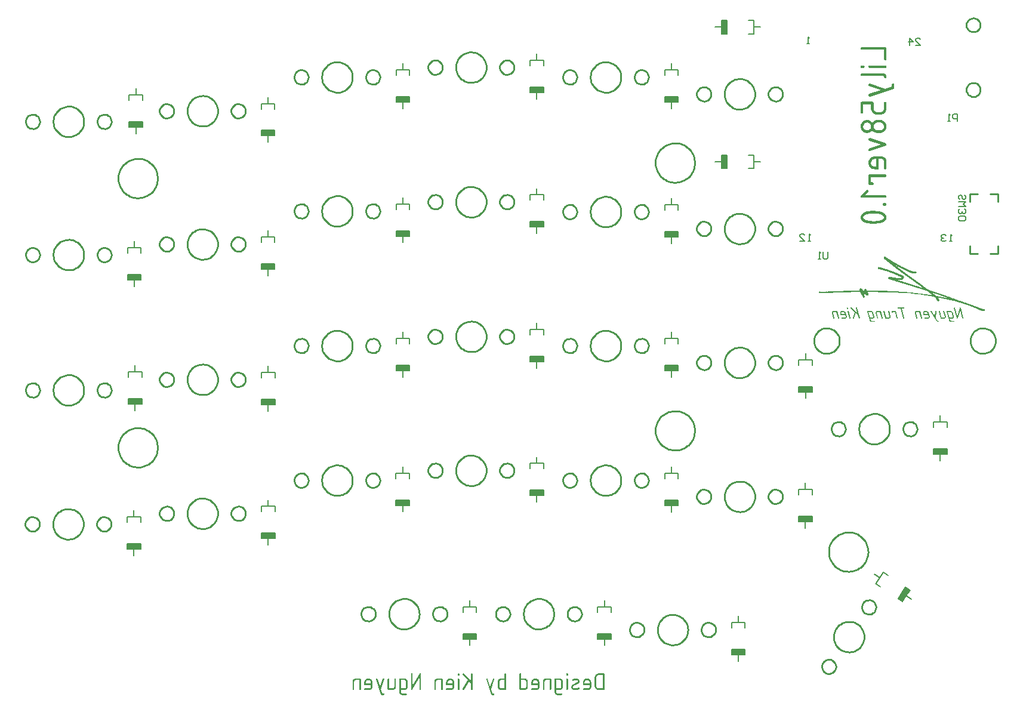
<source format=gbo>
G04*
G04 #@! TF.GenerationSoftware,Altium Limited,Altium Designer,21.2.1 (34)*
G04*
G04 Layer_Color=32896*
%FSLAX25Y25*%
%MOIN*%
G70*
G04*
G04 #@! TF.SameCoordinates,D9DA92A3-D26D-4F9D-A7EC-0AB5783BD49A*
G04*
G04*
G04 #@! TF.FilePolarity,Positive*
G04*
G01*
G75*
%ADD10C,0.01000*%
%ADD11C,0.00500*%
%ADD12C,0.00787*%
%ADD13R,0.07520X0.02992*%
%ADD14R,0.07520X0.02992*%
G04:AMPARAMS|DCode=15|XSize=29.92mil|YSize=75.2mil|CornerRadius=0mil|HoleSize=0mil|Usage=FLASHONLY|Rotation=146.000|XOffset=0mil|YOffset=0mil|HoleType=Round|Shape=Rectangle|*
%AMROTATEDRECTD15*
4,1,4,0.03343,0.02281,-0.00862,-0.03954,-0.03343,-0.02281,0.00862,0.03954,0.03343,0.02281,0.0*
%
%ADD15ROTATEDRECTD15*%

%ADD16R,0.07520X0.02992*%
%ADD17R,0.07520X0.02992*%
%ADD18R,0.02992X0.07520*%
G36*
X565565Y282835D02*
X565584Y282816D01*
X565596Y282791D01*
X565622Y282766D01*
X565836Y282349D01*
X565893Y282279D01*
X565988Y282096D01*
X566013Y282071D01*
X566089Y281932D01*
X566114Y281907D01*
X566127Y281882D01*
X566164Y281844D01*
X566177Y281819D01*
X566228Y281730D01*
X566348Y281572D01*
X566404Y281478D01*
X566423Y281408D01*
X566499Y281282D01*
X566518Y281263D01*
X566581Y281149D01*
X566644Y281061D01*
X566676Y280979D01*
X566758Y280821D01*
X566796Y280695D01*
X566821Y280632D01*
X566973Y280341D01*
X567029Y280272D01*
X567080Y280259D01*
X567194Y280272D01*
X567484Y280423D01*
X567516Y280442D01*
X567528Y280468D01*
X567566Y280505D01*
X567579Y280531D01*
X567629Y280606D01*
X567642Y280632D01*
X567705Y280720D01*
X567730Y280783D01*
X567743Y280884D01*
X567730Y280922D01*
X567680Y281036D01*
X567648Y281118D01*
X567629Y281187D01*
X567617Y281238D01*
X567604Y281326D01*
X567591Y281452D01*
X567579Y281591D01*
X567553Y281654D01*
X567415Y281945D01*
X567389Y282008D01*
X567288Y282223D01*
X567257Y282305D01*
X567200Y282412D01*
X567175Y282475D01*
X567162Y282589D01*
X567194Y282646D01*
X567269Y282633D01*
X567396Y282544D01*
X567560Y282456D01*
X567629Y282399D01*
X567648Y282368D01*
X567673Y282355D01*
X567699Y282330D01*
X567724Y282317D01*
X567882Y282210D01*
X567901Y282191D01*
X567926Y282178D01*
X568002Y282128D01*
X568115Y282065D01*
X568204Y282014D01*
X568393Y281913D01*
X568418Y281888D01*
X568443Y281875D01*
X568469Y281850D01*
X568494Y281838D01*
X568614Y281755D01*
X568646Y281724D01*
X568671Y281711D01*
X568696Y281686D01*
X568721Y281673D01*
X568860Y281610D01*
X568949Y281585D01*
X569050Y281560D01*
X569239Y281572D01*
X569277Y281585D01*
X569435Y281642D01*
X569574Y281781D01*
X569586Y281806D01*
X569637Y281882D01*
X569649Y281907D01*
X569738Y282096D01*
X569750Y282223D01*
X569763Y282336D01*
X569788Y282399D01*
X569801Y282488D01*
X569782Y282582D01*
X569744Y282683D01*
X569706Y282835D01*
X569643Y282974D01*
X569580Y283075D01*
X569548Y283144D01*
X569523Y283245D01*
X569473Y283321D01*
X569447Y283384D01*
X569460Y283485D01*
X569491Y283517D01*
X569542Y283529D01*
X569731Y283517D01*
X569769Y283504D01*
X570047Y283517D01*
X570401Y283529D01*
X570792Y283517D01*
X570830Y283504D01*
X570981Y283491D01*
X571019Y283504D01*
X571070Y283491D01*
X571764Y283504D01*
X571802Y283517D01*
X572130Y283542D01*
X572295Y283529D01*
X572383Y283517D01*
X572585Y283504D01*
X572863Y283517D01*
X572901Y283529D01*
X573027Y283542D01*
X573292Y283529D01*
X573330Y283517D01*
X573545Y283529D01*
X573582Y283542D01*
X573746Y283529D01*
X573784Y283517D01*
X573911Y283504D01*
X575003Y283485D01*
X575287Y283454D01*
X575666Y283466D01*
X575703Y283479D01*
X576000Y283460D01*
X576101Y283447D01*
X576499Y283441D01*
X576537Y283454D01*
X576644Y283473D01*
X576802Y283479D01*
X576840Y283466D01*
X577320Y283454D01*
X577357Y283441D01*
X577604Y283422D01*
X577673Y283416D01*
X577711Y283428D01*
X577856Y283447D01*
X578153Y283454D01*
X578191Y283441D01*
X578336Y283422D01*
X578412Y283409D01*
X578532Y283403D01*
X578595Y283428D01*
X578683Y283441D01*
X578841Y283422D01*
X578892Y283409D01*
X578961Y283390D01*
X579049Y283378D01*
X579214Y283390D01*
X579251Y283403D01*
X579302Y283416D01*
X579504Y283428D01*
X579769Y283416D01*
X579807Y283403D01*
X579857Y283390D01*
X579984Y283378D01*
X580148Y283390D01*
X580186Y283403D01*
X580375Y283390D01*
X580413Y283378D01*
X580565Y283353D01*
X580798Y283371D01*
X581354Y283384D01*
X581493Y283397D01*
X581537Y283403D01*
X581575Y283390D01*
X581676Y283378D01*
X581713Y283365D01*
X581814Y283340D01*
X581966Y283353D01*
X582029Y283378D01*
X582080Y283390D01*
X582168Y283403D01*
X582301Y283371D01*
X582408Y283340D01*
X582509Y283315D01*
X582850Y283302D01*
X582888Y283290D01*
X582976Y283277D01*
X583115Y283290D01*
X583153Y283302D01*
X583241Y283315D01*
X583393Y283302D01*
X583431Y283290D01*
X583557Y283302D01*
X583595Y283315D01*
X583645Y283327D01*
X583772Y283340D01*
X583942Y283321D01*
X584005Y283308D01*
X584207Y283258D01*
X584270Y283245D01*
X584352Y283239D01*
X584390Y283252D01*
X584485Y283271D01*
X584536Y283283D01*
X584681Y283290D01*
X584744Y283264D01*
X584832Y283239D01*
X584883Y283226D01*
X585003Y283245D01*
X585053Y283258D01*
X585198Y283264D01*
X585236Y283252D01*
X585337Y283226D01*
X585413Y283214D01*
X585451Y283226D01*
X585527Y283239D01*
X585590Y283264D01*
X585741Y283252D01*
X585830Y283214D01*
X585943Y283226D01*
X586057Y283277D01*
X586107Y283290D01*
X586183Y283277D01*
X586253Y283220D01*
X586309Y283163D01*
X586360Y283151D01*
X586442Y283144D01*
X586524Y283151D01*
X586562Y283138D01*
X586688Y283151D01*
X586808Y283233D01*
X586827Y283252D01*
X586890Y283277D01*
X586979Y283264D01*
X587067Y283176D01*
X587155Y283138D01*
X587307Y283151D01*
X587370Y283176D01*
X587421Y283189D01*
X587572Y283201D01*
X587610Y283189D01*
X587692Y283170D01*
X587799Y283138D01*
X587850Y283125D01*
X587938Y283113D01*
X587989Y283100D01*
X588071Y283081D01*
X588134Y283068D01*
X588247Y283056D01*
X588393Y283050D01*
X588431Y283062D01*
X588551Y283081D01*
X588658Y283113D01*
X588784Y283100D01*
X588898Y283050D01*
X589049Y283024D01*
X589226Y283037D01*
X589264Y283050D01*
X589327Y283075D01*
X589359Y283094D01*
X589371Y283119D01*
X589403Y283151D01*
X589466Y283138D01*
X589529Y283062D01*
X589617Y283037D01*
X589668Y283024D01*
X590148Y283012D01*
X590261Y282961D01*
X590489Y282949D01*
X590526Y282936D01*
X590653Y282923D01*
X590703Y282936D01*
X590811Y282955D01*
X590956Y282961D01*
X590994Y282949D01*
X591095Y282923D01*
X591278Y282930D01*
X591354Y282917D01*
X591511Y282835D01*
X591600Y282822D01*
X591720Y282841D01*
X591770Y282854D01*
X591878Y282885D01*
X592054Y282911D01*
X592143Y282848D01*
X592206Y282822D01*
X592294Y282873D01*
X592319Y282898D01*
X592382Y282923D01*
X592433Y282936D01*
X592515Y282942D01*
X592578Y282930D01*
X592711Y282835D01*
X592799Y282822D01*
X592913Y282835D01*
X593001Y282885D01*
X593090Y282923D01*
X593216Y282911D01*
X593431Y282810D01*
X593481Y282797D01*
X593569Y282784D01*
X593620Y282772D01*
X593689Y282753D01*
X593816Y282702D01*
X593834Y282683D01*
X593948Y282633D01*
X593999Y282620D01*
X594081Y282601D01*
X594150Y282595D01*
X594188Y282608D01*
X594277Y282633D01*
X594327Y282646D01*
X594422Y282627D01*
X594472Y282614D01*
X594542Y282595D01*
X594668Y282582D01*
X594807Y282570D01*
X594845Y282557D01*
X594933Y282532D01*
X595059Y282494D01*
X595186Y282507D01*
X595274Y282557D01*
X595324Y282570D01*
X595400Y282557D01*
X595539Y282494D01*
X595691Y282469D01*
X595773Y282450D01*
X595867Y282443D01*
X595981Y282507D01*
X596019Y282519D01*
X596069Y282507D01*
X596208Y282443D01*
X596448Y282431D01*
X596486Y282418D01*
X596536Y282406D01*
X596625Y282418D01*
X596694Y282475D01*
X596732Y282513D01*
X596770Y282576D01*
X596795Y282601D01*
X596802Y282620D01*
X596852Y282646D01*
X596871Y282589D01*
X596890Y282519D01*
X596928Y282481D01*
X596991Y282456D01*
X597079Y282431D01*
X597149Y282425D01*
X597225Y282437D01*
X597288Y282450D01*
X597408Y282456D01*
X597496Y282406D01*
X597521Y282380D01*
X597584Y282355D01*
X597648Y282343D01*
X597685Y282355D01*
X597862Y282330D01*
X597906Y282286D01*
X597957Y282197D01*
X597989Y282166D01*
X598039Y282153D01*
X598077Y282140D01*
X598172Y282134D01*
X598247Y282147D01*
X598342Y282204D01*
X598430Y282216D01*
X598468Y282204D01*
X598595Y282166D01*
X598658Y282178D01*
X598702Y282223D01*
X598714Y282248D01*
X598746Y282279D01*
X598797Y282292D01*
X598910Y282279D01*
X598967Y282223D01*
X598980Y282172D01*
X599037Y282090D01*
X599062Y282077D01*
X599175Y282014D01*
X599238Y281989D01*
X599327Y281964D01*
X599434Y281945D01*
X599535Y281920D01*
X599605Y281901D01*
X599706Y281875D01*
X599794Y281863D01*
X599870Y281875D01*
X600009Y281939D01*
X600154Y281907D01*
X600255Y281882D01*
X600501Y281863D01*
X600539Y281850D01*
X600627Y281825D01*
X600842Y281812D01*
X600956Y281762D01*
X601006Y281749D01*
X601114Y281730D01*
X601189Y281717D01*
X601252Y281705D01*
X601303Y281692D01*
X601385Y281661D01*
X601511Y281648D01*
X601827Y281661D01*
X602130Y281610D01*
X602218Y281598D01*
X602414Y281579D01*
X602464Y281566D01*
X602547Y281535D01*
X602610Y281509D01*
X602736Y281484D01*
X602774Y281497D01*
X602900Y281509D01*
X602982Y281490D01*
X603083Y281452D01*
X603146Y281427D01*
X603228Y281396D01*
X603468Y281408D01*
X603506Y281421D01*
X603645Y281433D01*
X603683Y281446D01*
X603910Y281433D01*
X603948Y281446D01*
X604087Y281433D01*
X604156Y281377D01*
X604188Y281345D01*
X604213Y281332D01*
X604302Y281295D01*
X604491Y281307D01*
X604579Y281370D01*
X604605Y281396D01*
X604630Y281408D01*
X604718Y281471D01*
X604781Y281497D01*
X604825Y281490D01*
X604838Y281364D01*
X604851Y281250D01*
X604882Y281206D01*
X604908Y281194D01*
X605021Y281143D01*
X605173Y281118D01*
X605255Y281099D01*
X605318Y281086D01*
X605419Y281061D01*
X605564Y281017D01*
X605653Y281004D01*
X605754Y280979D01*
X605880Y280966D01*
X606012Y280947D01*
X606075Y280935D01*
X606126Y280922D01*
X606423Y280827D01*
X606473Y280815D01*
X606562Y280802D01*
X606656Y280783D01*
X606726Y280752D01*
X606814Y280701D01*
X606915Y280638D01*
X606940Y280625D01*
X607054Y280537D01*
X607086Y280493D01*
X607149Y280430D01*
X607155Y280411D01*
X607180Y280398D01*
X607288Y280291D01*
X607326Y280202D01*
X607351Y280114D01*
X607344Y279918D01*
X607370Y279855D01*
X607414Y279786D01*
X607464Y279735D01*
X607477Y279710D01*
X607521Y279678D01*
X607546Y279653D01*
X607572Y279641D01*
X607622Y279590D01*
X607647Y279577D01*
X607755Y279470D01*
X607767Y279445D01*
X607793Y279420D01*
X607805Y279394D01*
X608007Y279016D01*
X608064Y278946D01*
X608077Y278921D01*
X608102Y278908D01*
X608165Y278845D01*
X608190Y278833D01*
X608260Y278776D01*
X608285Y278750D01*
X608298Y278725D01*
X608323Y278700D01*
X608348Y278637D01*
X608411Y278523D01*
X608430Y278504D01*
X608557Y278466D01*
X608607Y278454D01*
X608689Y278435D01*
X608847Y278429D01*
X608935Y278466D01*
X609017Y278498D01*
X609125Y278555D01*
X609213Y278618D01*
X609282Y278687D01*
X609308Y278750D01*
X609339Y278971D01*
X609346Y279066D01*
X609333Y279104D01*
X609320Y279268D01*
X609270Y279394D01*
X609257Y279420D01*
X609169Y279584D01*
X609081Y279723D01*
X609017Y279836D01*
X608935Y279956D01*
X608841Y280114D01*
X608822Y280133D01*
X608796Y280146D01*
X608683Y280234D01*
X608664Y280253D01*
X608639Y280316D01*
X608626Y280367D01*
X608658Y280423D01*
X609011Y280411D01*
X609074Y280385D01*
X609213Y280322D01*
X609302Y280297D01*
X609352Y280285D01*
X609478Y280272D01*
X609762Y280253D01*
X609813Y280240D01*
X609882Y280221D01*
X610046Y280234D01*
X610084Y280247D01*
X610223Y280234D01*
X610337Y280184D01*
X610400Y280171D01*
X610438Y280184D01*
X610514Y280171D01*
X610602Y280108D01*
X610652Y280095D01*
X610854Y280083D01*
X610892Y280070D01*
X610962Y280051D01*
X611012Y280038D01*
X611094Y280007D01*
X611164Y279988D01*
X611271Y279956D01*
X611322Y279944D01*
X611410Y279931D01*
X611479Y279912D01*
X611612Y279855D01*
X611700Y279843D01*
X611801Y279830D01*
X611839Y279817D01*
X611959Y279798D01*
X612022Y279786D01*
X612174Y279761D01*
X612344Y279742D01*
X612395Y279729D01*
X612483Y279716D01*
X612622Y279653D01*
X612711Y279628D01*
X612761Y279615D01*
X613014Y279603D01*
X613051Y279590D01*
X613178Y279552D01*
X613443Y279514D01*
X613531Y279476D01*
X613657Y279464D01*
X613746Y279451D01*
X613885Y279438D01*
X614074Y279350D01*
X614162Y279338D01*
X614352Y279325D01*
X614390Y279312D01*
X614478Y279287D01*
X614693Y279186D01*
X614869Y279161D01*
X614971Y279135D01*
X615059Y279110D01*
X615160Y279085D01*
X615248Y279072D01*
X615400Y279060D01*
X615438Y279047D01*
X615583Y279016D01*
X615804Y278946D01*
X615955Y278921D01*
X616006Y278908D01*
X616139Y278877D01*
X616214Y278864D01*
X616340Y278839D01*
X616410Y278820D01*
X616555Y278788D01*
X616618Y278763D01*
X616700Y278731D01*
X616827Y278719D01*
X617016Y278706D01*
X617054Y278694D01*
X617104Y278681D01*
X617168Y278656D01*
X617256Y278630D01*
X617357Y278605D01*
X617521Y278593D01*
X617767Y278599D01*
X617818Y278586D01*
X617919Y278523D01*
X617925Y278504D01*
X617950Y278492D01*
X617988Y278454D01*
X618102Y278403D01*
X618361Y278346D01*
X618544Y278290D01*
X618670Y278277D01*
X618720Y278264D01*
X618859Y278226D01*
X618910Y278214D01*
X619030Y278170D01*
X619188Y278100D01*
X619289Y278075D01*
X619434Y278043D01*
X619484Y278031D01*
X619592Y277999D01*
X619680Y277974D01*
X619813Y277955D01*
X619888Y277942D01*
X619939Y277930D01*
X620002Y277905D01*
X620084Y277873D01*
X620135Y277860D01*
X620217Y277829D01*
X620280Y277803D01*
X620349Y277784D01*
X620400Y277772D01*
X620488Y277759D01*
X620526Y277747D01*
X620576Y277734D01*
X620665Y277709D01*
X620734Y277690D01*
X620873Y277639D01*
X621012Y277576D01*
X621164Y277538D01*
X621233Y277519D01*
X621385Y277482D01*
X621511Y277469D01*
X621631Y277450D01*
X621732Y277412D01*
X621839Y277380D01*
X621927Y277368D01*
X621978Y277355D01*
X622041Y277330D01*
X622129Y277292D01*
X622243Y277242D01*
X622306Y277216D01*
X622357Y277204D01*
X622483Y277166D01*
X622565Y277147D01*
X622628Y277134D01*
X622729Y277096D01*
X622830Y277033D01*
X622963Y276976D01*
X623013Y276964D01*
X623095Y276945D01*
X623146Y276932D01*
X623215Y276913D01*
X623367Y276875D01*
X623493Y276838D01*
X623575Y276806D01*
X623765Y276730D01*
X623847Y276699D01*
X623935Y276661D01*
X624017Y276642D01*
X624080Y276617D01*
X624156Y276566D01*
X624263Y276522D01*
X624333Y276503D01*
X624535Y276452D01*
X624680Y276408D01*
X624730Y276396D01*
X624850Y276377D01*
X624901Y276364D01*
X625059Y276295D01*
X625147Y276257D01*
X625236Y276232D01*
X625355Y276187D01*
X625437Y276156D01*
X625488Y276143D01*
X625608Y276099D01*
X625867Y275979D01*
X625917Y275966D01*
X625987Y275947D01*
X626031Y275928D01*
X626145Y275878D01*
X626227Y275859D01*
X626277Y275846D01*
X626435Y275777D01*
X626498Y275752D01*
X626549Y275739D01*
X626612Y275714D01*
X626814Y275651D01*
X626864Y275638D01*
X626953Y275625D01*
X627294Y275461D01*
X627357Y275436D01*
X627426Y275417D01*
X627477Y275405D01*
X627578Y275367D01*
X627824Y275247D01*
X627982Y275190D01*
X628051Y275158D01*
X628102Y275146D01*
X628190Y275133D01*
X628348Y275076D01*
X628424Y275026D01*
X628581Y274956D01*
X628739Y274900D01*
X628986Y274767D01*
X629326Y274603D01*
X629415Y274590D01*
X629465Y274577D01*
X629585Y274533D01*
X629629Y274514D01*
X629718Y274464D01*
X629882Y274388D01*
X629996Y274338D01*
X630122Y274300D01*
X630261Y274224D01*
X630425Y274148D01*
X630488Y274123D01*
X630570Y274091D01*
X630709Y274028D01*
X630778Y274009D01*
X630829Y273997D01*
X630898Y273978D01*
X631025Y273902D01*
X631302Y273763D01*
X631435Y273694D01*
X631498Y273668D01*
X631599Y273643D01*
X631725Y273593D01*
X631788Y273555D01*
X631858Y273498D01*
X631889Y273466D01*
X632205Y273365D01*
X632294Y273340D01*
X632376Y273309D01*
X632445Y273277D01*
X632533Y273239D01*
X632697Y273176D01*
X632748Y273163D01*
X632862Y273100D01*
X632925Y273075D01*
X633026Y273050D01*
X633266Y272974D01*
X633348Y272955D01*
X633449Y272930D01*
X633632Y272873D01*
X633682Y272860D01*
X633771Y272848D01*
X633985Y272810D01*
X634213Y272822D01*
X634250Y272835D01*
X634320Y272854D01*
X634421Y272892D01*
X634528Y272961D01*
X634604Y273037D01*
X634629Y273050D01*
X634737Y273157D01*
X634762Y273246D01*
X634774Y273384D01*
X634787Y273422D01*
X634774Y273523D01*
X634699Y273662D01*
X634648Y273750D01*
X634591Y273820D01*
X634528Y273845D01*
X634307Y273839D01*
X634232Y273851D01*
X634162Y273870D01*
X633853Y273978D01*
X633790Y274003D01*
X633575Y274079D01*
X633506Y274098D01*
X633405Y274123D01*
X633335Y274142D01*
X633083Y274205D01*
X633019Y274218D01*
X632969Y274230D01*
X632906Y274255D01*
X632710Y274363D01*
X632660Y274376D01*
X632584Y274426D01*
X632458Y274464D01*
X632407Y274477D01*
X632325Y274495D01*
X632262Y274508D01*
X632180Y274540D01*
X632092Y274565D01*
X632041Y274577D01*
X631927Y274603D01*
X631839Y274653D01*
X631776Y274678D01*
X631694Y274710D01*
X631561Y274780D01*
X631498Y274805D01*
X631391Y274824D01*
X631290Y274849D01*
X631119Y274944D01*
X631006Y274994D01*
X630942Y275019D01*
X630785Y275076D01*
X630614Y275146D01*
X630507Y275165D01*
X630406Y275228D01*
X630374Y275259D01*
X630349Y275272D01*
X630235Y275322D01*
X630185Y275335D01*
X630147Y275348D01*
X630059Y275373D01*
X629958Y275398D01*
X629894Y275424D01*
X629812Y275455D01*
X629749Y275480D01*
X629730Y275499D01*
X629541Y275588D01*
X629402Y275625D01*
X629288Y275676D01*
X629263Y275689D01*
X629099Y275764D01*
X628922Y275790D01*
X628853Y275809D01*
X628752Y275846D01*
X628619Y275903D01*
X628442Y275954D01*
X628361Y275985D01*
X628240Y276042D01*
X628127Y276093D01*
X628064Y276118D01*
X627994Y276137D01*
X627944Y276149D01*
X627868Y276162D01*
X627767Y276200D01*
X627609Y276282D01*
X627319Y276421D01*
X627256Y276446D01*
X627174Y276465D01*
X627110Y276478D01*
X627060Y276490D01*
X626934Y276541D01*
X626738Y276623D01*
X626574Y276699D01*
X626511Y276724D01*
X626422Y276737D01*
X626372Y276749D01*
X626271Y276762D01*
X626233Y276774D01*
X626183Y276787D01*
X626018Y276863D01*
X625930Y276875D01*
X625816Y276888D01*
X625728Y276939D01*
X625640Y277027D01*
X625614Y277040D01*
X625526Y277078D01*
X625437Y277090D01*
X625318Y277109D01*
X625217Y277134D01*
X625153Y277160D01*
X625109Y277179D01*
X625034Y277229D01*
X624945Y277254D01*
X624794Y277292D01*
X624686Y277311D01*
X624611Y277324D01*
X624509Y277361D01*
X624402Y277431D01*
X624314Y277494D01*
X624225Y277519D01*
X624175Y277532D01*
X624093Y277551D01*
X623985Y277583D01*
X623935Y277595D01*
X623847Y277620D01*
X623796Y277633D01*
X623613Y277665D01*
X623563Y277677D01*
X623499Y277702D01*
X623455Y277721D01*
X623354Y277784D01*
X623228Y277822D01*
X623177Y277835D01*
X623089Y277848D01*
X622931Y277867D01*
X622887Y277886D01*
X622767Y277968D01*
X622622Y278037D01*
X622508Y278100D01*
X622395Y278151D01*
X622230Y278138D01*
X622066Y278214D01*
X622016Y278226D01*
X621896Y278245D01*
X621795Y278283D01*
X621637Y278378D01*
X621524Y278429D01*
X621435Y278466D01*
X621347Y278492D01*
X621246Y278517D01*
X621176Y278536D01*
X621101Y278574D01*
X621031Y278605D01*
X620943Y278618D01*
X620779Y278630D01*
X620640Y278694D01*
X620551Y278706D01*
X620425Y278719D01*
X620356Y278776D01*
X620248Y278883D01*
X620147Y278908D01*
X620040Y278927D01*
X619939Y278965D01*
X619680Y279047D01*
X619598Y279079D01*
X619535Y279104D01*
X619465Y279135D01*
X619339Y279173D01*
X619276Y279199D01*
X619188Y279224D01*
X619106Y279243D01*
X619005Y279281D01*
X618941Y279306D01*
X618859Y279338D01*
X618796Y279363D01*
X618607Y279464D01*
X618531Y279514D01*
X618405Y279552D01*
X618335Y279571D01*
X618228Y279615D01*
X618095Y279647D01*
X617900Y279754D01*
X617830Y279773D01*
X617780Y279786D01*
X617717Y279798D01*
X617616Y279824D01*
X617553Y279849D01*
X617401Y279887D01*
X617300Y279950D01*
X617256Y279994D01*
X617231Y280007D01*
X617205Y280032D01*
X617142Y280057D01*
X617029Y280045D01*
X616991Y280032D01*
X616877Y280045D01*
X616808Y280101D01*
X616789Y280120D01*
X616763Y280133D01*
X616498Y280259D01*
X616410Y280272D01*
X616328Y280291D01*
X616227Y280329D01*
X616069Y280398D01*
X616000Y280417D01*
X615936Y280430D01*
X615785Y280468D01*
X615722Y280493D01*
X615652Y280537D01*
X615627Y280562D01*
X615602Y280575D01*
X615526Y280625D01*
X615375Y280651D01*
X615236Y280663D01*
X615122Y280726D01*
X615097Y280752D01*
X615072Y280764D01*
X614996Y280840D01*
X614971Y280853D01*
X614882Y280890D01*
X614756Y280903D01*
X614668Y280916D01*
X614617Y280928D01*
X614503Y280941D01*
X614478Y280966D01*
X614453Y280979D01*
X614428Y281004D01*
X614364Y281029D01*
X614314Y281042D01*
X614200Y281093D01*
X614137Y281118D01*
X614087Y281130D01*
X613923Y281206D01*
X613727Y281250D01*
X613645Y281282D01*
X613582Y281307D01*
X613531Y281320D01*
X613443Y281383D01*
X613405Y281421D01*
X613354Y281433D01*
X613247Y281427D01*
X613197Y281440D01*
X613096Y281478D01*
X613001Y281535D01*
X612938Y281560D01*
X612837Y281585D01*
X612685Y281610D01*
X612540Y281642D01*
X612471Y281686D01*
X612357Y281736D01*
X612275Y281768D01*
X612231Y281787D01*
X612016Y281888D01*
X611915Y281913D01*
X611770Y281932D01*
X611669Y281957D01*
X611543Y282008D01*
X611524Y282027D01*
X611498Y282039D01*
X611473Y282065D01*
X611448Y282077D01*
X611385Y282103D01*
X611284Y282115D01*
X611195Y282153D01*
X611132Y282178D01*
X611044Y282204D01*
X610993Y282216D01*
X610798Y282260D01*
X610735Y282286D01*
X610634Y282324D01*
X610615Y282343D01*
X610589Y282355D01*
X610526Y282418D01*
X610463Y282443D01*
X610337Y282456D01*
X610299Y282469D01*
X610248Y282481D01*
X610160Y282494D01*
X610110Y282507D01*
X610028Y282526D01*
X609926Y282563D01*
X609825Y282627D01*
X609769Y282658D01*
X609705Y282683D01*
X609655Y282696D01*
X609529Y282734D01*
X609352Y282747D01*
X609238Y282810D01*
X609150Y282873D01*
X609099Y282885D01*
X609061Y282898D01*
X608872Y282911D01*
X608809Y282936D01*
X608727Y282967D01*
X608531Y283050D01*
X608468Y283075D01*
X608399Y283094D01*
X608342Y283125D01*
X608216Y283176D01*
X608007Y283233D01*
X607881Y283283D01*
X607812Y283302D01*
X607723Y283327D01*
X607673Y283340D01*
X607534Y283403D01*
X607427Y283422D01*
X607130Y283517D01*
X607079Y283529D01*
X606991Y283555D01*
X606909Y283574D01*
X606782Y283586D01*
X606719Y283599D01*
X606650Y283643D01*
X606612Y283681D01*
X606587Y283694D01*
X606511Y283744D01*
X606397Y283794D01*
X606202Y283839D01*
X606094Y283870D01*
X605993Y283895D01*
X605873Y283914D01*
X605804Y283946D01*
X605754Y283959D01*
X605602Y283971D01*
X605539Y283997D01*
X605457Y284028D01*
X605356Y284091D01*
X605312Y284123D01*
X605173Y284186D01*
X605009Y284199D01*
X604958Y284211D01*
X604794Y284236D01*
X604769Y284262D01*
X604743Y284274D01*
X604718Y284300D01*
X604655Y284325D01*
X604605Y284337D01*
X604503Y284350D01*
X604188Y284502D01*
X604106Y284521D01*
X604043Y284533D01*
X603973Y284552D01*
X603923Y284565D01*
X603834Y284590D01*
X603708Y284603D01*
X603613Y284622D01*
X603544Y284666D01*
X603525Y284685D01*
X603462Y284798D01*
X603430Y284830D01*
X603367Y284855D01*
X603241Y284868D01*
X603153Y284880D01*
X603127Y284906D01*
X603102Y284918D01*
X603001Y285019D01*
X602976Y285032D01*
X602862Y285082D01*
X602812Y285095D01*
X602723Y285145D01*
X602667Y285253D01*
X602610Y285335D01*
X602584Y285348D01*
X602547Y285385D01*
X602521Y285398D01*
X602433Y285436D01*
X602370Y285461D01*
X602256Y285524D01*
X602168Y285613D01*
X602142Y285625D01*
X602105Y285663D01*
X602086Y285669D01*
X602079Y285688D01*
X602054Y285701D01*
X601877Y285878D01*
X601852Y285891D01*
X601694Y286010D01*
X601574Y286130D01*
X601492Y286162D01*
X601391Y286225D01*
X601366Y286250D01*
X601353Y286276D01*
X601271Y286358D01*
X601183Y286396D01*
X601025Y286452D01*
X600981Y286471D01*
X600911Y286528D01*
X600886Y286553D01*
X600848Y286616D01*
X600804Y286673D01*
X600779Y286686D01*
X600678Y286749D01*
X600653Y286762D01*
X600564Y286825D01*
X600539Y286837D01*
X600514Y286863D01*
X600489Y286875D01*
X600438Y286926D01*
X600274Y287014D01*
X600249Y287039D01*
X600223Y287052D01*
X600198Y287077D01*
X600173Y287090D01*
X600009Y287254D01*
X599908Y287279D01*
X599838Y287298D01*
X599794Y287330D01*
X599636Y287488D01*
X599624Y287513D01*
X599491Y287646D01*
X599428Y287671D01*
X599308Y287727D01*
X599295Y287753D01*
X599201Y287847D01*
X599175Y287860D01*
X599062Y287948D01*
X598986Y287999D01*
X598910Y288012D01*
X598841Y288068D01*
X598828Y288106D01*
X598784Y288151D01*
X598759Y288163D01*
X598733Y288188D01*
X598708Y288201D01*
X598645Y288264D01*
X598620Y288277D01*
X598329Y288428D01*
X598285Y288460D01*
X598273Y288485D01*
X598172Y288586D01*
X598165Y288605D01*
X598140Y288618D01*
X598001Y288693D01*
X597944Y288738D01*
X597932Y288763D01*
X597837Y288858D01*
X597749Y288908D01*
X597698Y288959D01*
X597673Y288971D01*
X597534Y289034D01*
X597446Y289085D01*
X597427Y289104D01*
X597414Y289129D01*
X597389Y289154D01*
X597376Y289179D01*
X597319Y289249D01*
X597282Y289287D01*
X597256Y289300D01*
X597143Y289350D01*
X597073Y289369D01*
X596972Y289432D01*
X596941Y289464D01*
X596915Y289476D01*
X596821Y289546D01*
X596808Y289571D01*
X596783Y289596D01*
X596770Y289621D01*
X596726Y289678D01*
X596701Y289691D01*
X596612Y289729D01*
X596492Y289773D01*
X596448Y289805D01*
X596360Y289893D01*
X596297Y289918D01*
X596246Y289931D01*
X596158Y289981D01*
X596126Y290013D01*
X596113Y290038D01*
X596063Y290126D01*
X596006Y290183D01*
X595943Y290209D01*
X595779Y290234D01*
X595691Y290297D01*
X595646Y290341D01*
X595634Y290366D01*
X595609Y290392D01*
X595596Y290417D01*
X595577Y290436D01*
X595552Y290448D01*
X595476Y290499D01*
X595413Y290537D01*
X595255Y290657D01*
X595192Y290720D01*
X595179Y290745D01*
X595135Y290789D01*
X595047Y290840D01*
X594971Y290916D01*
X594920Y290928D01*
X594832Y290991D01*
X594794Y291029D01*
X594769Y291042D01*
X594655Y291105D01*
X594586Y291162D01*
X594560Y291187D01*
X594548Y291212D01*
X594491Y291282D01*
X594466Y291294D01*
X594378Y291332D01*
X594308Y291351D01*
X594245Y291376D01*
X594175Y291421D01*
X594106Y291490D01*
X594093Y291515D01*
X594049Y291560D01*
X594024Y291572D01*
X593885Y291648D01*
X593841Y291692D01*
X593828Y291717D01*
X593809Y291749D01*
X593790Y291755D01*
X593784Y291774D01*
X593759Y291787D01*
X593595Y291875D01*
X593431Y291951D01*
X593348Y291983D01*
X593298Y292033D01*
X593247Y292121D01*
X593203Y292178D01*
X593178Y292191D01*
X593039Y292267D01*
X592970Y292323D01*
X592951Y292342D01*
X592926Y292355D01*
X592856Y292412D01*
X592812Y292443D01*
X592787Y292469D01*
X592761Y292481D01*
X592698Y292544D01*
X592559Y292607D01*
X592471Y292658D01*
X592446Y292683D01*
X592420Y292696D01*
X592370Y292746D01*
X592345Y292759D01*
X592319Y292784D01*
X592294Y292797D01*
X592117Y292974D01*
X592092Y292986D01*
X591979Y293049D01*
X591953Y293075D01*
X591928Y293087D01*
X591852Y293163D01*
X591827Y293176D01*
X591739Y293239D01*
X591676Y293277D01*
X591638Y293315D01*
X591612Y293327D01*
X591537Y293378D01*
X591417Y293422D01*
X591385Y293454D01*
X591360Y293466D01*
X591341Y293485D01*
X591328Y293510D01*
X591290Y293548D01*
X591278Y293573D01*
X591196Y293681D01*
X591170Y293693D01*
X591032Y293757D01*
X591006Y293769D01*
X590804Y293921D01*
X590779Y293946D01*
X590754Y293958D01*
X590653Y294059D01*
X590627Y294072D01*
X590602Y294097D01*
X590577Y294110D01*
X590514Y294173D01*
X590489Y294186D01*
X590350Y294249D01*
X590299Y294262D01*
X590236Y294287D01*
X590217Y294306D01*
X590179Y294369D01*
X590135Y294413D01*
X590047Y294463D01*
X589933Y294514D01*
X589870Y294552D01*
X589851Y294571D01*
X589838Y294596D01*
X589782Y294666D01*
X589731Y294716D01*
X589706Y294729D01*
X589630Y294804D01*
X589567Y294830D01*
X589516Y294842D01*
X589434Y294874D01*
X589415Y294893D01*
X589390Y294905D01*
X589321Y294962D01*
X589213Y295070D01*
X589188Y295082D01*
X589163Y295108D01*
X589138Y295120D01*
X588980Y295240D01*
X588961Y295259D01*
X588898Y295284D01*
X588759Y295360D01*
X588740Y295379D01*
X588727Y295404D01*
X588645Y295486D01*
X588620Y295499D01*
X588506Y295562D01*
X588481Y295587D01*
X588456Y295600D01*
X588368Y295688D01*
X588342Y295701D01*
X588266Y295777D01*
X588241Y295789D01*
X588216Y295814D01*
X588191Y295827D01*
X588102Y295890D01*
X588077Y295903D01*
X587963Y296017D01*
X587938Y296029D01*
X587869Y296086D01*
X587844Y296099D01*
X587837Y296117D01*
X587812Y296130D01*
X587723Y296219D01*
X587660Y296244D01*
X587578Y296275D01*
X587534Y296294D01*
X587484Y296345D01*
X587458Y296357D01*
X587383Y296433D01*
X587357Y296446D01*
X587320Y296484D01*
X587294Y296496D01*
X587168Y296623D01*
X587143Y296635D01*
X587067Y296686D01*
X586979Y296724D01*
X586953Y296736D01*
X586884Y296793D01*
X586821Y296856D01*
X586808Y296881D01*
X586758Y296932D01*
X586751Y296951D01*
X586726Y296964D01*
X586650Y297014D01*
X586562Y297064D01*
X586461Y297165D01*
X586246Y297279D01*
X586177Y297336D01*
X586164Y297361D01*
X586114Y297450D01*
X586069Y297506D01*
X586044Y297519D01*
X585931Y297582D01*
X585817Y297671D01*
X585779Y297708D01*
X585754Y297721D01*
X585716Y297759D01*
X585691Y297772D01*
X585602Y297822D01*
X585545Y297866D01*
X585533Y297891D01*
X585482Y297942D01*
X585470Y297967D01*
X585318Y298068D01*
X585299Y298087D01*
X585274Y298100D01*
X585249Y298125D01*
X585224Y298138D01*
X585167Y298195D01*
X585154Y298220D01*
X585135Y298239D01*
X585110Y298251D01*
X585085Y298277D01*
X585059Y298289D01*
X585034Y298314D01*
X585009Y298327D01*
X584908Y298428D01*
X584845Y298466D01*
X584838Y298510D01*
X584883Y298529D01*
X584996Y298466D01*
X585022Y298441D01*
X585047Y298428D01*
X585160Y298340D01*
X585224Y298302D01*
X585312Y298277D01*
X585444Y298245D01*
X585489Y298226D01*
X585609Y298144D01*
X585628Y298125D01*
X585716Y298075D01*
X585842Y297986D01*
X585931Y297948D01*
X586051Y297904D01*
X586126Y297854D01*
X586145Y297835D01*
X586170Y297822D01*
X586196Y297797D01*
X586221Y297784D01*
X586297Y297734D01*
X586347Y297721D01*
X586385Y297708D01*
X586701Y297544D01*
X586720Y297525D01*
X586732Y297500D01*
X586802Y297431D01*
X586865Y297405D01*
X586947Y297387D01*
X586998Y297374D01*
X587061Y297349D01*
X587143Y297317D01*
X587206Y297292D01*
X587275Y297273D01*
X587345Y297241D01*
X587458Y297178D01*
X587622Y297102D01*
X587761Y297027D01*
X587799Y296989D01*
X587824Y296976D01*
X587926Y296913D01*
X587995Y296894D01*
X588064Y296863D01*
X588146Y296831D01*
X588222Y296780D01*
X588241Y296761D01*
X588304Y296736D01*
X588386Y296705D01*
X588431Y296673D01*
X588588Y296553D01*
X588607Y296534D01*
X588633Y296522D01*
X588872Y296408D01*
X588936Y296383D01*
X589024Y296345D01*
X589106Y296313D01*
X589232Y296237D01*
X589340Y296193D01*
X589441Y296155D01*
X589529Y296105D01*
X589617Y296042D01*
X589756Y295979D01*
X589952Y295909D01*
X590116Y295846D01*
X590135Y295827D01*
X590160Y295814D01*
X590186Y295789D01*
X590211Y295777D01*
X590274Y295751D01*
X590324Y295739D01*
X590394Y295720D01*
X590457Y295695D01*
X590596Y295631D01*
X590893Y295474D01*
X590968Y295423D01*
X591095Y295385D01*
X591284Y295284D01*
X591335Y295234D01*
X591360Y295221D01*
X591436Y295171D01*
X591486Y295158D01*
X591600Y295095D01*
X591650Y295044D01*
X591676Y295032D01*
X591814Y294969D01*
X591884Y294950D01*
X591953Y294918D01*
X592193Y294804D01*
X592275Y294785D01*
X592326Y294773D01*
X592547Y294666D01*
X592648Y294565D01*
X592711Y294539D01*
X592812Y294514D01*
X592881Y294495D01*
X593102Y294388D01*
X593241Y294325D01*
X593323Y294293D01*
X593386Y294268D01*
X593456Y294249D01*
X593658Y294198D01*
X593740Y294167D01*
X593809Y294135D01*
X593834Y294123D01*
X593973Y294059D01*
X594138Y293996D01*
X594226Y293984D01*
X594321Y293965D01*
X594422Y293940D01*
X594491Y293921D01*
X594643Y293883D01*
X594769Y293870D01*
X594819Y293858D01*
X595034Y293845D01*
X595072Y293832D01*
X595122Y293820D01*
X595438Y293807D01*
X595741Y293820D01*
X595779Y293832D01*
X595937Y293851D01*
X596000Y293864D01*
X596063Y293889D01*
X596234Y293984D01*
X596335Y294047D01*
X596423Y294097D01*
X596467Y294142D01*
X596480Y294167D01*
X596543Y294255D01*
X596631Y294445D01*
X596644Y294495D01*
X596631Y294685D01*
X596568Y294773D01*
X596435Y294830D01*
X596271Y294842D01*
X596151Y294861D01*
X596057Y294868D01*
X596019Y294855D01*
X595918Y294830D01*
X595678Y294842D01*
X595640Y294855D01*
X595552Y294868D01*
X595501Y294880D01*
X595350Y294905D01*
X595249Y294931D01*
X595141Y294950D01*
X595078Y294962D01*
X595009Y294994D01*
X594920Y295019D01*
X594769Y295032D01*
X594731Y295044D01*
X594624Y295063D01*
X594548Y295076D01*
X594396Y295114D01*
X594333Y295139D01*
X594264Y295158D01*
X594213Y295171D01*
X594131Y295189D01*
X594024Y295246D01*
X593923Y295272D01*
X593841Y295303D01*
X593645Y295385D01*
X593582Y295410D01*
X593500Y295442D01*
X593374Y295505D01*
X593292Y295537D01*
X593191Y295562D01*
X593127Y295587D01*
X593052Y295638D01*
X593001Y295650D01*
X592881Y295669D01*
X592528Y295859D01*
X592370Y295928D01*
X592269Y295953D01*
X592162Y295972D01*
X592035Y296048D01*
X591903Y296143D01*
X591840Y296168D01*
X591757Y296200D01*
X591574Y296256D01*
X591455Y296301D01*
X591354Y296364D01*
X591278Y296414D01*
X591208Y296446D01*
X591145Y296471D01*
X591095Y296484D01*
X590931Y296572D01*
X590817Y296623D01*
X590697Y296667D01*
X590526Y296761D01*
X590438Y296825D01*
X590413Y296837D01*
X590350Y296863D01*
X590249Y296888D01*
X590059Y296989D01*
X589971Y297027D01*
X589908Y297052D01*
X589826Y297083D01*
X589763Y297109D01*
X589668Y297165D01*
X589599Y297184D01*
X589498Y297210D01*
X589434Y297235D01*
X589333Y297298D01*
X589239Y297355D01*
X589213Y297368D01*
X589125Y297431D01*
X589062Y297468D01*
X588993Y297525D01*
X588974Y297544D01*
X588847Y297582D01*
X588797Y297595D01*
X588456Y297759D01*
X588374Y297778D01*
X588273Y297803D01*
X588210Y297828D01*
X588140Y297873D01*
X588121Y297891D01*
X588109Y297917D01*
X588020Y298030D01*
X588001Y298049D01*
X587938Y298075D01*
X587869Y298094D01*
X587793Y298131D01*
X587717Y298182D01*
X587698Y298201D01*
X587610Y298239D01*
X587528Y298270D01*
X587421Y298314D01*
X587307Y298378D01*
X587282Y298403D01*
X587219Y298428D01*
X587136Y298460D01*
X587092Y298479D01*
X587067Y298504D01*
X587042Y298517D01*
X587004Y298554D01*
X586890Y298605D01*
X586827Y298630D01*
X586802Y298643D01*
X586688Y298706D01*
X586600Y298769D01*
X586575Y298782D01*
X586436Y298845D01*
X586354Y298864D01*
X586291Y298889D01*
X586215Y298939D01*
X586152Y299003D01*
X586139Y299028D01*
X586082Y299085D01*
X586057Y299097D01*
X585880Y299198D01*
X585792Y299261D01*
X585678Y299312D01*
X585590Y299362D01*
X585501Y299426D01*
X585476Y299438D01*
X585362Y299501D01*
X585034Y299653D01*
X584933Y299678D01*
X584864Y299697D01*
X584788Y299747D01*
X584725Y299836D01*
X584712Y299861D01*
X584693Y299880D01*
X584668Y299893D01*
X584643Y299918D01*
X584554Y299956D01*
X584472Y299975D01*
X584409Y300000D01*
X584390Y300019D01*
X584365Y300032D01*
X584289Y300082D01*
X584150Y300158D01*
X583986Y300246D01*
X583917Y300303D01*
X583860Y300335D01*
X583702Y300392D01*
X583658Y300423D01*
X583570Y300511D01*
X583481Y300537D01*
X583418Y300562D01*
X583342Y300612D01*
X583229Y300676D01*
X583210Y300694D01*
X583197Y300720D01*
X583172Y300745D01*
X583159Y300770D01*
X583102Y300840D01*
X583027Y300890D01*
X582964Y300916D01*
X582724Y301029D01*
X582604Y301073D01*
X582421Y301256D01*
X582395Y301269D01*
X582155Y301420D01*
X582080Y301433D01*
X581941Y301509D01*
X581878Y301572D01*
X581852Y301585D01*
X581777Y301635D01*
X581638Y301711D01*
X581612Y301736D01*
X581587Y301749D01*
X581474Y301837D01*
X581455Y301856D01*
X581442Y301881D01*
X581417Y301907D01*
X581411Y301925D01*
X581347Y301951D01*
X581253Y301970D01*
X581189Y301995D01*
X580836Y302184D01*
X580760Y302235D01*
X580716Y302266D01*
X580602Y302317D01*
X580533Y302336D01*
X580470Y302386D01*
X580457Y302412D01*
X580381Y302462D01*
X580312Y302506D01*
X580262Y302557D01*
X580236Y302570D01*
X580211Y302595D01*
X580186Y302607D01*
X579895Y302759D01*
X579782Y302847D01*
X579706Y302923D01*
X579567Y302999D01*
X579548Y303018D01*
X579535Y303043D01*
X579447Y303157D01*
X579403Y303188D01*
X579365Y303226D01*
X579340Y303239D01*
X579251Y303276D01*
X579138Y303340D01*
X579049Y303378D01*
X578898Y303365D01*
X578860Y303352D01*
X578772Y303327D01*
X578633Y303251D01*
X578601Y303220D01*
X578589Y303194D01*
X578437Y303043D01*
X578424Y303018D01*
X578361Y302917D01*
X578298Y302778D01*
X578286Y302727D01*
X578298Y302551D01*
X578349Y302462D01*
X578399Y302412D01*
X578412Y302386D01*
X578469Y302317D01*
X578519Y302241D01*
X578589Y302134D01*
X578608Y302115D01*
X578633Y302102D01*
X578658Y302077D01*
X578683Y302064D01*
X578740Y302008D01*
X578753Y301982D01*
X578778Y301957D01*
X578791Y301932D01*
X578847Y301875D01*
X578873Y301862D01*
X578898Y301837D01*
X578923Y301824D01*
X578986Y301761D01*
X579012Y301749D01*
X579049Y301711D01*
X579075Y301698D01*
X579100Y301673D01*
X579125Y301660D01*
X579195Y301604D01*
X579245Y301553D01*
X579258Y301528D01*
X579302Y301496D01*
X579365Y301458D01*
X579454Y301408D01*
X579580Y301282D01*
X579605Y301269D01*
X579700Y301174D01*
X579712Y301149D01*
X579756Y301105D01*
X579782Y301092D01*
X579946Y301004D01*
X579971Y300979D01*
X579996Y300966D01*
X580015Y300947D01*
X580028Y300922D01*
X580072Y300878D01*
X580097Y300865D01*
X580123Y300840D01*
X580148Y300827D01*
X580173Y300802D01*
X580262Y300751D01*
X580287Y300726D01*
X580312Y300713D01*
X580337Y300688D01*
X580363Y300676D01*
X580432Y300619D01*
X580457Y300606D01*
X580470Y300581D01*
X580565Y300486D01*
X580590Y300473D01*
X580640Y300423D01*
X580666Y300410D01*
X580823Y300303D01*
X580849Y300278D01*
X580861Y300253D01*
X580918Y300196D01*
X581006Y300145D01*
X581076Y300088D01*
X581133Y300032D01*
X581158Y300019D01*
X581246Y299956D01*
X581272Y299943D01*
X581347Y299868D01*
X581373Y299855D01*
X581411Y299817D01*
X581436Y299804D01*
X581524Y299716D01*
X581549Y299703D01*
X581669Y299621D01*
X581726Y299565D01*
X581751Y299552D01*
X581871Y299470D01*
X581890Y299451D01*
X581916Y299438D01*
X581991Y299388D01*
X582054Y299350D01*
X582124Y299293D01*
X582174Y299242D01*
X582225Y299154D01*
X582320Y299059D01*
X582345Y299047D01*
X582370Y299022D01*
X582389Y299015D01*
X582402Y298990D01*
X582471Y298920D01*
X582610Y298845D01*
X582698Y298782D01*
X582888Y298681D01*
X582945Y298624D01*
X582951Y298605D01*
X582970Y298599D01*
X582976Y298580D01*
X583001Y298567D01*
X583128Y298441D01*
X583153Y298428D01*
X583203Y298378D01*
X583367Y298289D01*
X583468Y298188D01*
X583494Y298176D01*
X583544Y298125D01*
X583570Y298113D01*
X583614Y298068D01*
X583626Y298043D01*
X583671Y297999D01*
X583696Y297986D01*
X583721Y297961D01*
X583746Y297948D01*
X583797Y297898D01*
X583822Y297885D01*
X583847Y297860D01*
X583873Y297847D01*
X583898Y297822D01*
X583986Y297772D01*
X584056Y297702D01*
X584068Y297677D01*
X584138Y297607D01*
X584163Y297595D01*
X584277Y297544D01*
X584302Y297532D01*
X584346Y297500D01*
X584359Y297475D01*
X584441Y297355D01*
X584466Y297330D01*
X584491Y297317D01*
X584580Y297254D01*
X584668Y297203D01*
X584706Y297165D01*
X584731Y297153D01*
X584807Y297077D01*
X584832Y297064D01*
X584921Y297001D01*
X584946Y296989D01*
X585078Y296856D01*
X585091Y296831D01*
X585123Y296799D01*
X585148Y296787D01*
X585224Y296736D01*
X585249Y296724D01*
X585369Y296641D01*
X585552Y296458D01*
X585577Y296446D01*
X585602Y296421D01*
X585741Y296345D01*
X585861Y296263D01*
X585893Y296231D01*
X585918Y296219D01*
X585937Y296200D01*
X585943Y296181D01*
X585962Y296174D01*
X585975Y296149D01*
X586051Y296086D01*
X586095Y296042D01*
X586120Y296029D01*
X586196Y295979D01*
X586309Y295916D01*
X586360Y295865D01*
X586385Y295852D01*
X586410Y295827D01*
X586436Y295814D01*
X586499Y295751D01*
X586524Y295739D01*
X586764Y295613D01*
X586852Y295524D01*
X586878Y295512D01*
X586903Y295486D01*
X586928Y295474D01*
X586953Y295448D01*
X586979Y295436D01*
X587143Y295322D01*
X587193Y295309D01*
X587263Y295253D01*
X587307Y295209D01*
X587332Y295196D01*
X587421Y295145D01*
X587458Y295108D01*
X587484Y295095D01*
X587509Y295070D01*
X587534Y295057D01*
X587648Y294994D01*
X587736Y294931D01*
X587761Y294905D01*
X587780Y294899D01*
X587793Y294874D01*
X587850Y294817D01*
X587875Y294804D01*
X587938Y294741D01*
X587963Y294729D01*
X588033Y294672D01*
X588077Y294640D01*
X588102Y294615D01*
X588128Y294602D01*
X588203Y294552D01*
X588229Y294539D01*
X588254Y294514D01*
X588368Y294451D01*
X588487Y294369D01*
X588532Y294337D01*
X588601Y294281D01*
X588614Y294255D01*
X588645Y294224D01*
X588670Y294211D01*
X588746Y294161D01*
X588771Y294148D01*
X588860Y294085D01*
X588885Y294059D01*
X588910Y294047D01*
X588936Y294022D01*
X588961Y294009D01*
X589100Y293946D01*
X589239Y293870D01*
X589352Y293782D01*
X589365Y293757D01*
X589390Y293744D01*
X589415Y293719D01*
X589504Y293668D01*
X589580Y293592D01*
X589605Y293580D01*
X589643Y293542D01*
X589668Y293529D01*
X589794Y293403D01*
X589819Y293390D01*
X589845Y293365D01*
X589958Y293302D01*
X590066Y293220D01*
X590078Y293195D01*
X590103Y293169D01*
X590116Y293144D01*
X590186Y293075D01*
X590274Y293037D01*
X590413Y292961D01*
X590482Y292904D01*
X590526Y292873D01*
X590602Y292797D01*
X590691Y292746D01*
X590760Y292690D01*
X590842Y292607D01*
X590956Y292544D01*
X591044Y292481D01*
X591069Y292469D01*
X591139Y292412D01*
X591196Y292355D01*
X591284Y292304D01*
X591354Y292248D01*
X591417Y292184D01*
X591429Y292159D01*
X591461Y292128D01*
X591486Y292115D01*
X591524Y292077D01*
X591549Y292065D01*
X591751Y291926D01*
X591928Y291900D01*
X592016Y291837D01*
X592079Y291774D01*
X592105Y291762D01*
X592124Y291743D01*
X592136Y291717D01*
X592162Y291692D01*
X592174Y291667D01*
X592231Y291623D01*
X592256Y291610D01*
X592326Y291553D01*
X592376Y291503D01*
X592389Y291477D01*
X592458Y291408D01*
X592484Y291395D01*
X592622Y291332D01*
X592686Y291307D01*
X592799Y291244D01*
X592869Y291187D01*
X592907Y291149D01*
X592919Y291124D01*
X593014Y291029D01*
X593039Y291017D01*
X593064Y290991D01*
X593090Y290979D01*
X593355Y290840D01*
X593424Y290783D01*
X593506Y290701D01*
X593532Y290688D01*
X593689Y290568D01*
X593708Y290549D01*
X593734Y290537D01*
X593847Y290474D01*
X593917Y290417D01*
X593999Y290335D01*
X594024Y290322D01*
X594163Y290246D01*
X594283Y290164D01*
X594327Y290120D01*
X594352Y290107D01*
X594378Y290082D01*
X594403Y290070D01*
X594479Y290019D01*
X594504Y290006D01*
X594624Y289925D01*
X594681Y289868D01*
X594706Y289855D01*
X594826Y289773D01*
X594882Y289716D01*
X594908Y289703D01*
X595021Y289640D01*
X595097Y289565D01*
X595122Y289552D01*
X595242Y289470D01*
X595337Y289375D01*
X595362Y289363D01*
X595463Y289300D01*
X595602Y289224D01*
X595691Y289161D01*
X595716Y289148D01*
X595785Y289091D01*
X595829Y289060D01*
X595880Y289009D01*
X595905Y288997D01*
X596019Y288908D01*
X596145Y288782D01*
X596322Y288706D01*
X596347Y288693D01*
X596417Y288637D01*
X596442Y288611D01*
X596454Y288586D01*
X596511Y288517D01*
X596562Y288466D01*
X596587Y288454D01*
X596612Y288428D01*
X596637Y288416D01*
X596827Y288327D01*
X596896Y288308D01*
X596915Y288289D01*
X596941Y288277D01*
X597029Y288188D01*
X597054Y288176D01*
X597111Y288132D01*
X597124Y288106D01*
X597180Y288050D01*
X597206Y288037D01*
X597282Y287986D01*
X597307Y287974D01*
X597376Y287917D01*
X597420Y287873D01*
X597446Y287860D01*
X597471Y287835D01*
X597711Y287709D01*
X597755Y287664D01*
X597768Y287639D01*
X597824Y287582D01*
X597913Y287532D01*
X597982Y287475D01*
X598039Y287418D01*
X598064Y287406D01*
X598140Y287355D01*
X598430Y287204D01*
X598519Y287140D01*
X598569Y287090D01*
X598595Y287077D01*
X598746Y286926D01*
X598771Y286913D01*
X598872Y286850D01*
X598936Y286825D01*
X599037Y286787D01*
X599106Y286730D01*
X599119Y286705D01*
X599156Y286667D01*
X599169Y286642D01*
X599339Y286471D01*
X599365Y286459D01*
X599453Y286396D01*
X599478Y286383D01*
X599617Y286320D01*
X599668Y286307D01*
X599737Y286250D01*
X599762Y286187D01*
X599794Y286105D01*
X599845Y286029D01*
X599876Y285985D01*
X599895Y285966D01*
X600028Y285935D01*
X600066Y285897D01*
X600053Y285872D01*
X600034Y285853D01*
X599946Y285865D01*
X599845Y285966D01*
X599781Y286004D01*
X599718Y286029D01*
X599554Y286017D01*
X599516Y286029D01*
X599491Y286042D01*
X599403Y286105D01*
X599314Y286118D01*
X599188Y286105D01*
X599087Y286118D01*
X598923Y286193D01*
X598860Y286219D01*
X598727Y286250D01*
X598651Y286301D01*
X598632Y286320D01*
X598607Y286332D01*
X598531Y286383D01*
X598443Y286408D01*
X598355Y286421D01*
X598304Y286433D01*
X598209Y286452D01*
X598159Y286465D01*
X597944Y286541D01*
X597875Y286560D01*
X597824Y286572D01*
X597667Y286629D01*
X597521Y286673D01*
X597439Y286692D01*
X597389Y286705D01*
X597326Y286730D01*
X597067Y286850D01*
X596840Y286863D01*
X596764Y286913D01*
X596650Y286964D01*
X596549Y286989D01*
X596429Y287008D01*
X596366Y287020D01*
X596297Y287039D01*
X596214Y287071D01*
X596164Y287084D01*
X596095Y287103D01*
X596012Y287122D01*
X595937Y287134D01*
X595874Y287147D01*
X595773Y287172D01*
X595716Y287191D01*
X595665Y287204D01*
X595507Y287260D01*
X595388Y287317D01*
X595223Y287393D01*
X595173Y287406D01*
X595047Y287418D01*
X594901Y287450D01*
X594838Y287475D01*
X594763Y287526D01*
X594744Y287544D01*
X594718Y287557D01*
X594554Y287633D01*
X594504Y287646D01*
X594396Y287664D01*
X594346Y287677D01*
X594201Y287721D01*
X594119Y287753D01*
X594056Y287778D01*
X594005Y287791D01*
X593904Y287803D01*
X593828Y287816D01*
X593727Y287854D01*
X593519Y287948D01*
X593431Y287974D01*
X593304Y288012D01*
X593254Y288024D01*
X593172Y288043D01*
X593121Y288056D01*
X593052Y288087D01*
X592951Y288113D01*
X592862Y288125D01*
X592698Y288201D01*
X592616Y288233D01*
X592547Y288251D01*
X592345Y288302D01*
X592187Y288321D01*
X592054Y288378D01*
X592004Y288390D01*
X591871Y288422D01*
X591593Y288523D01*
X591549Y288542D01*
X591448Y288605D01*
X591360Y288643D01*
X591259Y288668D01*
X591152Y288687D01*
X591050Y288712D01*
X590981Y288731D01*
X590855Y288782D01*
X590627Y288883D01*
X590501Y288921D01*
X590419Y288940D01*
X590356Y288952D01*
X590306Y288965D01*
X590205Y288978D01*
X590141Y289003D01*
X590123Y289022D01*
X590097Y289034D01*
X589984Y289085D01*
X589895Y289097D01*
X589731Y289110D01*
X589668Y289135D01*
X589542Y289173D01*
X589453Y289198D01*
X589403Y289211D01*
X589321Y289230D01*
X589270Y289243D01*
X589138Y289300D01*
X589037Y289325D01*
X588860Y289375D01*
X588778Y289407D01*
X588595Y289489D01*
X588544Y289502D01*
X588456Y289527D01*
X588330Y289539D01*
X588216Y289590D01*
X588165Y289602D01*
X588083Y289621D01*
X587900Y289678D01*
X587850Y289691D01*
X587717Y289722D01*
X587616Y289760D01*
X587553Y289786D01*
X587484Y289817D01*
X587364Y289836D01*
X587301Y289849D01*
X587250Y289861D01*
X587181Y289880D01*
X587099Y289912D01*
X587035Y289937D01*
X586979Y289956D01*
X586897Y289975D01*
X586770Y290000D01*
X586720Y290013D01*
X586581Y290063D01*
X586474Y290095D01*
X586354Y290139D01*
X586316Y290202D01*
X586309Y290259D01*
X586328Y290303D01*
X586385Y290322D01*
X586474Y290335D01*
X586865Y290322D01*
X586903Y290335D01*
X587067Y290347D01*
X587174Y290354D01*
X587237Y290341D01*
X587288Y290329D01*
X587553Y290316D01*
X587768Y290303D01*
X587894Y290316D01*
X588046Y290354D01*
X588109Y290366D01*
X588184Y290379D01*
X588311Y290392D01*
X588374Y290404D01*
X588475Y290442D01*
X588538Y290467D01*
X588677Y290530D01*
X588740Y290556D01*
X588847Y290613D01*
X588936Y290676D01*
X588961Y290688D01*
X588986Y290714D01*
X589011Y290726D01*
X589087Y290802D01*
X589112Y290815D01*
X589163Y290865D01*
X589188Y290878D01*
X589220Y290909D01*
X589232Y290935D01*
X589314Y291055D01*
X589409Y291149D01*
X589422Y291174D01*
X589485Y291313D01*
X589510Y291376D01*
X589548Y291465D01*
X589586Y291591D01*
X589599Y291642D01*
X589624Y291818D01*
X589636Y291869D01*
X589649Y291970D01*
X589636Y292008D01*
X589617Y292103D01*
X589573Y292210D01*
X589542Y292292D01*
X589485Y292399D01*
X589403Y292481D01*
X589377Y292494D01*
X589264Y292557D01*
X589232Y292576D01*
X589226Y292595D01*
X589201Y292607D01*
X589176Y292633D01*
X588936Y292746D01*
X588885Y292759D01*
X588822Y292784D01*
X588708Y292847D01*
X588633Y292898D01*
X588607Y292911D01*
X588418Y292999D01*
X588368Y293011D01*
X588254Y293075D01*
X588229Y293100D01*
X588090Y293138D01*
X587970Y293182D01*
X587919Y293195D01*
X587780Y293232D01*
X587711Y293264D01*
X587686Y293277D01*
X587597Y293340D01*
X587484Y293390D01*
X587433Y293403D01*
X587332Y293416D01*
X587193Y293479D01*
X587124Y293498D01*
X587061Y293523D01*
X586802Y293643D01*
X586739Y293668D01*
X586657Y293700D01*
X586593Y293725D01*
X586524Y293757D01*
X586404Y293801D01*
X586341Y293813D01*
X586271Y293832D01*
X586190Y293864D01*
X586120Y293908D01*
X586095Y293933D01*
X586069Y293946D01*
X586044Y293971D01*
X586019Y293984D01*
X585855Y294059D01*
X585729Y294097D01*
X585609Y294142D01*
X585501Y294198D01*
X585413Y294262D01*
X585388Y294274D01*
X585312Y294325D01*
X585236Y294337D01*
X585198Y294350D01*
X585116Y294381D01*
X584977Y294470D01*
X584832Y294539D01*
X584580Y294615D01*
X584529Y294628D01*
X584321Y294672D01*
X584220Y294710D01*
X584144Y294760D01*
X584100Y294792D01*
X584075Y294817D01*
X583936Y294880D01*
X583810Y294918D01*
X583746Y294943D01*
X583664Y294975D01*
X583595Y294994D01*
X583544Y295006D01*
X583462Y295025D01*
X583355Y295082D01*
X583304Y295095D01*
X583216Y295108D01*
X583027Y295209D01*
X582888Y295272D01*
X582837Y295284D01*
X582749Y295309D01*
X582698Y295322D01*
X582610Y295347D01*
X582515Y295366D01*
X582471Y295385D01*
X582446Y295410D01*
X582421Y295423D01*
X582383Y295461D01*
X582193Y295537D01*
X582067Y295575D01*
X581966Y295600D01*
X581808Y295657D01*
X581758Y295669D01*
X581650Y295701D01*
X581543Y295720D01*
X581493Y295732D01*
X581398Y295789D01*
X581108Y295928D01*
X581057Y295941D01*
X580918Y295979D01*
X580836Y296010D01*
X580710Y296061D01*
X580628Y296092D01*
X580539Y296117D01*
X580489Y296130D01*
X580356Y296149D01*
X580306Y296162D01*
X580180Y296212D01*
X580110Y296244D01*
X579908Y296307D01*
X579820Y296332D01*
X579738Y296351D01*
X579636Y296364D01*
X579586Y296376D01*
X579523Y296402D01*
X579466Y296421D01*
X579416Y296433D01*
X579296Y296452D01*
X579226Y296471D01*
X579125Y296496D01*
X578980Y296528D01*
X578917Y296553D01*
X578809Y296610D01*
X578696Y296660D01*
X578626Y296679D01*
X578525Y296717D01*
X578456Y296736D01*
X578330Y296749D01*
X578267Y296774D01*
X578185Y296793D01*
X578134Y296806D01*
X577957Y296869D01*
X577749Y296964D01*
X577616Y296995D01*
X577509Y297027D01*
X577421Y297039D01*
X577301Y297083D01*
X576815Y297241D01*
X576764Y297254D01*
X576676Y297267D01*
X576537Y297330D01*
X576486Y297342D01*
X576360Y297355D01*
X576297Y297380D01*
X576228Y297399D01*
X576177Y297412D01*
X576108Y297431D01*
X575805Y297506D01*
X575716Y297519D01*
X575520Y297500D01*
X575457Y297475D01*
X575413Y297443D01*
X575300Y297330D01*
X575274Y297317D01*
X575243Y297273D01*
X575205Y297235D01*
X575192Y297210D01*
X575091Y297033D01*
X575053Y296945D01*
X575015Y296679D01*
X575034Y296560D01*
X575047Y296509D01*
X575091Y296440D01*
X575110Y296421D01*
X575135Y296408D01*
X575224Y296370D01*
X575325Y296345D01*
X575476Y296320D01*
X575615Y296307D01*
X575678Y296282D01*
X575767Y296269D01*
X575912Y296250D01*
X576013Y296225D01*
X576076Y296212D01*
X576177Y296187D01*
X576303Y296162D01*
X576354Y296149D01*
X576417Y296136D01*
X576543Y296124D01*
X576606Y296099D01*
X576625Y296080D01*
X576714Y296054D01*
X576802Y296042D01*
X576853Y296029D01*
X576941Y296004D01*
X577042Y295979D01*
X577124Y295960D01*
X577187Y295947D01*
X577339Y295909D01*
X577408Y295890D01*
X577515Y295871D01*
X577566Y295859D01*
X577648Y295827D01*
X577780Y295808D01*
X577831Y295796D01*
X577901Y295777D01*
X577951Y295764D01*
X578039Y295751D01*
X578090Y295739D01*
X578235Y295707D01*
X578380Y295663D01*
X578488Y295644D01*
X578551Y295619D01*
X578645Y295562D01*
X578835Y295486D01*
X578917Y295467D01*
X579018Y295442D01*
X579087Y295423D01*
X579365Y295335D01*
X579416Y295322D01*
X579485Y295303D01*
X579548Y295278D01*
X579618Y295259D01*
X579700Y295240D01*
X579750Y295227D01*
X579832Y295196D01*
X579895Y295171D01*
X579996Y295145D01*
X580085Y295120D01*
X580186Y295095D01*
X580274Y295070D01*
X580325Y295057D01*
X580445Y295038D01*
X580552Y294981D01*
X580653Y294956D01*
X580735Y294924D01*
X580798Y294899D01*
X580975Y294836D01*
X581019Y294817D01*
X581133Y294729D01*
X581158Y294703D01*
X581246Y294666D01*
X581297Y294653D01*
X581385Y294628D01*
X581511Y294615D01*
X581606Y294596D01*
X581745Y294546D01*
X581928Y294463D01*
X581991Y294438D01*
X582080Y294400D01*
X582219Y294337D01*
X582370Y294299D01*
X582496Y294211D01*
X582623Y294161D01*
X582736Y294110D01*
X582806Y294091D01*
X582907Y294066D01*
X582964Y294047D01*
X583197Y293965D01*
X583336Y293914D01*
X583443Y293858D01*
X583544Y293832D01*
X583614Y293813D01*
X583772Y293719D01*
X583911Y293655D01*
X583961Y293643D01*
X584030Y293624D01*
X584131Y293586D01*
X584150Y293567D01*
X584289Y293504D01*
X584409Y293460D01*
X584510Y293435D01*
X584573Y293409D01*
X584769Y293302D01*
X584895Y293264D01*
X584946Y293251D01*
X585015Y293232D01*
X585078Y293207D01*
X585123Y293176D01*
X585261Y293113D01*
X585344Y293081D01*
X585444Y293043D01*
X585552Y292986D01*
X585628Y292936D01*
X585779Y292898D01*
X585874Y292879D01*
X585937Y292854D01*
X586006Y292810D01*
X586095Y292746D01*
X586328Y292664D01*
X586347Y292645D01*
X586436Y292607D01*
X586562Y292557D01*
X586827Y292443D01*
X586878Y292431D01*
X587035Y292374D01*
X587054Y292355D01*
X587143Y292304D01*
X587219Y292254D01*
X587288Y292235D01*
X587427Y292184D01*
X587812Y291989D01*
X587900Y291964D01*
X588058Y291907D01*
X588134Y291869D01*
X588241Y291812D01*
X588266Y291787D01*
X588292Y291774D01*
X588380Y291724D01*
X588424Y291680D01*
X588412Y291591D01*
X588380Y291560D01*
X588317Y291534D01*
X588191Y291522D01*
X588140Y291509D01*
X588071Y291490D01*
X588020Y291477D01*
X587951Y291459D01*
X587900Y291446D01*
X587812Y291433D01*
X587761Y291421D01*
X587616Y291389D01*
X587465Y291351D01*
X587402Y291339D01*
X586928Y291320D01*
X586890Y291307D01*
X586663Y291320D01*
X586625Y291332D01*
X586537Y291345D01*
X586271Y291357D01*
X586234Y291370D01*
X586126Y291389D01*
X586076Y291402D01*
X586006Y291421D01*
X585880Y291433D01*
X585735Y291414D01*
X585426Y291408D01*
X585299Y291459D01*
X585249Y291471D01*
X585047Y291484D01*
X585009Y291496D01*
X584857Y291522D01*
X584807Y291534D01*
X584567Y291547D01*
X584428Y291560D01*
X584314Y291610D01*
X584226Y291623D01*
X584188Y291610D01*
X584062Y291623D01*
X583929Y291642D01*
X583879Y291654D01*
X583816Y291667D01*
X583664Y291705D01*
X583601Y291717D01*
X583488Y291730D01*
X583437Y291743D01*
X583367Y291774D01*
X583279Y291787D01*
X583229Y291799D01*
X583109Y291818D01*
X582995Y291831D01*
X582926Y291837D01*
X582888Y291825D01*
X582484Y291812D01*
X582446Y291825D01*
X582395Y291837D01*
X582244Y291863D01*
X582162Y291881D01*
X582099Y291894D01*
X581846Y291932D01*
X581783Y291945D01*
X581562Y292014D01*
X581411Y292002D01*
X581322Y291964D01*
X581158Y291875D01*
X581088Y291806D01*
X581076Y291780D01*
X580887Y291515D01*
X580823Y291376D01*
X580836Y291200D01*
X580849Y291162D01*
X580861Y291111D01*
X580893Y290979D01*
X580918Y290916D01*
X580969Y290865D01*
X581057Y290827D01*
X581196Y290789D01*
X581259Y290764D01*
X581404Y290733D01*
X581549Y290688D01*
X581707Y290632D01*
X581789Y290600D01*
X581941Y290575D01*
X581991Y290562D01*
X582086Y290543D01*
X582149Y290518D01*
X582307Y290436D01*
X582370Y290411D01*
X582509Y290347D01*
X582591Y290329D01*
X582642Y290316D01*
X582705Y290291D01*
X582850Y290246D01*
X582951Y290221D01*
X583083Y290202D01*
X583134Y290190D01*
X583235Y290152D01*
X583342Y290120D01*
X583424Y290089D01*
X583481Y290070D01*
X583570Y290044D01*
X583683Y289994D01*
X583746Y289969D01*
X583835Y289943D01*
X583986Y289906D01*
X584144Y289849D01*
X584195Y289836D01*
X584270Y289824D01*
X584321Y289811D01*
X584422Y289748D01*
X584756Y289640D01*
X584807Y289628D01*
X584889Y289609D01*
X584952Y289596D01*
X585053Y289558D01*
X585160Y289502D01*
X585249Y289464D01*
X585337Y289438D01*
X585388Y289426D01*
X585470Y289407D01*
X585729Y289325D01*
X585779Y289312D01*
X585868Y289300D01*
X585918Y289287D01*
X586013Y289268D01*
X586076Y289243D01*
X586170Y289186D01*
X586234Y289161D01*
X586284Y289148D01*
X586366Y289129D01*
X586505Y289104D01*
X586644Y289053D01*
X586789Y289009D01*
X586878Y288984D01*
X587080Y288921D01*
X587130Y288908D01*
X587250Y288889D01*
X587301Y288877D01*
X587370Y288858D01*
X587452Y288826D01*
X587585Y288757D01*
X587648Y288731D01*
X587698Y288719D01*
X587837Y288681D01*
X588014Y288605D01*
X588115Y288580D01*
X588229Y288555D01*
X588342Y288504D01*
X588393Y288491D01*
X588475Y288473D01*
X588582Y288441D01*
X588670Y288416D01*
X588872Y288365D01*
X589049Y288315D01*
X589100Y288302D01*
X589169Y288283D01*
X589239Y288251D01*
X589340Y288226D01*
X589447Y288207D01*
X589592Y288163D01*
X589794Y288113D01*
X590034Y288037D01*
X590141Y288018D01*
X590205Y287993D01*
X590261Y287961D01*
X590350Y287923D01*
X590400Y287911D01*
X590489Y287873D01*
X590558Y287854D01*
X590609Y287841D01*
X590678Y287822D01*
X590779Y287797D01*
X590867Y287772D01*
X591019Y287734D01*
X591114Y287715D01*
X591271Y287646D01*
X591391Y287601D01*
X591448Y287582D01*
X591499Y287570D01*
X591644Y287538D01*
X591770Y287488D01*
X591840Y287456D01*
X591903Y287431D01*
X592048Y287399D01*
X592149Y287361D01*
X592200Y287349D01*
X592313Y287336D01*
X592376Y287323D01*
X592427Y287311D01*
X592603Y287248D01*
X592704Y287210D01*
X592926Y287140D01*
X593014Y287128D01*
X593096Y287096D01*
X593165Y287065D01*
X593285Y287046D01*
X593348Y287020D01*
X593418Y286989D01*
X593506Y286951D01*
X593557Y286938D01*
X593595Y286926D01*
X593645Y286913D01*
X593727Y286894D01*
X593778Y286882D01*
X593885Y286850D01*
X593973Y286825D01*
X594024Y286812D01*
X594087Y286787D01*
X594194Y286768D01*
X594257Y286755D01*
X594308Y286743D01*
X594617Y286597D01*
X594706Y286560D01*
X594788Y286528D01*
X594857Y286509D01*
X595003Y286478D01*
X595084Y286446D01*
X595135Y286433D01*
X595255Y286414D01*
X595362Y286383D01*
X595425Y286358D01*
X595476Y286345D01*
X595634Y286288D01*
X595741Y286244D01*
X595867Y286206D01*
X595918Y286193D01*
X596126Y286162D01*
X596265Y286111D01*
X596372Y286080D01*
X596530Y286023D01*
X596657Y285972D01*
X596707Y285960D01*
X596776Y285941D01*
X596941Y285916D01*
X597054Y285865D01*
X597143Y285853D01*
X597225Y285821D01*
X597288Y285796D01*
X597420Y285739D01*
X597547Y285701D01*
X597723Y285651D01*
X597774Y285638D01*
X597881Y285619D01*
X597982Y285581D01*
X598033Y285568D01*
X598291Y285486D01*
X598342Y285474D01*
X598437Y285455D01*
X598487Y285442D01*
X598677Y285367D01*
X598733Y285348D01*
X598822Y285335D01*
X598986Y285272D01*
X599074Y285246D01*
X599194Y285202D01*
X599295Y285164D01*
X599447Y285127D01*
X599523Y285114D01*
X599586Y285101D01*
X599636Y285089D01*
X599781Y285045D01*
X599863Y285013D01*
X599971Y284956D01*
X600021Y284944D01*
X600116Y284925D01*
X600198Y284893D01*
X600299Y284868D01*
X600425Y284855D01*
X600514Y284842D01*
X600564Y284830D01*
X600703Y284754D01*
X600892Y284666D01*
X600943Y284653D01*
X601038Y284634D01*
X601088Y284622D01*
X601271Y284565D01*
X601353Y284546D01*
X601454Y284521D01*
X601555Y284483D01*
X601663Y284438D01*
X601821Y284382D01*
X601839Y284363D01*
X602016Y284312D01*
X602130Y284262D01*
X602256Y284211D01*
X602338Y284192D01*
X602389Y284180D01*
X602452Y284154D01*
X602553Y284091D01*
X602597Y284047D01*
X602622Y284034D01*
X602786Y283946D01*
X602812Y283921D01*
X602837Y283908D01*
X602862Y283883D01*
X602887Y283870D01*
X602938Y283820D01*
X602963Y283807D01*
X603001Y283769D01*
X603026Y283757D01*
X603140Y283706D01*
X603254Y283643D01*
X603342Y283555D01*
X603367Y283542D01*
X603393Y283517D01*
X603481Y283466D01*
X603550Y283409D01*
X603658Y283302D01*
X603683Y283290D01*
X603708Y283264D01*
X603733Y283252D01*
X603809Y283176D01*
X603897Y283125D01*
X604055Y283018D01*
X604093Y282980D01*
X604106Y282955D01*
X604201Y282860D01*
X604226Y282848D01*
X604295Y282791D01*
X604339Y282759D01*
X604377Y282721D01*
X604402Y282709D01*
X604428Y282683D01*
X604453Y282671D01*
X604592Y282532D01*
X604617Y282519D01*
X604655Y282481D01*
X604680Y282469D01*
X604794Y282355D01*
X605009Y282242D01*
X605097Y282178D01*
X605122Y282153D01*
X605148Y282140D01*
X605204Y282084D01*
X605280Y281945D01*
X605312Y281913D01*
X605337Y281901D01*
X605381Y281856D01*
X605406Y281793D01*
X605413Y281711D01*
X605387Y281673D01*
X605324Y281686D01*
X605280Y281730D01*
X605267Y281755D01*
X605211Y281812D01*
X605154Y281819D01*
X605110Y281800D01*
X605015Y281705D01*
X605002Y281680D01*
X604946Y281610D01*
X604920Y281598D01*
X604857Y281572D01*
X604832Y281585D01*
X604800Y281654D01*
X604781Y281724D01*
X604769Y281774D01*
X604750Y281819D01*
X604718Y281850D01*
X604497Y281844D01*
X604447Y281856D01*
X604377Y281875D01*
X604327Y281888D01*
X604137Y281901D01*
X603973Y281976D01*
X603740Y281970D01*
X603677Y281995D01*
X603626Y282008D01*
X603594Y282014D01*
X603557Y282002D01*
X603506Y281989D01*
X603437Y281920D01*
X603424Y281894D01*
X603380Y281850D01*
X603291Y281825D01*
X603228Y281850D01*
X603197Y281882D01*
X603184Y282046D01*
X603140Y282090D01*
X603052Y282103D01*
X603001Y282115D01*
X602951Y282103D01*
X602812Y282115D01*
X602723Y282153D01*
X602591Y282134D01*
X602559Y282128D01*
X602521Y282140D01*
X602345Y282153D01*
X602307Y282166D01*
X602256Y282178D01*
X602174Y282197D01*
X602111Y282210D01*
X601896Y282223D01*
X601833Y282248D01*
X601821Y282273D01*
X601802Y282292D01*
X601739Y282317D01*
X601650Y282330D01*
X601435Y282317D01*
X601398Y282305D01*
X601347Y282292D01*
X601215Y282324D01*
X601145Y282343D01*
X601057Y282355D01*
X601006Y282343D01*
X600924Y282336D01*
X600874Y282349D01*
X600829Y282380D01*
X600766Y282443D01*
X600716Y282456D01*
X600526Y282443D01*
X600463Y282418D01*
X600375Y282393D01*
X600299Y282380D01*
X600261Y282393D01*
X600173Y282443D01*
X600110Y282507D01*
X600059Y282519D01*
X599901Y282513D01*
X599762Y282538D01*
X599693Y282557D01*
X599605Y282570D01*
X599523Y282589D01*
X599472Y282601D01*
X599403Y282633D01*
X599352Y282646D01*
X599264Y282633D01*
X599175Y282595D01*
X599125Y282582D01*
X599055Y282601D01*
X598973Y282633D01*
X598771Y282646D01*
X598733Y282658D01*
X598595Y282646D01*
X598563Y282614D01*
X598550Y282589D01*
X598506Y282544D01*
X598456Y282532D01*
X598342Y282595D01*
X598311Y282627D01*
X598266Y282747D01*
X598216Y282759D01*
X598140Y282772D01*
X598115Y282797D01*
X598026Y282822D01*
X597963Y282810D01*
X597944Y282791D01*
X597919Y282690D01*
X597850Y282683D01*
X597787Y282709D01*
X597736Y282721D01*
X597591Y282740D01*
X597540Y282753D01*
X597465Y282803D01*
X597408Y282860D01*
X597319Y282885D01*
X597193Y282873D01*
X597161Y282854D01*
X597149Y282829D01*
X597079Y282759D01*
X596991Y282747D01*
X596972Y282766D01*
X596947Y282854D01*
X596934Y282904D01*
X596922Y282930D01*
X596890Y282961D01*
X596802Y282986D01*
X596764Y282974D01*
X596625Y282936D01*
X596536Y282923D01*
X596486Y282936D01*
X596309Y282923D01*
X596271Y282911D01*
X596107Y282923D01*
X596044Y282949D01*
X595956Y282961D01*
X595817Y282949D01*
X595716Y282885D01*
X595615Y282898D01*
X595558Y282955D01*
X595545Y282980D01*
X595514Y283012D01*
X595463Y283024D01*
X595375Y283037D01*
X595274Y283050D01*
X595236Y283062D01*
X595135Y283087D01*
X595047Y283100D01*
X594895Y283087D01*
X594857Y283075D01*
X594763Y283094D01*
X594630Y283163D01*
X594580Y283176D01*
X594340Y283163D01*
X594226Y283214D01*
X594138Y283239D01*
X594005Y283233D01*
X593935Y283252D01*
X593885Y283264D01*
X593809Y283252D01*
X593696Y283163D01*
X593658Y283125D01*
X593607Y283113D01*
X593532Y283125D01*
X593367Y283239D01*
X593279Y283252D01*
X593153Y283264D01*
X593052Y283327D01*
X593001Y283340D01*
X592824Y283327D01*
X592736Y283290D01*
X592610Y283277D01*
X592509Y283302D01*
X592345Y283378D01*
X592212Y283346D01*
X592143Y283327D01*
X592054Y283340D01*
X591991Y283403D01*
X591966Y283416D01*
X591941Y283441D01*
X591852Y283466D01*
X591732Y283447D01*
X591638Y283441D01*
X591600Y283454D01*
X591537Y283479D01*
X591436Y283504D01*
X591360Y283491D01*
X591290Y283435D01*
X591259Y283390D01*
X591208Y283378D01*
X591145Y283390D01*
X591076Y283447D01*
X591063Y283473D01*
X590994Y283542D01*
X590943Y283555D01*
X590792Y283542D01*
X590754Y283529D01*
X590627Y283517D01*
X590577Y283504D01*
X590514Y283479D01*
X590413Y283454D01*
X590343Y283473D01*
X590268Y283523D01*
X590224Y283567D01*
X590085Y283605D01*
X589984Y283593D01*
X589927Y283548D01*
X589864Y283435D01*
X589845Y283416D01*
X589756Y283428D01*
X589737Y283447D01*
X589725Y283498D01*
X589706Y283605D01*
X589674Y283649D01*
X589567Y283656D01*
X589542Y283630D01*
X589516Y283618D01*
X589441Y283542D01*
X589365Y283555D01*
X589340Y283580D01*
X589314Y283593D01*
X589251Y283618D01*
X589138Y283630D01*
X588923Y283731D01*
X588771Y283769D01*
X588607Y283757D01*
X588569Y283744D01*
X588519Y283731D01*
X588399Y283687D01*
X588342Y283668D01*
X588266Y283681D01*
X588191Y283731D01*
X588102Y283744D01*
X588020Y283763D01*
X587970Y283776D01*
X587907Y283788D01*
X587780Y283801D01*
X587723Y283807D01*
X587686Y283794D01*
X587465Y283788D01*
X587370Y283794D01*
X587332Y283782D01*
X587282Y283769D01*
X587219Y283744D01*
X587143Y283757D01*
X587105Y283769D01*
X587054Y283757D01*
X586966Y283694D01*
X586903Y283706D01*
X586840Y283744D01*
X586726Y283794D01*
X586676Y283807D01*
X586587Y283832D01*
X586423Y283883D01*
X586253Y283877D01*
X586183Y283895D01*
X586133Y283908D01*
X586019Y283895D01*
X585956Y283870D01*
X585817Y283807D01*
X585716Y283820D01*
X585628Y283870D01*
X585545Y283889D01*
X585495Y283902D01*
X585426Y283921D01*
X585287Y283883D01*
X585186Y283895D01*
X585123Y283933D01*
X585059Y283959D01*
X584958Y283971D01*
X584921Y283959D01*
X584820Y283946D01*
X584687Y283877D01*
X584668Y283820D01*
X584630Y283832D01*
X584624Y283839D01*
X584636Y283877D01*
X584624Y283914D01*
X584567Y283971D01*
X584466Y283997D01*
X584119Y283978D01*
X584068Y283965D01*
X584005Y283952D01*
X583873Y283946D01*
X583683Y284034D01*
X583633Y284047D01*
X583563Y284066D01*
X583456Y284072D01*
X583387Y284015D01*
X583355Y283959D01*
X583317Y283946D01*
X583241Y284022D01*
X583178Y284047D01*
X583102Y284034D01*
X583071Y284003D01*
X583052Y283959D01*
X582982Y283965D01*
X582970Y283990D01*
X582951Y284009D01*
X582888Y284034D01*
X582761Y284047D01*
X582616Y284066D01*
X582553Y284079D01*
X582092Y284085D01*
X582054Y284072D01*
X582004Y284060D01*
X581884Y283978D01*
X581827Y283971D01*
X581789Y284009D01*
X581764Y284022D01*
X581650Y284072D01*
X581587Y284098D01*
X581537Y284110D01*
X581322Y284123D01*
X581284Y284135D01*
X581234Y284148D01*
X581044Y284135D01*
X580956Y284098D01*
X580893Y284072D01*
X580729Y284085D01*
X580615Y284135D01*
X580565Y284148D01*
X580445Y284192D01*
X580388Y284224D01*
X580299Y284249D01*
X580224Y284236D01*
X580135Y284199D01*
X579984Y284161D01*
X579921Y284135D01*
X579832Y284098D01*
X579807Y284110D01*
X579731Y284186D01*
X579681Y284199D01*
X579605Y284186D01*
X579561Y284154D01*
X579548Y284129D01*
X579485Y284041D01*
X579428Y284022D01*
X579327Y284034D01*
X579270Y284079D01*
X579258Y284104D01*
X579176Y284186D01*
X579087Y284211D01*
X578727Y284218D01*
X578677Y284205D01*
X578614Y284192D01*
X578507Y284186D01*
X578469Y284199D01*
X578368Y284211D01*
X578304Y284236D01*
X578178Y284249D01*
X578052Y284236D01*
X577964Y284199D01*
X577863Y284173D01*
X577774Y284186D01*
X577661Y284236D01*
X577572Y284249D01*
X577534Y284236D01*
X576865Y284249D01*
X576827Y284262D01*
X576701Y284274D01*
X576549Y284262D01*
X576385Y284148D01*
X576209Y284161D01*
X576171Y284173D01*
X576120Y284186D01*
X575994Y284236D01*
X575906Y284262D01*
X575855Y284274D01*
X575716Y284262D01*
X575653Y284236D01*
X575565Y284224D01*
X575495Y284243D01*
X575388Y284300D01*
X575287Y284325D01*
X575249Y284312D01*
X575110Y284249D01*
X575072Y284236D01*
X575009Y284262D01*
X574921Y284300D01*
X574832Y284325D01*
X574719Y284312D01*
X574649Y284255D01*
X574605Y284224D01*
X574536Y284167D01*
X574491Y284110D01*
X574441Y284098D01*
X574384Y284154D01*
X574371Y284180D01*
X574340Y284211D01*
X574315Y284224D01*
X574252Y284249D01*
X573923Y284274D01*
X573803Y284255D01*
X573734Y284249D01*
X573696Y284262D01*
X573645Y284274D01*
X573159Y284281D01*
X573109Y284268D01*
X573002Y284236D01*
X572901Y284249D01*
X572787Y284300D01*
X572635Y284262D01*
X572459Y284249D01*
X572421Y284236D01*
X572326Y284243D01*
X572313Y284293D01*
X572257Y284312D01*
X572181Y284300D01*
X572118Y284274D01*
X572067Y284262D01*
X571846Y284268D01*
X571796Y284255D01*
X571733Y284230D01*
X571651Y284224D01*
X571537Y284274D01*
X571373Y284325D01*
X571266Y284331D01*
X571190Y284318D01*
X571089Y284293D01*
X571032Y284274D01*
X570981Y284262D01*
X570893Y284249D01*
X570729Y284236D01*
X570483Y284255D01*
X570344Y284243D01*
X570199Y284236D01*
X570161Y284249D01*
X570091Y284268D01*
X569940Y284306D01*
X569795Y284325D01*
X569706Y284274D01*
X569618Y284236D01*
X569548Y284255D01*
X569416Y284312D01*
X569359Y284318D01*
X569308Y284306D01*
X569233Y284255D01*
X569182Y284243D01*
X569163Y284236D01*
X569024Y284325D01*
X568886Y284401D01*
X568866Y284419D01*
X568854Y284445D01*
X568803Y284533D01*
X568740Y284672D01*
X568665Y284836D01*
X568639Y284899D01*
X568627Y284950D01*
X568475Y285152D01*
X568456Y285171D01*
X568292Y285259D01*
X568267Y285284D01*
X568242Y285297D01*
X568153Y285335D01*
X568027Y285322D01*
X567939Y285272D01*
X567863Y285221D01*
X567749Y285158D01*
X567718Y285127D01*
X567705Y285101D01*
X567648Y285032D01*
X567566Y284950D01*
X567541Y284887D01*
X567516Y284786D01*
X567490Y284697D01*
X567465Y284634D01*
X567452Y284546D01*
X567465Y284306D01*
X567408Y284236D01*
X567295Y284249D01*
X567130Y284363D01*
X567067Y284388D01*
X566979Y284451D01*
X566878Y284577D01*
X566840Y284615D01*
X566815Y284628D01*
X566701Y284716D01*
X566663Y284754D01*
X566638Y284767D01*
X566524Y284855D01*
X566493Y284899D01*
X566373Y285057D01*
X566354Y285076D01*
X566341Y285101D01*
X566310Y285133D01*
X566285Y285145D01*
X566209Y285196D01*
X566184Y285209D01*
X566089Y285303D01*
X566076Y285329D01*
X566038Y285367D01*
X566026Y285392D01*
X565988Y285430D01*
X565975Y285455D01*
X565918Y285524D01*
X565855Y285600D01*
X565767Y285688D01*
X565742Y285701D01*
X565653Y285764D01*
X565628Y285777D01*
X565565Y285802D01*
X565514Y285815D01*
X565350Y285802D01*
X565262Y285739D01*
X565237Y285726D01*
X565104Y285594D01*
X565091Y285568D01*
X565054Y285531D01*
X565041Y285505D01*
X564990Y285455D01*
X564978Y285430D01*
X564839Y285202D01*
X564814Y285101D01*
X564801Y284937D01*
X564814Y284899D01*
X564826Y284596D01*
X564915Y284457D01*
X564921Y284401D01*
X564908Y284337D01*
X564858Y284199D01*
X564832Y284173D01*
X564732Y284186D01*
X564675Y284230D01*
X564662Y284255D01*
X564605Y284325D01*
X564580Y284350D01*
X564523Y284356D01*
X564473Y284344D01*
X564365Y284287D01*
X564277Y284262D01*
X564214Y284249D01*
X564176Y284262D01*
X563949Y284249D01*
X563860Y284186D01*
X563810Y284173D01*
X563740Y284192D01*
X563639Y284218D01*
X563564Y284230D01*
X563500Y284243D01*
X563399Y284281D01*
X563292Y284312D01*
X563216Y284300D01*
X563128Y284262D01*
X563046Y284218D01*
X563033Y284167D01*
X563021Y284091D01*
X562989Y284060D01*
X562939Y284047D01*
X562812Y284060D01*
X562768Y284104D01*
X562762Y284236D01*
X562737Y284249D01*
X562623Y284300D01*
X562446Y284287D01*
X562408Y284274D01*
X562358Y284262D01*
X562181Y284274D01*
X562143Y284287D01*
X561903Y284300D01*
X561815Y284312D01*
X561524Y284300D01*
X561487Y284287D01*
X561158Y284300D01*
X561095Y284325D01*
X560982Y284312D01*
X560843Y284249D01*
X560792Y284236D01*
X560704Y284224D01*
X560476Y284236D01*
X560439Y284249D01*
X560281Y284268D01*
X560218Y284281D01*
X560174Y284287D01*
X560136Y284274D01*
X560022Y284287D01*
X559959Y284312D01*
X559744Y284300D01*
X559706Y284287D01*
X559511Y284293D01*
X559410Y284281D01*
X559340Y284262D01*
X559277Y284236D01*
X559189Y284211D01*
X559100Y284199D01*
X558886Y284211D01*
X558848Y284224D01*
X558759Y284236D01*
X558633Y284249D01*
X558545Y284262D01*
X558399Y284243D01*
X558324Y284230D01*
X558273Y284218D01*
X558166Y284173D01*
X558103Y284186D01*
X558002Y284287D01*
X557951Y284300D01*
X557825Y284287D01*
X557762Y284262D01*
X557674Y284249D01*
X557434Y284236D01*
X557364Y284180D01*
X557333Y284148D01*
X557307Y284135D01*
X557269Y284123D01*
X557181Y284135D01*
X557118Y284173D01*
X557030Y284199D01*
X556973Y284205D01*
X556897Y284192D01*
X556771Y284117D01*
X556752Y284098D01*
X556664Y284085D01*
X556600Y284098D01*
X556499Y284161D01*
X556411Y284173D01*
X556360Y284186D01*
X556171Y284173D01*
X556133Y284186D01*
X556007Y284173D01*
X555893Y284123D01*
X555843Y284110D01*
X555754Y284148D01*
X555704Y284161D01*
X555641Y284148D01*
X555616Y284123D01*
X555590Y284110D01*
X555540Y284060D01*
X555477Y284034D01*
X555388Y284022D01*
X555199Y284110D01*
X554908Y284123D01*
X554871Y284135D01*
X554504Y284148D01*
X554466Y284161D01*
X554328Y284148D01*
X554239Y284085D01*
X554176Y284060D01*
X554088Y284047D01*
X553873Y284060D01*
X553835Y284072D01*
X553747Y284098D01*
X553696Y284110D01*
X553583Y284098D01*
X553494Y284047D01*
X553425Y283990D01*
X553393Y283959D01*
X553368Y283946D01*
X553330Y283933D01*
X553254Y283946D01*
X553235Y283965D01*
X553210Y284028D01*
X553172Y284091D01*
X553090Y284098D01*
X552926Y284022D01*
X552876Y284009D01*
X552718Y284041D01*
X552478Y284053D01*
X552402Y284066D01*
X552219Y284072D01*
X552181Y284060D01*
X552036Y284028D01*
X551986Y284015D01*
X551828Y284009D01*
X551790Y284022D01*
X551689Y284047D01*
X551562Y284034D01*
X551525Y284022D01*
X551373Y283997D01*
X551323Y284009D01*
X551196Y284047D01*
X551095Y284034D01*
X551007Y283984D01*
X550919Y283946D01*
X550521Y283940D01*
X550420Y283978D01*
X550350Y283997D01*
X550047Y283984D01*
X550009Y283971D01*
X549959Y283959D01*
X549883Y283946D01*
X549845Y283959D01*
X549776Y283978D01*
X549618Y283984D01*
X549580Y283971D01*
X549530Y283959D01*
X549309Y283965D01*
X549233Y283952D01*
X549164Y283933D01*
X549075Y283908D01*
X548911Y283883D01*
X548785Y283832D01*
X548621Y283820D01*
X548570Y283832D01*
X548520Y283883D01*
X548494Y283895D01*
X548456Y283908D01*
X548412Y283914D01*
X548362Y283902D01*
X548261Y283839D01*
X548179Y283807D01*
X548097Y283801D01*
X548021Y283814D01*
X547838Y283870D01*
X547750Y283883D01*
X547510Y283895D01*
X547472Y283908D01*
X547358Y283895D01*
X547295Y283870D01*
X547206Y283845D01*
X547156Y283832D01*
X547068Y283820D01*
X547017Y283807D01*
X546935Y283776D01*
X546872Y283750D01*
X546803Y283731D01*
X546752Y283719D01*
X546626Y283731D01*
X546600Y283757D01*
X546575Y283769D01*
X546512Y283794D01*
X546430Y283801D01*
X546361Y283794D01*
X546323Y283807D01*
X546159Y283820D01*
X546058Y283807D01*
X545868Y283719D01*
X545818Y283706D01*
X545710Y283725D01*
X545603Y283731D01*
X545565Y283719D01*
X545451Y283706D01*
X545414Y283719D01*
X545022Y283731D01*
X544984Y283719D01*
X544681Y283706D01*
X544643Y283719D01*
X544555Y283744D01*
X544290Y283731D01*
X544252Y283719D01*
X544019Y283637D01*
X543955Y283624D01*
X543816Y283611D01*
X543810Y283605D01*
X543772Y283618D01*
X543659Y283630D01*
X543596Y283656D01*
X543406Y283643D01*
X543343Y283618D01*
X543261Y283599D01*
X543141Y283593D01*
X543103Y283605D01*
X543053Y283618D01*
X542971Y283649D01*
X542863Y283694D01*
X542743Y283738D01*
X542649Y283807D01*
X542598Y283820D01*
X542447Y283807D01*
X542156Y283656D01*
X542131Y283630D01*
X542112Y283624D01*
X542099Y283599D01*
X542074Y283536D01*
X542068Y283454D01*
X542080Y283353D01*
X542093Y283290D01*
X542137Y283144D01*
X542150Y283094D01*
X542200Y283005D01*
X542257Y282949D01*
X542383Y282898D01*
X542491Y282879D01*
X542592Y282867D01*
X543236Y282854D01*
X543608Y282848D01*
X543696Y282885D01*
X543810Y282898D01*
X543848Y282885D01*
X544599Y282904D01*
X544669Y282923D01*
X544719Y282936D01*
X545710Y282955D01*
X545761Y282967D01*
X545830Y282986D01*
X545931Y283012D01*
X546020Y283024D01*
X546184Y283012D01*
X546234Y282999D01*
X546828Y283012D01*
X546866Y283024D01*
X547181Y283037D01*
X547219Y283050D01*
X547358Y283062D01*
X547421Y283087D01*
X547510Y283100D01*
X547686Y283087D01*
X547724Y283075D01*
X547901Y283050D01*
X547939Y283062D01*
X548065Y283075D01*
X548103Y283087D01*
X548229Y283100D01*
X548848Y283113D01*
X548886Y283125D01*
X549050Y283113D01*
X549088Y283125D01*
X549195Y283144D01*
X549302Y283151D01*
X549340Y283138D01*
X549429Y283125D01*
X549568Y283138D01*
X549606Y283151D01*
X549707Y283163D01*
X549744Y283151D01*
X549908Y283138D01*
X550009Y283163D01*
X550098Y283176D01*
X550414Y283189D01*
X550451Y283201D01*
X550679Y283189D01*
X550717Y283201D01*
X550805Y283226D01*
X550855Y283239D01*
X551398Y283226D01*
X551436Y283214D01*
X551739Y283226D01*
X551777Y283239D01*
X551859Y283258D01*
X551967Y283290D01*
X552068Y283315D01*
X552308Y283302D01*
X552345Y283290D01*
X552497Y283264D01*
X552825Y283290D01*
X553311Y283296D01*
X553362Y283283D01*
X553520Y283277D01*
X553557Y283290D01*
X553753Y283308D01*
X554189Y283327D01*
X554227Y283340D01*
X554365Y283327D01*
X554403Y283315D01*
X554567Y283327D01*
X554845Y283340D01*
X555262Y283353D01*
X555300Y283365D01*
X555603Y283378D01*
X555641Y283390D01*
X555818Y283378D01*
X555855Y283365D01*
X556032Y283378D01*
X556070Y283390D01*
X556310Y283403D01*
X556664Y283390D01*
X557181Y283403D01*
X557219Y283416D01*
X557850Y283428D01*
X557888Y283441D01*
X558242Y283454D01*
X558393Y283441D01*
X558431Y283428D01*
X558658Y283441D01*
X558696Y283454D01*
X558860Y283466D01*
X559069Y283447D01*
X559378Y283441D01*
X559416Y283454D01*
X559612Y283473D01*
X559757Y283479D01*
X559795Y283466D01*
X560041Y283460D01*
X560117Y283473D01*
X560186Y283491D01*
X560275Y283504D01*
X560312Y283491D01*
X560716Y283504D01*
X560754Y283517D01*
X561076Y283523D01*
X561278Y283498D01*
X561373Y283491D01*
X561411Y283504D01*
X561575Y283517D01*
X561701Y283504D01*
X561739Y283491D01*
X561834Y283485D01*
X561897Y283498D01*
X561966Y283517D01*
X562017Y283529D01*
X562282Y283517D01*
X562320Y283529D01*
X563071Y283523D01*
X563286Y283536D01*
X563507Y283542D01*
X563545Y283529D01*
X563753Y283510D01*
X563867Y283498D01*
X563961Y283491D01*
X563999Y283504D01*
X564100Y283529D01*
X564378Y283542D01*
X564864Y283548D01*
X565155Y283536D01*
X565199Y283517D01*
X565230Y283498D01*
X565243Y283473D01*
X565281Y283384D01*
X565319Y283258D01*
X565331Y283207D01*
X565350Y283138D01*
X565382Y283094D01*
X565426Y283050D01*
X565445Y283043D01*
X565457Y283018D01*
X565546Y282854D01*
X565558Y282841D01*
X565565Y282835D01*
D02*
G37*
G36*
X558064Y274898D02*
X558129Y274876D01*
X558184Y274833D01*
X558216Y274789D01*
X558249Y274745D01*
X558271Y274701D01*
X558282Y274679D01*
Y274669D01*
X558369Y274362D01*
X558380Y274308D01*
Y274286D01*
Y274275D01*
X558369Y274177D01*
X558326Y274100D01*
X558282Y274046D01*
X558216Y274013D01*
X558162Y273991D01*
X558107Y273969D01*
X558064D01*
X557987Y273980D01*
X557921Y274002D01*
X557867Y274046D01*
X557834Y274089D01*
X557779Y274166D01*
X557768Y274188D01*
Y274199D01*
X557681Y274505D01*
Y274537D01*
Y274570D01*
Y274592D01*
Y274603D01*
X557692Y274701D01*
X557725Y274778D01*
X557779Y274833D01*
X557834Y274876D01*
X557889Y274898D01*
X557943Y274909D01*
X557987D01*
X558064Y274898D01*
D02*
G37*
G36*
X563211D02*
X563277Y274876D01*
X563332Y274833D01*
X563365Y274789D01*
X563397Y274745D01*
X563419Y274701D01*
X563430Y274679D01*
Y274669D01*
X564927Y269094D01*
X564938Y269029D01*
Y269007D01*
Y268996D01*
X564927Y268908D01*
X564895Y268843D01*
X564862Y268799D01*
X564851Y268788D01*
X564775Y268734D01*
X564698Y268712D01*
X564643Y268701D01*
X564621D01*
X564545Y268712D01*
X564479Y268734D01*
X564425Y268777D01*
X564392Y268821D01*
X564337Y268898D01*
X564326Y268919D01*
Y268930D01*
X563769Y271007D01*
X562643Y271936D01*
X561703Y268919D01*
X561670Y268843D01*
X561627Y268788D01*
X561583Y268755D01*
X561528Y268734D01*
X561485Y268712D01*
X561441Y268701D01*
X561408D01*
X561310Y268712D01*
X561233Y268744D01*
X561178Y268799D01*
X561135Y268854D01*
X561113Y268898D01*
X561102Y268952D01*
Y268985D01*
Y268996D01*
Y269072D01*
X561113Y269094D01*
Y269105D01*
X562118Y272373D01*
X559714Y274352D01*
X559648Y274428D01*
X559616Y274505D01*
X559605Y274570D01*
Y274581D01*
Y274592D01*
X559616Y274701D01*
X559648Y274778D01*
X559703Y274833D01*
X559758Y274865D01*
X559812Y274898D01*
X559867Y274909D01*
X559911D01*
X559987Y274898D01*
X560053Y274876D01*
X560097Y274843D01*
X560107Y274833D01*
X563496Y272034D01*
X562829Y274505D01*
X562818Y274537D01*
Y274570D01*
Y274592D01*
Y274603D01*
X562829Y274701D01*
X562862Y274778D01*
X562916Y274833D01*
X562971Y274876D01*
X563037Y274898D01*
X563080Y274909D01*
X563135D01*
X563211Y274898D01*
D02*
G37*
G36*
X621108Y274898D02*
X621173Y274876D01*
X621228Y274833D01*
X621261Y274789D01*
X621293Y274745D01*
X621315Y274701D01*
X621326Y274679D01*
Y274669D01*
X622824Y269094D01*
X622835Y269029D01*
Y269007D01*
Y268996D01*
X622824Y268909D01*
X622791Y268843D01*
X622758Y268799D01*
X622747Y268788D01*
X622671Y268734D01*
X622594Y268712D01*
X622540Y268701D01*
X622518D01*
X622441Y268712D01*
X622376Y268734D01*
X622321Y268777D01*
X622288Y268821D01*
X622233Y268898D01*
X622223Y268919D01*
Y268930D01*
X620998Y273466D01*
X619610Y268919D01*
X619578Y268843D01*
X619534Y268788D01*
X619479Y268755D01*
X619435Y268734D01*
X619381Y268712D01*
X619337Y268701D01*
X619304D01*
X619228Y268712D01*
X619162Y268734D01*
X619107Y268777D01*
X619075Y268821D01*
X619020Y268898D01*
X619009Y268919D01*
Y268930D01*
X617512Y274505D01*
X617501Y274537D01*
Y274570D01*
Y274592D01*
Y274603D01*
X617512Y274701D01*
X617545Y274778D01*
X617599Y274833D01*
X617654Y274876D01*
X617708Y274898D01*
X617763Y274909D01*
X617807D01*
X617883Y274898D01*
X617949Y274876D01*
X618004Y274833D01*
X618047Y274789D01*
X618069Y274745D01*
X618091Y274701D01*
X618102Y274679D01*
Y274669D01*
X619326Y270122D01*
X620725Y274690D01*
X620758Y274767D01*
X620802Y274822D01*
X620845Y274854D01*
X620900Y274887D01*
X620955Y274898D01*
X620988Y274909D01*
X621031D01*
X621108Y274898D01*
D02*
G37*
G36*
X607467Y273040D02*
X607544Y273007D01*
X607598Y272953D01*
X607631Y272898D01*
X607653Y272832D01*
X607675Y272789D01*
Y272745D01*
Y272734D01*
X607391Y269083D01*
X608396Y267455D01*
X608866D01*
X608975Y267444D01*
X609052Y267411D01*
X609107Y267356D01*
X609139Y267302D01*
X609161Y267247D01*
X609183Y267193D01*
Y267160D01*
Y267149D01*
X609172Y267039D01*
X609128Y266963D01*
X609085Y266908D01*
X609019Y266876D01*
X608964Y266854D01*
X608910Y266832D01*
X608254D01*
X608178Y266843D01*
X608123Y266854D01*
X608025Y266908D01*
X607981Y266963D01*
X607959Y266974D01*
Y266985D01*
X604527Y272570D01*
X604505Y272625D01*
X604483Y272679D01*
Y272723D01*
Y272734D01*
X604494Y272821D01*
X604527Y272898D01*
X604571Y272942D01*
X604581Y272953D01*
X604647Y273007D01*
X604713Y273040D01*
X604767Y273051D01*
X604789D01*
X604855Y273040D01*
X604910Y273029D01*
X604997Y272974D01*
X605041Y272920D01*
X605062Y272909D01*
Y272898D01*
X606833Y269990D01*
X607052Y272756D01*
X607074Y272854D01*
X607106Y272931D01*
X607161Y272974D01*
X607216Y273018D01*
X607270Y273040D01*
X607325Y273051D01*
X607369D01*
X607467Y273040D01*
D02*
G37*
G36*
X611959D02*
X612025Y273018D01*
X612079Y272974D01*
X612123Y272931D01*
X612145Y272887D01*
X612167Y272843D01*
X612178Y272821D01*
Y272811D01*
X612943Y269936D01*
X612965Y269848D01*
X612976Y269761D01*
Y269706D01*
Y269695D01*
Y269685D01*
X612965Y269542D01*
X612932Y269400D01*
X612888Y269291D01*
X612834Y269182D01*
X612779Y269105D01*
X612735Y269040D01*
X612703Y268996D01*
X612692Y268985D01*
X612571Y268887D01*
X612462Y268821D01*
X612342Y268766D01*
X612232Y268734D01*
X612134Y268712D01*
X612058Y268701D01*
X610385D01*
X610276Y268712D01*
X610189Y268744D01*
X610123Y268799D01*
X610068Y268854D01*
X610025Y268909D01*
X610003Y268963D01*
X609981Y268996D01*
Y269007D01*
X608997Y272646D01*
Y272679D01*
Y272712D01*
Y272734D01*
Y272745D01*
X609008Y272843D01*
X609041Y272920D01*
X609096Y272974D01*
X609150Y273018D01*
X609205Y273040D01*
X609260Y273051D01*
X609303D01*
X609380Y273040D01*
X609445Y273018D01*
X609500Y272974D01*
X609544Y272931D01*
X609566Y272887D01*
X609587Y272843D01*
X609598Y272821D01*
Y272811D01*
X610538Y269324D01*
X611916D01*
X611992Y269346D01*
X612123Y269389D01*
X612211Y269444D01*
X612265Y269520D01*
X612309Y269597D01*
X612320Y269652D01*
X612331Y269695D01*
Y269717D01*
X612320Y269794D01*
X612309Y269859D01*
X612298Y269914D01*
Y269936D01*
X611577Y272646D01*
X611566Y272679D01*
Y272712D01*
Y272734D01*
Y272745D01*
X611577Y272843D01*
X611610Y272920D01*
X611664Y272974D01*
X611719Y273018D01*
X611784Y273040D01*
X611828Y273051D01*
X611883D01*
X611959Y273040D01*
D02*
G37*
G36*
X581082Y273040D02*
X581148Y273018D01*
X581202Y272974D01*
X581246Y272931D01*
X581268Y272887D01*
X581290Y272843D01*
X581301Y272821D01*
Y272811D01*
X582066Y269936D01*
X582088Y269848D01*
X582098Y269761D01*
Y269706D01*
Y269695D01*
Y269685D01*
X582088Y269542D01*
X582055Y269400D01*
X582011Y269291D01*
X581956Y269182D01*
X581902Y269105D01*
X581858Y269040D01*
X581825Y268996D01*
X581814Y268985D01*
X581694Y268887D01*
X581585Y268821D01*
X581465Y268766D01*
X581355Y268734D01*
X581257Y268712D01*
X581180Y268701D01*
X579508D01*
X579399Y268712D01*
X579311Y268744D01*
X579246Y268799D01*
X579191Y268854D01*
X579147Y268908D01*
X579126Y268963D01*
X579104Y268996D01*
Y269007D01*
X578120Y272646D01*
Y272679D01*
Y272712D01*
Y272734D01*
Y272745D01*
X578131Y272843D01*
X578164Y272920D01*
X578218Y272974D01*
X578273Y273018D01*
X578328Y273040D01*
X578382Y273051D01*
X578426D01*
X578503Y273040D01*
X578568Y273018D01*
X578623Y272974D01*
X578666Y272931D01*
X578688Y272887D01*
X578710Y272843D01*
X578721Y272821D01*
Y272811D01*
X579661Y269324D01*
X581038D01*
X581115Y269346D01*
X581246Y269389D01*
X581333Y269444D01*
X581388Y269520D01*
X581432Y269597D01*
X581443Y269652D01*
X581454Y269695D01*
Y269717D01*
X581443Y269794D01*
X581432Y269859D01*
X581421Y269914D01*
Y269936D01*
X580699Y272646D01*
X580689Y272679D01*
Y272712D01*
Y272734D01*
Y272745D01*
X580699Y272843D01*
X580732Y272920D01*
X580787Y272974D01*
X580842Y273018D01*
X580907Y273040D01*
X580951Y273051D01*
X581005D01*
X581082Y273040D01*
D02*
G37*
G36*
X601794Y273040D02*
X602068Y272996D01*
X602297Y272942D01*
X602483Y272876D01*
X602636Y272799D01*
X602745Y272745D01*
X602811Y272701D01*
X602822Y272690D01*
X602833D01*
X602920Y272614D01*
X602997Y272537D01*
X603139Y272351D01*
X603259Y272155D01*
X603357Y271958D01*
X603423Y271772D01*
X603456Y271696D01*
X603478Y271630D01*
X603500Y271564D01*
X603510Y271521D01*
X603521Y271499D01*
Y271488D01*
X603937Y269936D01*
X603959Y269848D01*
X603969Y269761D01*
Y269706D01*
Y269695D01*
Y269685D01*
X603959Y269542D01*
X603926Y269400D01*
X603882Y269291D01*
X603827Y269182D01*
X603773Y269105D01*
X603729Y269040D01*
X603696Y268996D01*
X603685Y268985D01*
X603565Y268887D01*
X603456Y268821D01*
X603336Y268766D01*
X603226Y268734D01*
X603128Y268712D01*
X603051Y268701D01*
X601292D01*
X601193Y268712D01*
X601117Y268744D01*
X601062Y268799D01*
X601018Y268854D01*
X600996Y268909D01*
X600986Y268963D01*
Y268996D01*
Y269007D01*
X600996Y269116D01*
X601029Y269193D01*
X601084Y269247D01*
X601139Y269280D01*
X601193Y269313D01*
X601248Y269324D01*
X602909D01*
X602986Y269346D01*
X603117Y269389D01*
X603204Y269444D01*
X603259Y269520D01*
X603303Y269586D01*
X603314Y269652D01*
X603325Y269695D01*
Y269706D01*
X603314Y269794D01*
X603303Y269859D01*
X603292Y269914D01*
Y269936D01*
X603128Y270559D01*
X600559D01*
X600308Y271488D01*
X600286Y271608D01*
X600264Y271718D01*
Y271761D01*
Y271794D01*
Y271816D01*
Y271827D01*
X600275Y272002D01*
X600297Y272078D01*
X600308Y272155D01*
X600330Y272209D01*
X600352Y272253D01*
X600363Y272286D01*
Y272297D01*
X600428Y272428D01*
X600494Y272548D01*
X600581Y272646D01*
X600669Y272734D01*
X600756Y272811D01*
X600854Y272865D01*
X600942Y272920D01*
X601040Y272953D01*
X601215Y273007D01*
X601292Y273029D01*
X601357Y273040D01*
X601412Y273051D01*
X601488D01*
X601794Y273040D01*
D02*
G37*
G36*
X598439D02*
X598515Y273018D01*
X598559Y272974D01*
X598603Y272931D01*
X598636Y272887D01*
X598658Y272843D01*
X598668Y272821D01*
Y272811D01*
X599663Y269094D01*
X599674Y269029D01*
Y269007D01*
Y268996D01*
X599663Y268909D01*
X599630Y268843D01*
X599598Y268799D01*
X599586Y268788D01*
X599510Y268734D01*
X599434Y268712D01*
X599379Y268701D01*
X599357D01*
X599281Y268712D01*
X599215Y268734D01*
X599160Y268777D01*
X599127Y268821D01*
X599073Y268898D01*
X599062Y268919D01*
Y268930D01*
X598122Y272428D01*
X596745D01*
X596668Y272406D01*
X596537Y272362D01*
X596450Y272297D01*
X596395Y272231D01*
X596351Y272155D01*
X596340Y272089D01*
X596329Y272045D01*
Y272024D01*
Y271947D01*
X596340Y271881D01*
X596351Y271827D01*
X596362Y271816D01*
Y271805D01*
X597084Y269094D01*
X597105Y269029D01*
Y269007D01*
Y268996D01*
X597094Y268909D01*
X597051Y268843D01*
X597018Y268799D01*
X597007Y268788D01*
X596931Y268734D01*
X596865Y268712D01*
X596810Y268701D01*
X596789D01*
X596712Y268712D01*
X596646Y268734D01*
X596592Y268777D01*
X596559Y268821D01*
X596504Y268898D01*
X596493Y268919D01*
Y268930D01*
X595717Y271805D01*
X595695Y271892D01*
X595684Y271980D01*
Y272034D01*
Y272045D01*
Y272056D01*
X595695Y272209D01*
X595728Y272351D01*
X595772Y272472D01*
X595827Y272570D01*
X595881Y272657D01*
X595925Y272712D01*
X595958Y272756D01*
X595969Y272767D01*
X596078Y272865D01*
X596198Y272931D01*
X596308Y272985D01*
X596417Y273018D01*
X596515Y273040D01*
X596592Y273051D01*
X598362D01*
X598439Y273040D01*
D02*
G37*
G36*
X589607Y274909D02*
X589684Y274876D01*
X589739Y274822D01*
X589771Y274767D01*
X589793Y274701D01*
X589815Y274658D01*
Y274614D01*
Y274603D01*
X589804Y274505D01*
X589771Y274428D01*
X589717Y274374D01*
X589662Y274341D01*
X589607Y274319D01*
X589553Y274297D01*
X588307D01*
X589695Y269094D01*
X589706Y269029D01*
Y269007D01*
Y268996D01*
X589695Y268908D01*
X589662Y268843D01*
X589629Y268799D01*
X589618Y268788D01*
X589542Y268734D01*
X589476Y268712D01*
X589422Y268701D01*
X589400D01*
X589312Y268712D01*
X589247Y268734D01*
X589192Y268777D01*
X589159Y268821D01*
X589126Y268854D01*
X589105Y268898D01*
X589094Y268919D01*
Y268930D01*
X587662Y274297D01*
X586285D01*
X586186Y274308D01*
X586110Y274341D01*
X586055Y274395D01*
X586012Y274450D01*
X585990Y274505D01*
X585979Y274559D01*
Y274592D01*
Y274603D01*
X585990Y274712D01*
X586022Y274789D01*
X586077Y274843D01*
X586132Y274876D01*
X586186Y274909D01*
X586241Y274920D01*
X589509D01*
X589607Y274909D01*
D02*
G37*
G36*
X584929Y273040D02*
X585006Y273018D01*
X585050Y272974D01*
X585093Y272931D01*
X585126Y272887D01*
X585148Y272843D01*
X585159Y272821D01*
Y272811D01*
X586154Y269094D01*
X586165Y269029D01*
Y269007D01*
Y268996D01*
X586154Y268908D01*
X586121Y268843D01*
X586088Y268799D01*
X586077Y268788D01*
X586001Y268734D01*
X585924Y268712D01*
X585869Y268701D01*
X585848D01*
X585771Y268712D01*
X585705Y268734D01*
X585651Y268777D01*
X585618Y268821D01*
X585563Y268898D01*
X585552Y268919D01*
Y268930D01*
X584612Y272428D01*
X583334D01*
X583388Y272198D01*
X583410Y272133D01*
Y272111D01*
Y272100D01*
X583399Y272013D01*
X583356Y271947D01*
X583323Y271903D01*
X583312Y271892D01*
X583224Y271838D01*
X583159Y271816D01*
X583104Y271805D01*
X583082D01*
X583006Y271816D01*
X582940Y271838D01*
X582896Y271881D01*
X582853Y271925D01*
X582809Y272002D01*
X582798Y272024D01*
Y272034D01*
X582623Y272657D01*
Y272712D01*
Y272723D01*
Y272734D01*
X582634Y272843D01*
X582667Y272920D01*
X582722Y272974D01*
X582776Y273007D01*
X582831Y273040D01*
X582886Y273051D01*
X584853D01*
X584929Y273040D01*
D02*
G37*
G36*
X576568D02*
X576645Y273018D01*
X576688Y272974D01*
X576732Y272931D01*
X576765Y272887D01*
X576787Y272843D01*
X576797Y272821D01*
Y272811D01*
X577792Y269094D01*
X577803Y269029D01*
Y269007D01*
Y268996D01*
X577792Y268908D01*
X577759Y268843D01*
X577727Y268799D01*
X577716Y268788D01*
X577639Y268734D01*
X577563Y268712D01*
X577508Y268701D01*
X577486D01*
X577410Y268712D01*
X577344Y268734D01*
X577289Y268777D01*
X577256Y268821D01*
X577202Y268898D01*
X577191Y268919D01*
Y268930D01*
X576251Y272428D01*
X574874D01*
X574797Y272406D01*
X574666Y272362D01*
X574579Y272297D01*
X574524Y272231D01*
X574480Y272155D01*
X574469Y272089D01*
X574459Y272045D01*
Y272024D01*
Y271947D01*
X574469Y271881D01*
X574480Y271827D01*
X574491Y271816D01*
Y271805D01*
X575213Y269094D01*
X575235Y269029D01*
Y269007D01*
Y268996D01*
X575224Y268908D01*
X575180Y268843D01*
X575147Y268799D01*
X575136Y268788D01*
X575060Y268734D01*
X574994Y268712D01*
X574939Y268701D01*
X574918D01*
X574841Y268712D01*
X574775Y268734D01*
X574721Y268777D01*
X574688Y268821D01*
X574633Y268898D01*
X574622Y268919D01*
Y268930D01*
X573846Y271805D01*
X573825Y271892D01*
X573814Y271980D01*
Y272034D01*
Y272045D01*
Y272056D01*
X573825Y272209D01*
X573857Y272351D01*
X573901Y272472D01*
X573956Y272570D01*
X574010Y272657D01*
X574054Y272712D01*
X574087Y272756D01*
X574098Y272767D01*
X574207Y272865D01*
X574327Y272931D01*
X574437Y272985D01*
X574546Y273018D01*
X574644Y273040D01*
X574721Y273051D01*
X576491D01*
X576568Y273040D01*
D02*
G37*
G36*
X558566Y273029D02*
X558632Y273007D01*
X558686Y272964D01*
X558730Y272931D01*
X558752Y272887D01*
X558774Y272843D01*
X558785Y272821D01*
Y272811D01*
X559780Y269094D01*
X559801Y269029D01*
Y269007D01*
Y268996D01*
X559790Y268908D01*
X559747Y268843D01*
X559714Y268799D01*
X559703Y268788D01*
X559626Y268734D01*
X559561Y268712D01*
X559506Y268701D01*
X559484D01*
X559397Y268712D01*
X559331Y268734D01*
X559277Y268777D01*
X559244Y268821D01*
X559211Y268854D01*
X559189Y268898D01*
X559178Y268919D01*
Y268930D01*
X558184Y272646D01*
X558173Y272701D01*
Y272723D01*
Y272734D01*
X558184Y272821D01*
X558216Y272898D01*
X558260Y272942D01*
X558271Y272953D01*
X558337Y273007D01*
X558413Y273029D01*
X558468Y273040D01*
X558490D01*
X558566Y273029D01*
D02*
G37*
G36*
X555473Y273040D02*
X555746Y272996D01*
X555976Y272942D01*
X556162Y272876D01*
X556315Y272799D01*
X556424Y272745D01*
X556490Y272701D01*
X556500Y272690D01*
X556511D01*
X556599Y272614D01*
X556675Y272537D01*
X556817Y272351D01*
X556938Y272155D01*
X557036Y271958D01*
X557102Y271772D01*
X557134Y271696D01*
X557156Y271630D01*
X557178Y271564D01*
X557189Y271521D01*
X557200Y271499D01*
Y271488D01*
X557615Y269936D01*
X557637Y269848D01*
X557648Y269761D01*
Y269706D01*
Y269695D01*
Y269685D01*
X557637Y269542D01*
X557604Y269400D01*
X557561Y269291D01*
X557506Y269182D01*
X557451Y269105D01*
X557408Y269040D01*
X557375Y268996D01*
X557364Y268985D01*
X557244Y268887D01*
X557134Y268821D01*
X557014Y268766D01*
X556905Y268734D01*
X556807Y268712D01*
X556730Y268701D01*
X554970D01*
X554872Y268712D01*
X554795Y268744D01*
X554741Y268799D01*
X554697Y268854D01*
X554675Y268908D01*
X554664Y268963D01*
Y268996D01*
Y269007D01*
X554675Y269116D01*
X554708Y269193D01*
X554763Y269247D01*
X554817Y269280D01*
X554872Y269313D01*
X554927Y269324D01*
X556588D01*
X556664Y269346D01*
X556796Y269389D01*
X556883Y269444D01*
X556938Y269520D01*
X556981Y269586D01*
X556992Y269652D01*
X557003Y269695D01*
Y269706D01*
X556992Y269794D01*
X556981Y269859D01*
X556971Y269914D01*
Y269936D01*
X556807Y270559D01*
X554238D01*
X553987Y271488D01*
X553965Y271608D01*
X553943Y271718D01*
Y271761D01*
Y271794D01*
Y271816D01*
Y271827D01*
X553954Y272002D01*
X553976Y272078D01*
X553987Y272155D01*
X554008Y272209D01*
X554030Y272253D01*
X554041Y272286D01*
Y272297D01*
X554107Y272428D01*
X554172Y272548D01*
X554260Y272646D01*
X554347Y272734D01*
X554435Y272811D01*
X554533Y272865D01*
X554621Y272920D01*
X554719Y272953D01*
X554894Y273007D01*
X554970Y273029D01*
X555036Y273040D01*
X555091Y273051D01*
X555167D01*
X555473Y273040D01*
D02*
G37*
G36*
X552118D02*
X552194Y273018D01*
X552238Y272974D01*
X552282Y272931D01*
X552314Y272887D01*
X552336Y272843D01*
X552347Y272821D01*
Y272811D01*
X553342Y269094D01*
X553353Y269029D01*
Y269007D01*
Y268996D01*
X553342Y268908D01*
X553309Y268843D01*
X553276Y268799D01*
X553265Y268788D01*
X553189Y268734D01*
X553112Y268712D01*
X553057Y268701D01*
X553036D01*
X552959Y268712D01*
X552894Y268734D01*
X552839Y268777D01*
X552806Y268821D01*
X552751Y268898D01*
X552741Y268919D01*
Y268930D01*
X551801Y272428D01*
X550423D01*
X550347Y272406D01*
X550216Y272362D01*
X550128Y272297D01*
X550074Y272231D01*
X550030Y272155D01*
X550019Y272089D01*
X550008Y272045D01*
Y272024D01*
Y271947D01*
X550019Y271881D01*
X550030Y271827D01*
X550041Y271816D01*
Y271805D01*
X550762Y269094D01*
X550784Y269029D01*
Y269007D01*
Y268996D01*
X550773Y268908D01*
X550729Y268843D01*
X550697Y268799D01*
X550686Y268788D01*
X550609Y268734D01*
X550544Y268712D01*
X550489Y268701D01*
X550467D01*
X550391Y268712D01*
X550325Y268734D01*
X550270Y268777D01*
X550238Y268821D01*
X550183Y268898D01*
X550172Y268919D01*
Y268930D01*
X549396Y271805D01*
X549374Y271892D01*
X549363Y271980D01*
Y272034D01*
Y272045D01*
Y272056D01*
X549374Y272209D01*
X549407Y272351D01*
X549451Y272472D01*
X549505Y272570D01*
X549560Y272657D01*
X549604Y272712D01*
X549636Y272756D01*
X549647Y272767D01*
X549757Y272865D01*
X549877Y272931D01*
X549986Y272985D01*
X550096Y273018D01*
X550194Y273040D01*
X550270Y273051D01*
X552041D01*
X552118Y273040D01*
D02*
G37*
G36*
X615643Y273029D02*
X615785Y273007D01*
X615894Y272985D01*
X615992Y272964D01*
X616058Y272942D01*
X616102Y272931D01*
X616113Y272920D01*
X616222Y272865D01*
X616320Y272799D01*
X616495Y272636D01*
X616637Y272450D01*
X616758Y272264D01*
X616834Y272089D01*
X616867Y272002D01*
X616900Y271936D01*
X616922Y271881D01*
X616932Y271838D01*
X616943Y271805D01*
Y271794D01*
X617446Y269936D01*
X617468Y269848D01*
X617479Y269761D01*
Y269706D01*
Y269695D01*
Y269685D01*
X617468Y269531D01*
X617435Y269400D01*
X617391Y269280D01*
X617337Y269182D01*
X617282Y269094D01*
X617239Y269040D01*
X617206Y268996D01*
X617195Y268985D01*
X617074Y268887D01*
X616965Y268821D01*
X616845Y268766D01*
X616736Y268734D01*
X616637Y268712D01*
X616561Y268701D01*
X615205D01*
X615370Y268078D01*
X615402Y267969D01*
X615446Y267870D01*
X615501Y267794D01*
X615566Y267717D01*
X615632Y267662D01*
X615697Y267608D01*
X615839Y267531D01*
X615971Y267488D01*
X616080Y267466D01*
X616124Y267455D01*
X617556D01*
X617654Y267444D01*
X617730Y267411D01*
X617785Y267356D01*
X617818Y267302D01*
X617840Y267247D01*
X617862Y267193D01*
Y267160D01*
Y267149D01*
X617851Y267039D01*
X617818Y266963D01*
X617763Y266908D01*
X617708Y266876D01*
X617654Y266854D01*
X617599Y266832D01*
X616353D01*
X616189Y266843D01*
X616036Y266854D01*
X615905Y266876D01*
X615785Y266897D01*
X615697Y266919D01*
X615632Y266941D01*
X615588Y266963D01*
X615577D01*
X615468Y267018D01*
X615370Y267083D01*
X615184Y267247D01*
X615042Y267422D01*
X614921Y267619D01*
X614834Y267794D01*
X614801Y267870D01*
X614768Y267936D01*
X614747Y268001D01*
X614736Y268045D01*
X614725Y268067D01*
Y268078D01*
X613500Y272657D01*
X613489Y272712D01*
Y272723D01*
Y272734D01*
X613500Y272843D01*
X613533Y272920D01*
X613588Y272974D01*
X613643Y273007D01*
X613708Y273040D01*
X613752Y273051D01*
X615490D01*
X615643Y273029D01*
D02*
G37*
G36*
X571256Y273029D02*
X571398Y273007D01*
X571507Y272985D01*
X571606Y272964D01*
X571671Y272942D01*
X571715Y272931D01*
X571726Y272920D01*
X571835Y272865D01*
X571934Y272799D01*
X572109Y272636D01*
X572251Y272450D01*
X572371Y272264D01*
X572447Y272089D01*
X572480Y272002D01*
X572513Y271936D01*
X572535Y271881D01*
X572546Y271838D01*
X572557Y271805D01*
Y271794D01*
X573059Y269936D01*
X573081Y269848D01*
X573092Y269761D01*
Y269706D01*
Y269695D01*
Y269685D01*
X573081Y269531D01*
X573048Y269400D01*
X573005Y269280D01*
X572950Y269182D01*
X572895Y269094D01*
X572852Y269040D01*
X572819Y268996D01*
X572808Y268985D01*
X572688Y268887D01*
X572578Y268821D01*
X572458Y268766D01*
X572349Y268734D01*
X572251Y268712D01*
X572174Y268701D01*
X570819D01*
X570983Y268078D01*
X571016Y267969D01*
X571059Y267870D01*
X571114Y267794D01*
X571179Y267717D01*
X571245Y267662D01*
X571311Y267608D01*
X571453Y267531D01*
X571584Y267488D01*
X571693Y267466D01*
X571737Y267455D01*
X573169D01*
X573267Y267444D01*
X573344Y267411D01*
X573398Y267356D01*
X573431Y267302D01*
X573453Y267247D01*
X573475Y267192D01*
Y267160D01*
Y267149D01*
X573464Y267039D01*
X573431Y266963D01*
X573376Y266908D01*
X573322Y266876D01*
X573267Y266854D01*
X573212Y266832D01*
X571966D01*
X571803Y266843D01*
X571650Y266854D01*
X571518Y266876D01*
X571398Y266897D01*
X571311Y266919D01*
X571245Y266941D01*
X571201Y266963D01*
X571190D01*
X571081Y267018D01*
X570983Y267083D01*
X570797Y267247D01*
X570655Y267422D01*
X570535Y267619D01*
X570447Y267794D01*
X570414Y267870D01*
X570382Y267936D01*
X570360Y268001D01*
X570349Y268045D01*
X570338Y268067D01*
Y268078D01*
X569114Y272657D01*
X569103Y272712D01*
Y272723D01*
Y272734D01*
X569114Y272843D01*
X569146Y272920D01*
X569201Y272974D01*
X569256Y273007D01*
X569321Y273040D01*
X569365Y273051D01*
X571103D01*
X571256Y273029D01*
D02*
G37*
G36*
X579405Y420250D02*
X579584Y420173D01*
X579711Y420046D01*
X579788Y419918D01*
X579839Y419791D01*
X579890Y419663D01*
Y413770D01*
X579864Y413515D01*
X579788Y413337D01*
X579660Y413209D01*
X579533Y413132D01*
X579405Y413056D01*
X579278Y413030D01*
X579201D01*
X579176D01*
X578920Y413056D01*
X578742Y413132D01*
X578614Y413260D01*
X578538Y413387D01*
X578461Y413541D01*
X578436Y413643D01*
Y418821D01*
X566140D01*
X565885Y418847D01*
X565706Y418923D01*
X565579Y419051D01*
X565502Y419178D01*
X565426Y419331D01*
X565400Y419433D01*
Y419561D01*
X565426Y419791D01*
X565502Y419969D01*
X565630Y420097D01*
X565757Y420173D01*
X565910Y420224D01*
X566012Y420275D01*
X566114D01*
X566140D01*
X579176D01*
X579405Y420250D01*
D02*
G37*
G36*
Y410097D02*
X579584Y410020D01*
X579711Y409893D01*
X579788Y409765D01*
X579839Y409637D01*
X579890Y409510D01*
Y409408D01*
X579864Y409153D01*
X579788Y408974D01*
X579660Y408847D01*
X579533Y408770D01*
X579405Y408694D01*
X579278Y408668D01*
X579201D01*
X579176D01*
X570477D01*
X570247Y408694D01*
X570068Y408770D01*
X569941Y408898D01*
X569839Y409025D01*
X569788Y409178D01*
X569762Y409280D01*
Y409408D01*
X569788Y409637D01*
X569864Y409816D01*
X569992Y409944D01*
X570119Y410020D01*
X570247Y410071D01*
X570374Y410122D01*
X570451D01*
X570477D01*
X579176D01*
X579405Y410097D01*
D02*
G37*
G36*
X567109D02*
X567288Y410020D01*
X567415Y409893D01*
X567492Y409765D01*
X567543Y409637D01*
X567594Y409510D01*
Y409408D01*
X567568Y409153D01*
X567466Y408974D01*
X567364Y408847D01*
X567211Y408770D01*
X567084Y408694D01*
X566956Y408668D01*
X566880D01*
X566854D01*
X566140D01*
X565885Y408694D01*
X565706Y408770D01*
X565579Y408898D01*
X565502Y409025D01*
X565426Y409178D01*
X565400Y409280D01*
Y409408D01*
X565426Y409637D01*
X565502Y409816D01*
X565630Y409944D01*
X565757Y410020D01*
X565910Y410071D01*
X566012Y410122D01*
X566114D01*
X566140D01*
X566854D01*
X567109Y410097D01*
D02*
G37*
G36*
X578079Y405734D02*
X578410Y405658D01*
X578665Y405581D01*
X578895Y405454D01*
X579099Y405352D01*
X579226Y405275D01*
X579303Y405199D01*
X579328Y405173D01*
X579507Y404918D01*
X579660Y404663D01*
X579762Y404408D01*
X579813Y404153D01*
X579864Y403923D01*
X579890Y403745D01*
Y403592D01*
X579864Y403362D01*
X579788Y403184D01*
X579660Y403056D01*
X579533Y402954D01*
X579405Y402903D01*
X579278Y402877D01*
X579201D01*
X579176D01*
X578971Y402903D01*
X578818Y402979D01*
X578691Y403107D01*
X578614Y403234D01*
X578538Y403362D01*
X578487Y403490D01*
X578461Y403566D01*
Y403592D01*
X578385Y403821D01*
X578257Y404000D01*
X578155Y404127D01*
X578027Y404204D01*
X577900Y404255D01*
X577823Y404306D01*
X577747D01*
X577721D01*
X566140D01*
X565885Y404331D01*
X565706Y404408D01*
X565579Y404535D01*
X565502Y404663D01*
X565426Y404816D01*
X565400Y404918D01*
Y405046D01*
X565426Y405275D01*
X565502Y405454D01*
X565630Y405581D01*
X565757Y405658D01*
X565910Y405709D01*
X566012Y405760D01*
X566114D01*
X566140D01*
X577721D01*
X578079Y405734D01*
D02*
G37*
G36*
X583767Y399969D02*
X583946Y399893D01*
X584073Y399765D01*
X584150Y399638D01*
X584201Y399510D01*
X584252Y399382D01*
Y397801D01*
X584227Y397622D01*
X584175Y397469D01*
X584099Y397367D01*
X583997Y397265D01*
X583818Y397138D01*
X583767Y397112D01*
X583742D01*
X570706Y392775D01*
X570553Y392724D01*
X570502D01*
X570477D01*
X570222Y392750D01*
X570043Y392827D01*
X569915Y392954D01*
X569839Y393082D01*
X569762Y393235D01*
X569737Y393337D01*
Y393464D01*
X569762Y393643D01*
X569813Y393796D01*
X569890Y393923D01*
X569992Y394000D01*
X570170Y394127D01*
X570222Y394153D01*
X570247D01*
X576880Y396372D01*
X570247Y398566D01*
X570068Y398643D01*
X569941Y398745D01*
X569864Y398872D01*
X569788Y398974D01*
X569762Y399076D01*
X569737Y399178D01*
Y399255D01*
X569762Y399510D01*
X569839Y399689D01*
X569966Y399816D01*
X570094Y399893D01*
X570247Y399944D01*
X570349Y399995D01*
X570451D01*
X570477D01*
X570630Y399969D01*
X570681Y399944D01*
X570706D01*
X579176Y397138D01*
X582798Y398337D01*
Y399382D01*
X582874Y399587D01*
X582951Y399740D01*
X583078Y399842D01*
X583206Y399918D01*
X583308Y399969D01*
X583410Y399995D01*
X583487D01*
X583512D01*
X583767Y399969D01*
D02*
G37*
G36*
X579405Y389791D02*
X579584Y389714D01*
X579711Y389587D01*
X579788Y389459D01*
X579839Y389332D01*
X579890Y389204D01*
Y386194D01*
X579839Y385658D01*
X579737Y385174D01*
X579558Y384740D01*
X579354Y384357D01*
X579176Y384051D01*
X578997Y383821D01*
X578895Y383694D01*
X578844Y383643D01*
X578436Y383286D01*
X577977Y383031D01*
X577568Y382826D01*
X577160Y382699D01*
X576803Y382622D01*
X576522Y382597D01*
X576420Y382571D01*
X576344D01*
X576293D01*
X576267D01*
X574839D01*
X574303Y382622D01*
X573793Y382750D01*
X573359Y382903D01*
X572977Y383107D01*
X572670Y383311D01*
X572441Y383464D01*
X572313Y383592D01*
X572262Y383643D01*
X571905Y384051D01*
X571650Y384485D01*
X571446Y384918D01*
X571318Y385301D01*
X571242Y385658D01*
X571216Y385939D01*
X571191Y386041D01*
Y388362D01*
X566829D01*
Y384026D01*
X566803Y383796D01*
X566727Y383617D01*
X566599Y383490D01*
X566471Y383388D01*
X566344Y383337D01*
X566216Y383311D01*
X566140D01*
X566114D01*
X565859Y383337D01*
X565681Y383413D01*
X565553Y383541D01*
X565477Y383668D01*
X565400Y383796D01*
X565375Y383924D01*
Y389102D01*
X565400Y389332D01*
X565477Y389510D01*
X565604Y389638D01*
X565732Y389714D01*
X565885Y389765D01*
X565987Y389816D01*
X566089D01*
X566114D01*
X571931D01*
X572160Y389791D01*
X572339Y389714D01*
X572466Y389587D01*
X572543Y389459D01*
X572594Y389332D01*
X572645Y389204D01*
Y386219D01*
X572670Y385888D01*
X572747Y385582D01*
X572849Y385327D01*
X572951Y385097D01*
X573079Y384918D01*
X573181Y384765D01*
X573257Y384689D01*
X573283Y384663D01*
X573538Y384459D01*
X573793Y384306D01*
X574048Y384179D01*
X574303Y384102D01*
X574507Y384051D01*
X574686Y384026D01*
X574788D01*
X574839D01*
X576267D01*
X576599Y384051D01*
X576905Y384127D01*
X577160Y384230D01*
X577390Y384332D01*
X577568Y384459D01*
X577696Y384561D01*
X577798Y384638D01*
X577823Y384663D01*
X578027Y384918D01*
X578181Y385174D01*
X578283Y385429D01*
X578359Y385684D01*
X578410Y385888D01*
X578436Y386066D01*
Y389102D01*
X578461Y389332D01*
X578538Y389510D01*
X578665Y389638D01*
X578793Y389714D01*
X578946Y389765D01*
X579048Y389816D01*
X579150D01*
X579176D01*
X579405Y389791D01*
D02*
G37*
G36*
X576803Y379612D02*
X577313Y379510D01*
X577747Y379332D01*
X578130Y379128D01*
X578436Y378949D01*
X578640Y378770D01*
X578793Y378668D01*
X578844Y378617D01*
X579201Y378209D01*
X579456Y377750D01*
X579635Y377342D01*
X579762Y376934D01*
X579839Y376577D01*
X579864Y376296D01*
X579890Y376194D01*
Y376041D01*
X579839Y375505D01*
X579737Y375021D01*
X579558Y374587D01*
X579354Y374204D01*
X579176Y373898D01*
X578997Y373668D01*
X578895Y373541D01*
X578844Y373490D01*
X578436Y373133D01*
X577977Y372878D01*
X577568Y372674D01*
X577160Y372546D01*
X576803Y372469D01*
X576522Y372444D01*
X576420Y372418D01*
X576344D01*
X576293D01*
X576267D01*
X575936D01*
X575655D01*
X575375D01*
X575119Y372444D01*
X574711Y372469D01*
X574380D01*
X574150Y372495D01*
X573997Y372520D01*
X573895Y372546D01*
X573869D01*
X573461Y372674D01*
X573079Y372878D01*
X572747Y373082D01*
X572466Y373311D01*
X572237Y373515D01*
X572084Y373694D01*
X571956Y373821D01*
X571931Y373872D01*
X571727Y373617D01*
X571497Y373388D01*
X571242Y373209D01*
X571012Y373031D01*
X570757Y372878D01*
X570528Y372776D01*
X570068Y372597D01*
X569660Y372495D01*
X569482Y372469D01*
X569329Y372444D01*
X569201Y372418D01*
X569099D01*
X569048D01*
X569023D01*
X568487Y372469D01*
X568002Y372597D01*
X567568Y372750D01*
X567186Y372954D01*
X566880Y373158D01*
X566650Y373311D01*
X566523Y373439D01*
X566471Y373490D01*
X566114Y373898D01*
X565859Y374332D01*
X565655Y374765D01*
X565528Y375173D01*
X565451Y375505D01*
X565426Y375786D01*
X565400Y375888D01*
Y376041D01*
X565451Y376577D01*
X565579Y377087D01*
X565732Y377520D01*
X565936Y377903D01*
X566140Y378209D01*
X566293Y378413D01*
X566421Y378566D01*
X566471Y378617D01*
X566880Y378975D01*
X567313Y379230D01*
X567747Y379408D01*
X568155Y379536D01*
X568487Y379612D01*
X568767Y379638D01*
X568869Y379663D01*
X568946D01*
X568997D01*
X569023D01*
X569354Y379638D01*
X569660Y379612D01*
X569966Y379536D01*
X570247Y379434D01*
X570732Y379204D01*
X571165Y378924D01*
X571497Y378668D01*
X571727Y378439D01*
X571829Y378337D01*
X571880Y378260D01*
X571905Y378235D01*
X571931Y378209D01*
X572135Y378464D01*
X572364Y378694D01*
X572594Y378872D01*
X572849Y379051D01*
X573079Y379179D01*
X573334Y379306D01*
X573793Y379485D01*
X574201Y379587D01*
X574380Y379612D01*
X574533Y379638D01*
X574660Y379663D01*
X574762D01*
X574813D01*
X574839D01*
X576267D01*
X576803Y379612D01*
D02*
G37*
G36*
X570630Y369510D02*
X570681Y369485D01*
X570706D01*
X579303Y366628D01*
X579507Y366526D01*
X579635Y366424D01*
X579737Y366322D01*
X579813Y366194D01*
X579864Y366092D01*
X579890Y365990D01*
Y365913D01*
X579864Y365735D01*
X579788Y365582D01*
X579711Y365454D01*
X579584Y365352D01*
X579482Y365276D01*
X579405Y365225D01*
X579328Y365174D01*
X579303D01*
X570706Y362316D01*
X570528Y362265D01*
X570477D01*
X570451D01*
X570222Y362291D01*
X570043Y362368D01*
X569915Y362495D01*
X569813Y362623D01*
X569762Y362776D01*
X569737Y362878D01*
Y363005D01*
X569762Y363184D01*
X569813Y363337D01*
X569890Y363464D01*
X569992Y363541D01*
X570170Y363668D01*
X570222Y363694D01*
X570247D01*
X576880Y365913D01*
X570247Y368107D01*
X570068Y368184D01*
X569941Y368286D01*
X569864Y368413D01*
X569788Y368515D01*
X569762Y368618D01*
X569737Y368720D01*
Y368796D01*
X569762Y369000D01*
X569839Y369179D01*
X569941Y369281D01*
X569966Y369332D01*
X570119Y369459D01*
X570272Y369510D01*
X570400Y369536D01*
X570426D01*
X570451D01*
X570630Y369510D01*
D02*
G37*
G36*
X577441Y359332D02*
X577849Y359230D01*
X578206Y359102D01*
X578487Y358924D01*
X578742Y358771D01*
X578920Y358643D01*
X579022Y358541D01*
X579073Y358516D01*
X579354Y358184D01*
X579533Y357852D01*
X579686Y357495D01*
X579788Y357189D01*
X579839Y356908D01*
X579864Y356679D01*
X579890Y356526D01*
Y352852D01*
X579864Y352597D01*
X579788Y352419D01*
X579660Y352291D01*
X579533Y352215D01*
X579405Y352138D01*
X579278Y352113D01*
X579201D01*
X579176D01*
X578920Y352138D01*
X578742Y352215D01*
X578614Y352342D01*
X578538Y352470D01*
X578461Y352623D01*
X578436Y352725D01*
Y356475D01*
X578410Y356679D01*
X578359Y356883D01*
X578308Y357061D01*
X578232Y357214D01*
X578155Y357316D01*
X578079Y357419D01*
X578053Y357470D01*
X578027Y357495D01*
X577849Y357623D01*
X577696Y357725D01*
X577517Y357801D01*
X577364Y357852D01*
X577211Y357878D01*
X577109Y357903D01*
X577033D01*
X577007D01*
X575553D01*
Y352113D01*
X573385D01*
X572823Y352164D01*
X572339Y352266D01*
X571905Y352444D01*
X571523Y352623D01*
X571216Y352827D01*
X570987Y353005D01*
X570859Y353107D01*
X570808Y353158D01*
X570451Y353567D01*
X570196Y354000D01*
X569992Y354434D01*
X569864Y354842D01*
X569788Y355199D01*
X569762Y355480D01*
X569737Y355582D01*
Y355735D01*
X569788Y356271D01*
X569915Y356781D01*
X570068Y357214D01*
X570272Y357597D01*
X570477Y357903D01*
X570630Y358107D01*
X570757Y358260D01*
X570808Y358311D01*
X571216Y358669D01*
X571650Y358924D01*
X572084Y359102D01*
X572492Y359230D01*
X572849Y359306D01*
X573130Y359332D01*
X573232Y359357D01*
X573308D01*
X573359D01*
X573385D01*
X577007D01*
X577441Y359332D01*
D02*
G37*
G36*
X579405Y349179D02*
X579584Y349102D01*
X579711Y348975D01*
X579788Y348847D01*
X579839Y348720D01*
X579890Y348592D01*
Y348490D01*
X579864Y348235D01*
X579788Y348056D01*
X579660Y347929D01*
X579533Y347852D01*
X579405Y347776D01*
X579278Y347750D01*
X579201D01*
X579176D01*
X571191D01*
Y344868D01*
X571931D01*
X572160Y344842D01*
X572339Y344740D01*
X572466Y344638D01*
X572543Y344485D01*
X572594Y344357D01*
X572645Y344230D01*
Y344128D01*
X572619Y343898D01*
X572543Y343720D01*
X572415Y343592D01*
X572288Y343490D01*
X572160Y343439D01*
X572033Y343414D01*
X571956D01*
X571931D01*
X570477D01*
X570222Y343439D01*
X570043Y343516D01*
X569915Y343643D01*
X569839Y343771D01*
X569762Y343898D01*
X569737Y344026D01*
Y348490D01*
X569762Y348720D01*
X569839Y348898D01*
X569966Y349026D01*
X570094Y349102D01*
X570247Y349153D01*
X570349Y349204D01*
X570451D01*
X570477D01*
X579176D01*
X579405Y349179D01*
D02*
G37*
G36*
X569278Y340505D02*
X569456Y340429D01*
X569584Y340301D01*
X569660Y340174D01*
X569711Y340046D01*
X569762Y339919D01*
Y339817D01*
X569737Y339613D01*
X569660Y339434D01*
X569584Y339332D01*
X569558Y339306D01*
X567874Y337623D01*
X579176D01*
X579405Y337597D01*
X579584Y337521D01*
X579711Y337393D01*
X579788Y337266D01*
X579839Y337138D01*
X579890Y337011D01*
Y336909D01*
X579864Y336653D01*
X579788Y336475D01*
X579660Y336347D01*
X579533Y336271D01*
X579405Y336194D01*
X579278Y336169D01*
X579201D01*
X579176D01*
X566140D01*
X565885Y336194D01*
X565706Y336271D01*
X565579Y336398D01*
X565502Y336526D01*
X565426Y336679D01*
X565400Y336781D01*
Y337011D01*
X565451Y337138D01*
X565553Y337317D01*
X565655Y337444D01*
X565681Y337470D01*
X565706Y337495D01*
X568538Y340327D01*
X568691Y340454D01*
X568869Y340505D01*
X568997Y340531D01*
X569023D01*
X569048D01*
X569278Y340505D01*
D02*
G37*
G36*
X579405Y333235D02*
X579584Y333159D01*
X579711Y333031D01*
X579788Y332904D01*
X579839Y332776D01*
X579890Y332648D01*
Y332546D01*
X579864Y332291D01*
X579788Y332113D01*
X579660Y331985D01*
X579533Y331909D01*
X579405Y331832D01*
X579278Y331806D01*
X579201D01*
X579176D01*
X578461D01*
X578206Y331832D01*
X578027Y331909D01*
X577900Y332036D01*
X577823Y332164D01*
X577747Y332317D01*
X577721Y332419D01*
Y332546D01*
X577747Y332776D01*
X577823Y332955D01*
X577951Y333082D01*
X578079Y333159D01*
X578232Y333210D01*
X578334Y333261D01*
X578436D01*
X578461D01*
X579176D01*
X579405Y333235D01*
D02*
G37*
G36*
X573589Y328873D02*
X574431Y328796D01*
X574839Y328745D01*
X575196Y328694D01*
X575553Y328643D01*
X575859Y328592D01*
X576140Y328541D01*
X576395Y328490D01*
X576624Y328439D01*
X576803Y328388D01*
X576931Y328337D01*
X577058Y328312D01*
X577109Y328286D01*
X577135D01*
X577619Y328108D01*
X578053Y327878D01*
X578410Y327648D01*
X578716Y327419D01*
X578997Y327164D01*
X579226Y326909D01*
X579405Y326679D01*
X579533Y326424D01*
X579660Y326194D01*
X579737Y325990D01*
X579813Y325786D01*
X579839Y325608D01*
X579864Y325480D01*
X579890Y325378D01*
Y325276D01*
X579864Y324893D01*
X579762Y324562D01*
X579635Y324230D01*
X579456Y323949D01*
X579252Y323669D01*
X579022Y323439D01*
X578512Y323006D01*
X578002Y322699D01*
X577772Y322572D01*
X577568Y322470D01*
X577390Y322393D01*
X577262Y322342D01*
X577160Y322291D01*
X577135D01*
X576395Y322087D01*
X575630Y321934D01*
X574890Y321807D01*
X574176Y321730D01*
X573869Y321705D01*
X573563Y321679D01*
X573308D01*
X573079Y321654D01*
X572900D01*
X572747D01*
X572670D01*
X572645D01*
X571701Y321679D01*
X570834Y321756D01*
X570451Y321807D01*
X570068Y321858D01*
X569737Y321909D01*
X569431Y321960D01*
X569150Y322036D01*
X568895Y322087D01*
X568665Y322138D01*
X568487Y322189D01*
X568334Y322240D01*
X568232Y322266D01*
X568181Y322291D01*
X568155D01*
X567670Y322470D01*
X567237Y322699D01*
X566854Y322929D01*
X566548Y323159D01*
X566267Y323414D01*
X566063Y323643D01*
X565859Y323898D01*
X565732Y324128D01*
X565604Y324358D01*
X565528Y324587D01*
X565451Y324766D01*
X565426Y324944D01*
X565400Y325072D01*
X565375Y325174D01*
Y325276D01*
X565400Y325659D01*
X565502Y325990D01*
X565630Y326322D01*
X565808Y326628D01*
X566012Y326883D01*
X566242Y327138D01*
X566752Y327546D01*
X567262Y327878D01*
X567517Y328006D01*
X567722Y328108D01*
X567900Y328184D01*
X568028Y328235D01*
X568130Y328286D01*
X568155D01*
X568895Y328490D01*
X569660Y328643D01*
X570400Y328745D01*
X571114Y328822D01*
X571420Y328847D01*
X571727Y328873D01*
X571982D01*
X572211Y328898D01*
X572390D01*
X572517D01*
X572619D01*
X572645D01*
X573589Y328873D01*
D02*
G37*
G36*
X401613Y70546D02*
X401728Y70496D01*
X401810Y70414D01*
X401859Y70332D01*
X401892Y70234D01*
X401925Y70168D01*
Y70103D01*
Y70086D01*
Y69627D01*
X401908Y69463D01*
X401859Y69348D01*
X401777Y69266D01*
X401695Y69217D01*
X401613Y69184D01*
X401531Y69152D01*
X401465D01*
X401301Y69168D01*
X401187Y69234D01*
X401104Y69299D01*
X401055Y69398D01*
X401006Y69480D01*
X400990Y69562D01*
Y69611D01*
Y69627D01*
Y70086D01*
X401006Y70250D01*
X401055Y70365D01*
X401137Y70447D01*
X401219Y70496D01*
X401318Y70546D01*
X401383Y70562D01*
X401465D01*
X401613Y70546D01*
D02*
G37*
G36*
X340999Y70546D02*
X341113Y70496D01*
X341195Y70414D01*
X341245Y70332D01*
X341277Y70234D01*
X341310Y70168D01*
Y70103D01*
Y70086D01*
Y69627D01*
X341294Y69463D01*
X341245Y69348D01*
X341162Y69266D01*
X341080Y69217D01*
X340999Y69184D01*
X340916Y69152D01*
X340851D01*
X340687Y69168D01*
X340572Y69234D01*
X340490Y69299D01*
X340441Y69398D01*
X340392Y69480D01*
X340375Y69562D01*
Y69611D01*
Y69627D01*
Y70086D01*
X340392Y70250D01*
X340441Y70365D01*
X340523Y70447D01*
X340605Y70496D01*
X340703Y70546D01*
X340769Y70562D01*
X340851D01*
X340999Y70546D01*
D02*
G37*
G36*
X348461D02*
X348575Y70496D01*
X348657Y70414D01*
X348707Y70332D01*
X348739Y70234D01*
X348772Y70168D01*
Y70103D01*
Y70086D01*
Y61706D01*
X348756Y61558D01*
X348707Y61444D01*
X348624Y61362D01*
X348542Y61312D01*
X348461Y61280D01*
X348378Y61247D01*
X348313D01*
X348149Y61263D01*
X348034Y61312D01*
X347952Y61394D01*
X347903Y61476D01*
X347854Y61558D01*
X347837Y61640D01*
Y61690D01*
Y61706D01*
Y64789D01*
X346640Y66101D01*
X344065Y61493D01*
X344016Y61411D01*
X343951Y61345D01*
X343885Y61312D01*
X343803Y61280D01*
X343705Y61247D01*
X343655D01*
X343524Y61263D01*
X343426Y61312D01*
X343360Y61362D01*
X343327Y61378D01*
X343245Y61493D01*
X343196Y61591D01*
X343180Y61673D01*
Y61706D01*
X343196Y61788D01*
X343213Y61870D01*
X343229Y61919D01*
X343245Y61936D01*
X345968Y66839D01*
X343311Y69775D01*
X343229Y69873D01*
X343196Y69988D01*
X343180Y70054D01*
Y70086D01*
X343196Y70250D01*
X343245Y70365D01*
X343327Y70447D01*
X343409Y70496D01*
X343508Y70546D01*
X343573Y70562D01*
X343655D01*
X343803Y70529D01*
X343901Y70480D01*
X343983Y70431D01*
X344000Y70398D01*
X347837Y66167D01*
Y70086D01*
X347854Y70250D01*
X347903Y70365D01*
X347985Y70447D01*
X348067Y70496D01*
X348165Y70546D01*
X348231Y70562D01*
X348313D01*
X348461Y70546D01*
D02*
G37*
G36*
X319547Y70546D02*
X319662Y70496D01*
X319744Y70414D01*
X319793Y70332D01*
X319826Y70234D01*
X319859Y70168D01*
Y70103D01*
Y70086D01*
Y61706D01*
X319843Y61558D01*
X319793Y61444D01*
X319711Y61362D01*
X319629Y61312D01*
X319547Y61280D01*
X319465Y61247D01*
X319400D01*
X319236Y61263D01*
X319121Y61312D01*
X319039Y61394D01*
X318990Y61476D01*
X318940Y61558D01*
X318924Y61640D01*
Y61690D01*
Y61706D01*
Y68299D01*
X315152Y61476D01*
X315103Y61394D01*
X315037Y61345D01*
X314906Y61280D01*
X314841Y61263D01*
X314791Y61247D01*
X314742D01*
X314578Y61263D01*
X314463Y61312D01*
X314381Y61394D01*
X314332Y61476D01*
X314283Y61558D01*
X314266Y61640D01*
Y61690D01*
Y61706D01*
Y70086D01*
X314283Y70250D01*
X314332Y70365D01*
X314414Y70447D01*
X314496Y70496D01*
X314595Y70546D01*
X314660Y70562D01*
X314742D01*
X314890Y70546D01*
X315004Y70496D01*
X315087Y70414D01*
X315136Y70332D01*
X315168Y70234D01*
X315201Y70168D01*
Y70103D01*
Y70086D01*
Y63510D01*
X318957Y70283D01*
X319022Y70382D01*
X319088Y70447D01*
X319170Y70496D01*
X319236Y70529D01*
X319301Y70546D01*
X319351Y70562D01*
X319400D01*
X319547Y70546D01*
D02*
G37*
G36*
X360596Y67758D02*
X360711Y67708D01*
X360793Y67626D01*
X360842Y67544D01*
X360875Y67446D01*
X360908Y67380D01*
Y67315D01*
Y67298D01*
X360892Y67200D01*
X360875Y67167D01*
Y67151D01*
X359071Y61706D01*
X359842Y59377D01*
X360514D01*
X360646Y59328D01*
X360744Y59279D01*
X360810Y59197D01*
X360859Y59115D01*
X360892Y59049D01*
X360908Y58984D01*
Y58934D01*
Y58918D01*
X360892Y58754D01*
X360842Y58639D01*
X360760Y58557D01*
X360679Y58508D01*
X360596Y58475D01*
X360514Y58442D01*
X359498D01*
X359383Y58459D01*
X359284Y58492D01*
X359219Y58541D01*
X359153Y58606D01*
X359071Y58721D01*
X359055Y58754D01*
Y58770D01*
X356267Y67151D01*
X356234Y67249D01*
Y67282D01*
Y67298D01*
X356251Y67462D01*
X356300Y67577D01*
X356382Y67659D01*
X356464Y67708D01*
X356562Y67758D01*
X356628Y67774D01*
X356710D01*
X356824Y67758D01*
X356923Y67725D01*
X357005Y67676D01*
X357054Y67610D01*
X357136Y67495D01*
X357153Y67462D01*
Y67446D01*
X358579Y63182D01*
X359990Y67446D01*
X360039Y67561D01*
X360104Y67643D01*
X360187Y67692D01*
X360252Y67741D01*
X360318Y67758D01*
X360383Y67774D01*
X360433D01*
X360596Y67758D01*
D02*
G37*
G36*
X299047Y67758D02*
X299162Y67708D01*
X299244Y67626D01*
X299293Y67544D01*
X299326Y67446D01*
X299359Y67380D01*
Y67315D01*
Y67298D01*
X299342Y67200D01*
X299326Y67167D01*
Y67151D01*
X297522Y61706D01*
X298293Y59377D01*
X298965D01*
X299096Y59328D01*
X299195Y59279D01*
X299260Y59197D01*
X299310Y59115D01*
X299342Y59049D01*
X299359Y58984D01*
Y58934D01*
Y58918D01*
X299342Y58754D01*
X299293Y58639D01*
X299211Y58557D01*
X299129Y58508D01*
X299047Y58475D01*
X298965Y58442D01*
X297949D01*
X297834Y58459D01*
X297735Y58492D01*
X297670Y58541D01*
X297604Y58606D01*
X297522Y58721D01*
X297506Y58754D01*
Y58770D01*
X294718Y67151D01*
X294685Y67249D01*
Y67282D01*
Y67298D01*
X294701Y67462D01*
X294750Y67577D01*
X294832Y67659D01*
X294915Y67708D01*
X295013Y67758D01*
X295078Y67774D01*
X295161D01*
X295275Y67758D01*
X295374Y67725D01*
X295456Y67676D01*
X295505Y67610D01*
X295587Y67495D01*
X295603Y67462D01*
Y67446D01*
X297030Y63182D01*
X298441Y67446D01*
X298490Y67561D01*
X298555Y67643D01*
X298637Y67692D01*
X298703Y67741D01*
X298768Y67758D01*
X298834Y67774D01*
X298883D01*
X299047Y67758D01*
D02*
G37*
G36*
X305558D02*
X305673Y67708D01*
X305755Y67626D01*
X305804Y67544D01*
X305837Y67446D01*
X305870Y67380D01*
Y67315D01*
Y67298D01*
Y63100D01*
X305853Y62821D01*
X305788Y62559D01*
X305706Y62329D01*
X305607Y62149D01*
X305509Y61985D01*
X305427Y61870D01*
X305361Y61804D01*
X305345Y61772D01*
X305132Y61591D01*
X304902Y61476D01*
X304689Y61378D01*
X304476Y61312D01*
X304295Y61280D01*
X304148Y61263D01*
X304049Y61247D01*
X301688D01*
X301524Y61263D01*
X301409Y61312D01*
X301327Y61394D01*
X301278Y61476D01*
X301228Y61558D01*
X301212Y61640D01*
Y61690D01*
Y61706D01*
Y67298D01*
X301228Y67462D01*
X301278Y67577D01*
X301360Y67659D01*
X301442Y67708D01*
X301540Y67758D01*
X301606Y67774D01*
X301688D01*
X301835Y67758D01*
X301950Y67708D01*
X302032Y67626D01*
X302081Y67544D01*
X302114Y67446D01*
X302147Y67380D01*
Y67315D01*
Y67298D01*
Y62182D01*
X304016D01*
X304148Y62198D01*
X304279Y62231D01*
X304394Y62264D01*
X304492Y62313D01*
X304558Y62362D01*
X304623Y62411D01*
X304656Y62428D01*
X304673Y62444D01*
X304754Y62559D01*
X304820Y62657D01*
X304869Y62772D01*
X304902Y62870D01*
X304919Y62969D01*
X304935Y63034D01*
Y63084D01*
Y63100D01*
Y67298D01*
X304951Y67462D01*
X305000Y67577D01*
X305083Y67659D01*
X305165Y67708D01*
X305263Y67758D01*
X305328Y67774D01*
X305411D01*
X305558Y67758D01*
D02*
G37*
G36*
X422129Y70562D02*
X422244Y70513D01*
X422326Y70431D01*
X422375Y70349D01*
X422408Y70250D01*
X422441Y70185D01*
Y70119D01*
Y70103D01*
Y61706D01*
X422425Y61558D01*
X422375Y61444D01*
X422293Y61362D01*
X422211Y61312D01*
X422129Y61280D01*
X422047Y61247D01*
X419194D01*
X418849Y61280D01*
X418521Y61345D01*
X418243Y61460D01*
X417997Y61591D01*
X417800Y61706D01*
X417652Y61821D01*
X417570Y61886D01*
X417537Y61919D01*
X417308Y62182D01*
X417144Y62477D01*
X417013Y62739D01*
X416930Y63002D01*
X416881Y63231D01*
X416865Y63412D01*
X416849Y63477D01*
Y63526D01*
Y63559D01*
Y63576D01*
Y68233D01*
X416881Y68594D01*
X416963Y68906D01*
X417062Y69184D01*
X417193Y69430D01*
X417324Y69627D01*
X417422Y69775D01*
X417505Y69857D01*
X417537Y69890D01*
X417800Y70119D01*
X418079Y70283D01*
X418357Y70414D01*
X418620Y70496D01*
X418849Y70546D01*
X419030Y70562D01*
X419095Y70578D01*
X421982D01*
X422129Y70562D01*
D02*
G37*
G36*
X412994Y67741D02*
X413322Y67659D01*
X413601Y67561D01*
X413847Y67430D01*
X414044Y67298D01*
X414175Y67200D01*
X414274Y67118D01*
X414306Y67085D01*
X414536Y66823D01*
X414700Y66544D01*
X414815Y66265D01*
X414897Y66003D01*
X414946Y65773D01*
X414962Y65593D01*
X414979Y65527D01*
Y65478D01*
Y65445D01*
Y65429D01*
Y63100D01*
X414962Y62821D01*
X414897Y62559D01*
X414815Y62329D01*
X414700Y62149D01*
X414602Y61985D01*
X414520Y61870D01*
X414454Y61804D01*
X414438Y61772D01*
X414224Y61591D01*
X414011Y61476D01*
X413782Y61378D01*
X413585Y61312D01*
X413405Y61280D01*
X413257Y61263D01*
X413159Y61247D01*
X410797D01*
X410633Y61263D01*
X410518Y61312D01*
X410436Y61394D01*
X410387Y61476D01*
X410338Y61558D01*
X410321Y61640D01*
Y61690D01*
Y61706D01*
X410338Y61870D01*
X410387Y61985D01*
X410469Y62067D01*
X410551Y62116D01*
X410649Y62165D01*
X410715Y62182D01*
X413126D01*
X413257Y62198D01*
X413388Y62231D01*
X413503Y62264D01*
X413601Y62313D01*
X413667Y62362D01*
X413732Y62411D01*
X413765Y62428D01*
X413782Y62444D01*
X413864Y62559D01*
X413929Y62657D01*
X413978Y62772D01*
X414011Y62870D01*
X414028Y62969D01*
X414044Y63034D01*
Y63084D01*
Y63100D01*
Y64035D01*
X410321D01*
Y65429D01*
X410354Y65790D01*
X410420Y66101D01*
X410534Y66380D01*
X410649Y66626D01*
X410780Y66823D01*
X410895Y66970D01*
X410961Y67052D01*
X410994Y67085D01*
X411256Y67315D01*
X411535Y67479D01*
X411814Y67610D01*
X412076Y67692D01*
X412306Y67741D01*
X412486Y67758D01*
X412552Y67774D01*
X412650D01*
X412994Y67741D01*
D02*
G37*
G36*
X406680Y67758D02*
X406943Y67708D01*
X407189Y67643D01*
X407402Y67577D01*
X407566Y67512D01*
X407697Y67446D01*
X407763Y67397D01*
X407796Y67380D01*
X408025Y67200D01*
X408189Y67003D01*
X408304Y66806D01*
X408386Y66593D01*
X408435Y66413D01*
X408452Y66265D01*
X408468Y66167D01*
Y66150D01*
Y66134D01*
X408452Y65954D01*
X408419Y65773D01*
X408386Y65626D01*
X408321Y65478D01*
X408173Y65216D01*
X407993Y65019D01*
X407812Y64855D01*
X407664Y64740D01*
X407599Y64707D01*
X407550Y64674D01*
X407533Y64658D01*
X407517D01*
X405123Y63510D01*
X404991Y63428D01*
X404893Y63330D01*
X404827Y63215D01*
X404778Y63116D01*
X404745Y63018D01*
X404729Y62936D01*
Y62887D01*
Y62870D01*
X404745Y62756D01*
X404778Y62641D01*
X404844Y62559D01*
X404909Y62477D01*
X405106Y62346D01*
X405319Y62264D01*
X405549Y62214D01*
X405746Y62198D01*
X405811Y62182D01*
X405926D01*
X406369Y62214D01*
X406582Y62231D01*
X406763Y62264D01*
X406926Y62296D01*
X407041Y62313D01*
X407123Y62346D01*
X407156D01*
X407304Y62411D01*
X407451Y62460D01*
X407550Y62493D01*
X407648Y62542D01*
X407714Y62575D01*
X407779Y62592D01*
X407796Y62608D01*
X407812D01*
X407878Y62624D01*
X407943Y62641D01*
X407993D01*
X408124Y62624D01*
X408239Y62575D01*
X408304Y62510D01*
X408337Y62493D01*
X408419Y62395D01*
X408452Y62296D01*
X408468Y62214D01*
Y62198D01*
Y62182D01*
X408452Y62083D01*
X408419Y62001D01*
X408337Y61870D01*
X408239Y61788D01*
X408222Y61755D01*
X408206D01*
X407845Y61591D01*
X407468Y61460D01*
X407091Y61378D01*
X406730Y61312D01*
X406418Y61280D01*
X406287Y61263D01*
X406172D01*
X406074Y61247D01*
X405942D01*
X405615Y61263D01*
X405336Y61296D01*
X405073Y61362D01*
X404860Y61427D01*
X404696Y61476D01*
X404565Y61542D01*
X404499Y61575D01*
X404466Y61591D01*
X404237Y61772D01*
X404073Y61968D01*
X403958Y62182D01*
X403876Y62395D01*
X403827Y62575D01*
X403811Y62739D01*
X403794Y62838D01*
Y62854D01*
Y62870D01*
X403811Y63051D01*
X403827Y63231D01*
X403876Y63395D01*
X403942Y63543D01*
X404089Y63789D01*
X404253Y64002D01*
X404434Y64150D01*
X404581Y64264D01*
X404647Y64297D01*
X404696Y64330D01*
X404712Y64346D01*
X404729D01*
X407156Y65511D01*
X407287Y65593D01*
X407369Y65691D01*
X407435Y65790D01*
X407484Y65904D01*
X407517Y65986D01*
X407533Y66068D01*
Y66118D01*
Y66134D01*
X407517Y66265D01*
X407484Y66364D01*
X407418Y66462D01*
X407353Y66544D01*
X407172Y66675D01*
X406943Y66757D01*
X406730Y66806D01*
X406549Y66823D01*
X406484Y66839D01*
X406369D01*
X406090Y66823D01*
X405844Y66774D01*
X405598Y66708D01*
X405385Y66642D01*
X405204Y66560D01*
X405073Y66495D01*
X404991Y66446D01*
X404958Y66429D01*
X404877Y66396D01*
X404811Y66380D01*
X404729D01*
X404598Y66396D01*
X404499Y66446D01*
X404434Y66495D01*
X404417Y66511D01*
X404335Y66626D01*
X404286Y66724D01*
X404270Y66806D01*
Y66839D01*
X404286Y66921D01*
X404303Y67003D01*
X404385Y67134D01*
X404483Y67216D01*
X404499Y67249D01*
X404516D01*
X404827Y67430D01*
X405155Y67561D01*
X405467Y67643D01*
X405746Y67708D01*
X405992Y67741D01*
X406107Y67758D01*
X406188Y67774D01*
X406369D01*
X406680Y67758D01*
D02*
G37*
G36*
X401613Y67741D02*
X401728Y67692D01*
X401810Y67610D01*
X401859Y67528D01*
X401892Y67446D01*
X401925Y67364D01*
Y67315D01*
Y67298D01*
Y61706D01*
X401908Y61558D01*
X401859Y61444D01*
X401777Y61362D01*
X401695Y61312D01*
X401613Y61280D01*
X401531Y61247D01*
X401465D01*
X401301Y61263D01*
X401187Y61312D01*
X401104Y61394D01*
X401055Y61476D01*
X401006Y61558D01*
X400990Y61640D01*
Y61690D01*
Y61706D01*
Y67298D01*
X401006Y67446D01*
X401055Y67561D01*
X401137Y67643D01*
X401219Y67708D01*
X401318Y67741D01*
X401383Y67758D01*
X401465D01*
X401613Y67741D01*
D02*
G37*
G36*
X392281Y67758D02*
X392396Y67708D01*
X392478Y67626D01*
X392527Y67544D01*
X392560Y67446D01*
X392593Y67380D01*
Y67315D01*
Y67298D01*
Y61706D01*
X392577Y61558D01*
X392527Y61444D01*
X392445Y61362D01*
X392363Y61312D01*
X392281Y61280D01*
X392199Y61247D01*
X392134D01*
X391970Y61263D01*
X391855Y61312D01*
X391773Y61394D01*
X391724Y61476D01*
X391674Y61558D01*
X391658Y61640D01*
Y61690D01*
Y61706D01*
Y66839D01*
X389805D01*
X389657Y66823D01*
X389543Y66790D01*
X389428Y66757D01*
X389329Y66708D01*
X389247Y66642D01*
X389198Y66610D01*
X389165Y66577D01*
X389149Y66560D01*
X389051Y66462D01*
X388985Y66347D01*
X388936Y66232D01*
X388903Y66134D01*
X388886Y66036D01*
X388870Y65970D01*
Y65921D01*
Y65904D01*
Y61706D01*
X388854Y61558D01*
X388805Y61444D01*
X388722Y61362D01*
X388640Y61312D01*
X388559Y61280D01*
X388476Y61247D01*
X388411D01*
X388247Y61263D01*
X388132Y61312D01*
X388050Y61394D01*
X388001Y61476D01*
X387952Y61558D01*
X387935Y61640D01*
Y61690D01*
Y61706D01*
Y65904D01*
X387952Y66183D01*
X388017Y66446D01*
X388099Y66675D01*
X388198Y66872D01*
X388313Y67020D01*
X388394Y67134D01*
X388460Y67216D01*
X388476Y67233D01*
X388690Y67413D01*
X388919Y67544D01*
X389132Y67643D01*
X389346Y67708D01*
X389526Y67741D01*
X389674Y67774D01*
X392134D01*
X392281Y67758D01*
D02*
G37*
G36*
X384081Y67741D02*
X384409Y67659D01*
X384688Y67561D01*
X384934Y67430D01*
X385131Y67298D01*
X385262Y67200D01*
X385361Y67118D01*
X385393Y67085D01*
X385623Y66823D01*
X385787Y66544D01*
X385902Y66265D01*
X385984Y66003D01*
X386033Y65773D01*
X386049Y65593D01*
X386066Y65527D01*
Y65478D01*
Y65445D01*
Y65429D01*
Y63100D01*
X386049Y62821D01*
X385984Y62559D01*
X385902Y62329D01*
X385787Y62149D01*
X385688Y61985D01*
X385607Y61870D01*
X385541Y61804D01*
X385525Y61772D01*
X385311Y61591D01*
X385098Y61476D01*
X384869Y61378D01*
X384672Y61312D01*
X384491Y61280D01*
X384344Y61263D01*
X384245Y61247D01*
X381884D01*
X381720Y61263D01*
X381605Y61312D01*
X381523Y61394D01*
X381474Y61476D01*
X381424Y61558D01*
X381408Y61640D01*
Y61690D01*
Y61706D01*
X381424Y61870D01*
X381474Y61985D01*
X381556Y62067D01*
X381638Y62116D01*
X381736Y62165D01*
X381802Y62182D01*
X384212D01*
X384344Y62198D01*
X384475Y62231D01*
X384590Y62264D01*
X384688Y62313D01*
X384754Y62362D01*
X384819Y62411D01*
X384852Y62428D01*
X384869Y62444D01*
X384950Y62559D01*
X385016Y62657D01*
X385065Y62772D01*
X385098Y62870D01*
X385115Y62969D01*
X385131Y63034D01*
Y63084D01*
Y63100D01*
Y64035D01*
X381408D01*
Y65429D01*
X381441Y65790D01*
X381506Y66101D01*
X381621Y66380D01*
X381736Y66626D01*
X381867Y66823D01*
X381982Y66970D01*
X382048Y67052D01*
X382081Y67085D01*
X382343Y67315D01*
X382622Y67479D01*
X382901Y67610D01*
X383163Y67692D01*
X383393Y67741D01*
X383573Y67758D01*
X383639Y67774D01*
X383737D01*
X384081Y67741D01*
D02*
G37*
G36*
X375504Y70546D02*
X375619Y70496D01*
X375701Y70414D01*
X375750Y70332D01*
X375783Y70234D01*
X375816Y70168D01*
Y70103D01*
Y70086D01*
Y67774D01*
X377685D01*
X377882Y67758D01*
X378063Y67741D01*
X378243Y67692D01*
X378391Y67626D01*
X378669Y67479D01*
X378899Y67315D01*
X379063Y67134D01*
X379194Y66987D01*
X379243Y66921D01*
X379260Y66872D01*
X379292Y66856D01*
Y66839D01*
X379375Y66675D01*
X379440Y66511D01*
X379473Y66364D01*
X379506Y66216D01*
X379522Y66085D01*
X379538Y65986D01*
Y65921D01*
Y65904D01*
Y63100D01*
X379522Y62821D01*
X379456Y62559D01*
X379375Y62329D01*
X379276Y62149D01*
X379178Y61985D01*
X379096Y61870D01*
X379030Y61804D01*
X379014Y61772D01*
X378801Y61591D01*
X378571Y61476D01*
X378358Y61378D01*
X378145Y61312D01*
X377964Y61280D01*
X377817Y61263D01*
X377718Y61247D01*
X375357D01*
X375192Y61263D01*
X375078Y61312D01*
X374996Y61394D01*
X374946Y61476D01*
X374897Y61558D01*
X374881Y61640D01*
Y61690D01*
Y61706D01*
Y70086D01*
X374897Y70250D01*
X374946Y70365D01*
X375028Y70447D01*
X375111Y70496D01*
X375209Y70546D01*
X375274Y70562D01*
X375357D01*
X375504Y70546D01*
D02*
G37*
G36*
X367107D02*
X367222Y70496D01*
X367304Y70414D01*
X367353Y70332D01*
X367386Y70234D01*
X367419Y70168D01*
Y70103D01*
Y70086D01*
Y61706D01*
X367403Y61558D01*
X367353Y61444D01*
X367271Y61362D01*
X367189Y61312D01*
X367107Y61280D01*
X367025Y61247D01*
X364631D01*
X364352Y61263D01*
X364090Y61329D01*
X363860Y61411D01*
X363663Y61509D01*
X363516Y61608D01*
X363401Y61690D01*
X363319Y61755D01*
X363302Y61772D01*
X363122Y61985D01*
X362991Y62214D01*
X362893Y62428D01*
X362827Y62641D01*
X362794Y62821D01*
X362761Y62969D01*
Y63067D01*
Y63084D01*
Y63100D01*
Y65904D01*
X362778Y66085D01*
X362794Y66265D01*
X362843Y66429D01*
X362893Y66560D01*
X362942Y66675D01*
X362975Y66757D01*
X363007Y66823D01*
X363024Y66839D01*
X363122Y67003D01*
X363237Y67151D01*
X363368Y67266D01*
X363499Y67380D01*
X363631Y67479D01*
X363762Y67544D01*
X364024Y67659D01*
X364254Y67725D01*
X364451Y67758D01*
X364532Y67774D01*
X366484D01*
Y70086D01*
X366500Y70250D01*
X366550Y70365D01*
X366632Y70447D01*
X366714Y70496D01*
X366812Y70546D01*
X366878Y70562D01*
X366960D01*
X367107Y70546D01*
D02*
G37*
G36*
X340999Y67741D02*
X341113Y67692D01*
X341195Y67610D01*
X341245Y67528D01*
X341277Y67446D01*
X341310Y67364D01*
Y67315D01*
Y67298D01*
Y61706D01*
X341294Y61558D01*
X341245Y61444D01*
X341162Y61362D01*
X341080Y61312D01*
X340999Y61280D01*
X340916Y61247D01*
X340851D01*
X340687Y61263D01*
X340572Y61312D01*
X340490Y61394D01*
X340441Y61476D01*
X340392Y61558D01*
X340375Y61640D01*
Y61690D01*
Y61706D01*
Y67298D01*
X340392Y67446D01*
X340441Y67561D01*
X340523Y67643D01*
X340605Y67708D01*
X340703Y67741D01*
X340769Y67758D01*
X340851D01*
X340999Y67741D01*
D02*
G37*
G36*
X336521Y67741D02*
X336849Y67659D01*
X337128Y67561D01*
X337374Y67430D01*
X337571Y67298D01*
X337702Y67200D01*
X337801Y67118D01*
X337833Y67085D01*
X338063Y66823D01*
X338227Y66544D01*
X338342Y66265D01*
X338424Y66003D01*
X338473Y65773D01*
X338489Y65593D01*
X338506Y65527D01*
Y65478D01*
Y65445D01*
Y65429D01*
Y63100D01*
X338489Y62821D01*
X338424Y62559D01*
X338342Y62329D01*
X338227Y62149D01*
X338128Y61985D01*
X338047Y61870D01*
X337981Y61804D01*
X337965Y61772D01*
X337751Y61591D01*
X337538Y61476D01*
X337309Y61378D01*
X337112Y61312D01*
X336931Y61280D01*
X336784Y61263D01*
X336685Y61247D01*
X334324Y61247D01*
X334160Y61263D01*
X334045Y61312D01*
X333963Y61394D01*
X333914Y61476D01*
X333864Y61558D01*
X333848Y61640D01*
Y61690D01*
Y61706D01*
X333864Y61870D01*
X333914Y61985D01*
X333996Y62067D01*
X334078Y62116D01*
X334176Y62165D01*
X334242Y62182D01*
X336652Y62182D01*
X336784Y62198D01*
X336915Y62231D01*
X337030Y62264D01*
X337128Y62313D01*
X337194Y62362D01*
X337259Y62411D01*
X337292Y62428D01*
X337309Y62444D01*
X337390Y62559D01*
X337456Y62657D01*
X337505Y62772D01*
X337538Y62870D01*
X337555Y62969D01*
X337571Y63034D01*
Y63084D01*
Y63100D01*
Y64035D01*
X333848Y64035D01*
Y65429D01*
X333881Y65790D01*
X333946Y66101D01*
X334061Y66380D01*
X334176Y66626D01*
X334307Y66823D01*
X334422Y66970D01*
X334488Y67052D01*
X334521Y67085D01*
X334783Y67315D01*
X335062Y67479D01*
X335340Y67610D01*
X335603Y67692D01*
X335833Y67741D01*
X336013Y67758D01*
X336079Y67774D01*
X336177D01*
X336521Y67741D01*
D02*
G37*
G36*
X331667Y67758D02*
X331782Y67708D01*
X331864Y67626D01*
X331913Y67544D01*
X331946Y67446D01*
X331979Y67380D01*
Y67315D01*
Y67298D01*
Y61706D01*
X331962Y61558D01*
X331913Y61444D01*
X331831Y61362D01*
X331749Y61312D01*
X331667Y61280D01*
X331585Y61247D01*
X331519D01*
X331355Y61263D01*
X331241Y61312D01*
X331158Y61394D01*
X331109Y61476D01*
X331060Y61558D01*
X331044Y61640D01*
Y61690D01*
Y61706D01*
Y66839D01*
X329190D01*
X329043Y66823D01*
X328928Y66790D01*
X328813Y66757D01*
X328715Y66708D01*
X328633Y66642D01*
X328584Y66610D01*
X328551Y66577D01*
X328535Y66560D01*
X328436Y66462D01*
X328370Y66347D01*
X328321Y66232D01*
X328289Y66134D01*
X328272Y66036D01*
X328256Y65970D01*
Y65921D01*
Y65904D01*
Y61706D01*
X328239Y61558D01*
X328190Y61444D01*
X328108Y61362D01*
X328026Y61312D01*
X327944Y61280D01*
X327862Y61247D01*
X327797D01*
X327632Y61263D01*
X327518Y61312D01*
X327436Y61394D01*
X327386Y61476D01*
X327337Y61558D01*
X327321Y61640D01*
Y61690D01*
Y61706D01*
Y65904D01*
X327337Y66183D01*
X327403Y66446D01*
X327485Y66675D01*
X327583Y66872D01*
X327698Y67020D01*
X327780Y67134D01*
X327846Y67216D01*
X327862Y67233D01*
X328075Y67413D01*
X328305Y67544D01*
X328518Y67643D01*
X328731Y67708D01*
X328912Y67741D01*
X329059Y67774D01*
X331519D01*
X331667Y67758D01*
D02*
G37*
G36*
X290831Y67741D02*
X291159Y67659D01*
X291438Y67561D01*
X291684Y67430D01*
X291880Y67298D01*
X292012Y67200D01*
X292110Y67118D01*
X292143Y67085D01*
X292372Y66823D01*
X292536Y66544D01*
X292651Y66265D01*
X292733Y66003D01*
X292782Y65773D01*
X292799Y65593D01*
X292815Y65527D01*
Y65478D01*
Y65445D01*
Y65429D01*
Y63100D01*
X292799Y62821D01*
X292733Y62559D01*
X292651Y62329D01*
X292536Y62149D01*
X292438Y61985D01*
X292356Y61870D01*
X292290Y61804D01*
X292274Y61772D01*
X292061Y61591D01*
X291848Y61476D01*
X291618Y61378D01*
X291421Y61312D01*
X291241Y61280D01*
X291093Y61263D01*
X290995Y61247D01*
X288633D01*
X288469Y61263D01*
X288354Y61312D01*
X288273Y61394D01*
X288223Y61476D01*
X288174Y61558D01*
X288158Y61640D01*
Y61690D01*
Y61706D01*
X288174Y61870D01*
X288223Y61985D01*
X288305Y62067D01*
X288387Y62116D01*
X288486Y62165D01*
X288551Y62182D01*
X290962D01*
X291093Y62198D01*
X291225Y62231D01*
X291339Y62264D01*
X291438Y62313D01*
X291503Y62362D01*
X291569Y62411D01*
X291602Y62428D01*
X291618Y62444D01*
X291700Y62559D01*
X291766Y62657D01*
X291815Y62772D01*
X291848Y62870D01*
X291864Y62969D01*
X291880Y63034D01*
Y63084D01*
Y63100D01*
Y64035D01*
X288158D01*
Y65429D01*
X288191Y65790D01*
X288256Y66101D01*
X288371Y66380D01*
X288486Y66626D01*
X288617Y66823D01*
X288732Y66970D01*
X288797Y67052D01*
X288830Y67085D01*
X289092Y67315D01*
X289371Y67479D01*
X289650Y67610D01*
X289913Y67692D01*
X290142Y67741D01*
X290322Y67758D01*
X290388Y67774D01*
X290487D01*
X290831Y67741D01*
D02*
G37*
G36*
X285977Y67758D02*
X286091Y67708D01*
X286173Y67626D01*
X286223Y67544D01*
X286255Y67446D01*
X286288Y67380D01*
Y67315D01*
Y67298D01*
Y61706D01*
X286272Y61558D01*
X286223Y61444D01*
X286140Y61362D01*
X286058Y61312D01*
X285977Y61280D01*
X285894Y61247D01*
X285829D01*
X285665Y61263D01*
X285550Y61312D01*
X285468Y61394D01*
X285419Y61476D01*
X285370Y61558D01*
X285353Y61640D01*
Y61690D01*
Y61706D01*
Y66839D01*
X283500D01*
X283352Y66823D01*
X283238Y66790D01*
X283123Y66757D01*
X283025Y66708D01*
X282943Y66642D01*
X282893Y66610D01*
X282860Y66577D01*
X282844Y66560D01*
X282746Y66462D01*
X282680Y66347D01*
X282631Y66232D01*
X282598Y66134D01*
X282582Y66036D01*
X282565Y65970D01*
Y65921D01*
Y65904D01*
Y61706D01*
X282549Y61558D01*
X282500Y61444D01*
X282418Y61362D01*
X282336Y61312D01*
X282254Y61280D01*
X282172Y61247D01*
X282106D01*
X281942Y61263D01*
X281827Y61312D01*
X281745Y61394D01*
X281696Y61476D01*
X281647Y61558D01*
X281630Y61640D01*
Y61690D01*
Y61706D01*
Y65904D01*
X281647Y66183D01*
X281713Y66446D01*
X281795Y66675D01*
X281893Y66872D01*
X282008Y67020D01*
X282090Y67134D01*
X282155Y67216D01*
X282172Y67233D01*
X282385Y67413D01*
X282614Y67544D01*
X282828Y67643D01*
X283041Y67708D01*
X283221Y67741D01*
X283369Y67774D01*
X285829D01*
X285977Y67758D01*
D02*
G37*
G36*
X397546Y67758D02*
X397808Y67692D01*
X398038Y67610D01*
X398218Y67512D01*
X398382Y67397D01*
X398497Y67315D01*
X398563Y67249D01*
X398595Y67233D01*
X398776Y67020D01*
X398890Y66790D01*
X398989Y66577D01*
X399055Y66364D01*
X399087Y66183D01*
X399104Y66036D01*
X399120Y65937D01*
Y65921D01*
Y65904D01*
Y63100D01*
X399104Y62920D01*
X399087Y62739D01*
X399038Y62575D01*
X398989Y62444D01*
X398956Y62329D01*
X398907Y62247D01*
X398890Y62182D01*
X398874Y62165D01*
X398776Y62001D01*
X398661Y61870D01*
X398530Y61739D01*
X398398Y61640D01*
X398136Y61476D01*
X397874Y61362D01*
X397644Y61296D01*
X397447Y61263D01*
X397365Y61247D01*
X395397D01*
Y60312D01*
X395414Y60181D01*
X395446Y60050D01*
X395479Y59935D01*
X395529Y59836D01*
X395594Y59771D01*
X395627Y59705D01*
X395660Y59672D01*
X395676Y59656D01*
X395791Y59558D01*
X395889Y59492D01*
X396004Y59443D01*
X396102Y59410D01*
X396201Y59394D01*
X396267Y59377D01*
X398185D01*
X398349Y59361D01*
X398464Y59312D01*
X398546Y59230D01*
X398595Y59148D01*
X398628Y59066D01*
X398661Y58984D01*
Y58934D01*
Y58918D01*
X398644Y58754D01*
X398579Y58639D01*
X398513Y58557D01*
X398415Y58508D01*
X398333Y58475D01*
X398251Y58442D01*
X396332D01*
X396053Y58459D01*
X395791Y58524D01*
X395561Y58606D01*
X395364Y58721D01*
X395217Y58820D01*
X395102Y58902D01*
X395020Y58967D01*
X395004Y58984D01*
X394823Y59197D01*
X394692Y59426D01*
X394594Y59640D01*
X394528Y59853D01*
X394495Y60033D01*
X394462Y60181D01*
Y60279D01*
Y60296D01*
Y60312D01*
Y67298D01*
X394479Y67462D01*
X394528Y67577D01*
X394610Y67659D01*
X394692Y67708D01*
X394791Y67758D01*
X394856Y67774D01*
X397267D01*
X397546Y67758D01*
D02*
G37*
G36*
X310823Y67758D02*
X311085Y67692D01*
X311315Y67610D01*
X311495Y67512D01*
X311659Y67397D01*
X311774Y67315D01*
X311839Y67249D01*
X311872Y67233D01*
X312052Y67020D01*
X312167Y66790D01*
X312266Y66577D01*
X312331Y66364D01*
X312364Y66183D01*
X312381Y66036D01*
X312397Y65937D01*
Y65921D01*
Y65904D01*
Y63100D01*
X312381Y62920D01*
X312364Y62739D01*
X312315Y62575D01*
X312266Y62444D01*
X312233Y62329D01*
X312184Y62247D01*
X312167Y62182D01*
X312151Y62165D01*
X312052Y62001D01*
X311938Y61870D01*
X311807Y61739D01*
X311675Y61640D01*
X311413Y61476D01*
X311151Y61362D01*
X310921Y61296D01*
X310724Y61263D01*
X310642Y61247D01*
X308674D01*
Y60312D01*
X308691Y60181D01*
X308723Y60050D01*
X308756Y59935D01*
X308805Y59836D01*
X308871Y59771D01*
X308904Y59705D01*
X308937Y59672D01*
X308953Y59656D01*
X309068Y59558D01*
X309166Y59492D01*
X309281Y59443D01*
X309379Y59410D01*
X309478Y59394D01*
X309543Y59377D01*
X311462D01*
X311626Y59361D01*
X311741Y59312D01*
X311823Y59230D01*
X311872Y59148D01*
X311905Y59066D01*
X311938Y58984D01*
Y58934D01*
Y58918D01*
X311921Y58754D01*
X311856Y58639D01*
X311790Y58557D01*
X311692Y58508D01*
X311610Y58475D01*
X311528Y58442D01*
X309609D01*
X309330Y58459D01*
X309068Y58524D01*
X308838Y58606D01*
X308641Y58721D01*
X308494Y58820D01*
X308379Y58902D01*
X308297Y58967D01*
X308280Y58984D01*
X308100Y59197D01*
X307969Y59426D01*
X307871Y59640D01*
X307805Y59853D01*
X307772Y60033D01*
X307739Y60181D01*
Y60279D01*
Y60296D01*
Y60312D01*
Y67298D01*
X307756Y67462D01*
X307805Y67577D01*
X307887Y67659D01*
X307969Y67708D01*
X308067Y67758D01*
X308133Y67774D01*
X310544D01*
X310823Y67758D01*
D02*
G37*
%LPC*%
G36*
X609895Y281724D02*
X609964Y281705D01*
X610065Y281680D01*
X610135Y281661D01*
X610217Y281629D01*
X610280Y281604D01*
X610349Y281572D01*
X610431Y281553D01*
X610533Y281528D01*
X610728Y281421D01*
X610791Y281396D01*
X610842Y281383D01*
X610930Y281370D01*
X611050Y281351D01*
X611113Y281326D01*
X611132Y281307D01*
X611158Y281295D01*
X611183Y281269D01*
X611208Y281257D01*
X611322Y281206D01*
X611372Y281194D01*
X611498Y281181D01*
X611587Y281143D01*
X611637Y281130D01*
X611726Y281118D01*
X611833Y281099D01*
X611934Y281061D01*
X612092Y280979D01*
X612117Y280966D01*
X612205Y280916D01*
X612281Y280865D01*
X612433Y280840D01*
X612546Y280789D01*
X612628Y280758D01*
X612691Y280733D01*
X612875Y280651D01*
X612995Y280606D01*
X613121Y280556D01*
X613203Y280524D01*
X613291Y280512D01*
X613342Y280499D01*
X613417Y280486D01*
X613531Y280436D01*
X613582Y280423D01*
X613676Y280404D01*
X613771Y280360D01*
X613840Y280303D01*
X613860Y280285D01*
X613878Y280278D01*
X613891Y280253D01*
X613916Y280228D01*
X613904Y280177D01*
X613834Y280158D01*
X613733Y280133D01*
X613620Y280146D01*
X613556Y280209D01*
X613468Y280247D01*
X613304Y280259D01*
X613228Y280272D01*
X613115Y280322D01*
X613064Y280335D01*
X612919Y280316D01*
X612812Y280310D01*
X612774Y280322D01*
X612723Y280335D01*
X612635Y280348D01*
X612508Y280360D01*
X612445Y280385D01*
X612351Y280404D01*
X612212Y280455D01*
X612079Y280512D01*
X611991Y280524D01*
X611953Y280512D01*
X611852Y280486D01*
X611726Y280499D01*
X611662Y280524D01*
X611612Y280537D01*
X611524Y280524D01*
X611486Y280512D01*
X611423Y280524D01*
X611391Y280556D01*
X611341Y280644D01*
X611322Y280663D01*
X611296Y280676D01*
X611233Y280701D01*
X610930Y280714D01*
X610892Y280726D01*
X610842Y280739D01*
X610760Y280758D01*
X610709Y280771D01*
X610640Y280789D01*
X610514Y280777D01*
X610476Y280764D01*
X610362Y280777D01*
X610274Y280840D01*
X610255Y280859D01*
X610242Y280884D01*
X610217Y280909D01*
X610204Y280935D01*
X610185Y280954D01*
X610135Y280966D01*
X610034Y280954D01*
X609990Y280909D01*
X609977Y280884D01*
X609920Y280815D01*
X609882Y280802D01*
X609806Y280815D01*
X609775Y280846D01*
X609762Y280872D01*
X609712Y280960D01*
X609693Y280979D01*
X609497Y280973D01*
X609365Y281029D01*
X609188Y281042D01*
X609087Y281105D01*
X608998Y281093D01*
X608929Y281036D01*
X608910Y281017D01*
X608885Y281004D01*
X608822Y280979D01*
X608771Y280992D01*
X608740Y281023D01*
X608714Y281086D01*
X608702Y281112D01*
X608620Y281219D01*
X608569Y281231D01*
X608538Y281238D01*
X608474Y281225D01*
X608405Y281194D01*
X608317Y281168D01*
X608228Y281156D01*
X608039Y281168D01*
X608014Y281194D01*
X607988Y281206D01*
X607862Y281332D01*
X607748Y281383D01*
X607660Y281396D01*
X607521Y281408D01*
X607496Y281433D01*
X607408Y281484D01*
X607376Y281503D01*
X607363Y281528D01*
X607338Y281553D01*
X607326Y281579D01*
X607237Y281692D01*
X607218Y281711D01*
X607193Y281724D01*
X607104Y281774D01*
X607079Y281800D01*
X607054Y281812D01*
X607022Y281856D01*
X606928Y281951D01*
X606903Y281964D01*
X606764Y282039D01*
X606694Y282109D01*
X606681Y282134D01*
X606618Y282223D01*
X606543Y282273D01*
X606524Y282292D01*
X606435Y282343D01*
X606410Y282368D01*
X606385Y282380D01*
X606227Y282488D01*
X606202Y282513D01*
X606189Y282538D01*
X606132Y282620D01*
X606107Y282633D01*
X606082Y282658D01*
X606019Y282683D01*
X605905Y282747D01*
X605861Y282791D01*
X605848Y282816D01*
X605791Y282885D01*
X605703Y282974D01*
X605678Y282986D01*
X605653Y283012D01*
X605627Y283024D01*
X605608Y283081D01*
X605627Y283100D01*
X605678Y283113D01*
X605747Y283094D01*
X605855Y283062D01*
X605987Y283031D01*
X606050Y283005D01*
X606145Y282949D01*
X606322Y282923D01*
X606423Y282911D01*
X606587Y282822D01*
X606675Y282759D01*
X606802Y282721D01*
X606852Y282709D01*
X606928Y282696D01*
X606966Y282683D01*
X607060Y282664D01*
X607161Y282639D01*
X607269Y282582D01*
X607408Y282519D01*
X607496Y282507D01*
X607635Y282494D01*
X607673Y282481D01*
X607723Y282469D01*
X607793Y282450D01*
X607894Y282412D01*
X608051Y282343D01*
X608134Y282324D01*
X608235Y282298D01*
X608336Y282260D01*
X608418Y282229D01*
X608468Y282216D01*
X608601Y282185D01*
X608778Y282122D01*
X608796Y282103D01*
X608822Y282090D01*
X608885Y282052D01*
X608935Y282039D01*
X609024Y282014D01*
X609106Y281983D01*
X609175Y281951D01*
X609264Y281926D01*
X609314Y281913D01*
X609383Y281894D01*
X609434Y281882D01*
X609497Y281856D01*
X609598Y281819D01*
X609661Y281806D01*
X609712Y281793D01*
X609813Y281755D01*
X609876Y281730D01*
X609882Y281724D01*
X609895D01*
D02*
G37*
G36*
X591865Y283176D02*
X591871Y283157D01*
X591827Y283151D01*
X591821Y283170D01*
X591852Y283176D01*
X591865D01*
D02*
G37*
G36*
X614144Y280076D02*
X614074Y280070D01*
X614005Y280127D01*
X614017Y280177D01*
X614074Y280196D01*
X614144Y280202D01*
X614188Y280171D01*
X614194Y280114D01*
X614162Y280083D01*
X614150D01*
X614144Y280076D01*
D02*
G37*
G36*
X569182Y284104D02*
X569188Y284135D01*
X569214Y284123D01*
X569233Y284104D01*
X569226Y284072D01*
X569188Y284085D01*
X569182Y284091D01*
Y284104D01*
D02*
G37*
G36*
X572295Y284211D02*
X572332Y284224D01*
X572339Y284218D01*
X572320Y284199D01*
X572276Y284205D01*
X572282Y284211D01*
X572295D01*
D02*
G37*
G36*
X598102Y282671D02*
X598134Y282664D01*
X598127Y282633D01*
X598058Y282639D01*
X598090Y282671D01*
X598102D01*
D02*
G37*
G36*
X601707Y272428D02*
X601663D01*
X601532Y272417D01*
X601412Y272406D01*
X601313Y272373D01*
X601215Y272340D01*
X601150Y272297D01*
X601084Y272242D01*
X601029Y272187D01*
X600996Y272133D01*
X600942Y272024D01*
X600909Y271925D01*
X600898Y271860D01*
Y271849D01*
Y271838D01*
X600909Y271728D01*
X600920Y271608D01*
X600931Y271564D01*
X600942Y271521D01*
X600953Y271499D01*
Y271488D01*
X601029Y271182D01*
X602964D01*
X602877Y271488D01*
X602822Y271652D01*
X602756Y271794D01*
X602669Y271925D01*
X602581Y272034D01*
X602483Y272122D01*
X602385Y272198D01*
X602275Y272264D01*
X602177Y272308D01*
X602079Y272351D01*
X601980Y272373D01*
X601893Y272395D01*
X601816Y272417D01*
X601751D01*
X601707Y272428D01*
D02*
G37*
G36*
X555386Y272428D02*
X555342D01*
X555211Y272417D01*
X555091Y272406D01*
X554992Y272373D01*
X554894Y272340D01*
X554828Y272297D01*
X554763Y272242D01*
X554708Y272187D01*
X554675Y272133D01*
X554621Y272024D01*
X554588Y271925D01*
X554577Y271860D01*
Y271849D01*
Y271838D01*
X554588Y271728D01*
X554599Y271608D01*
X554610Y271564D01*
X554621Y271521D01*
X554632Y271499D01*
Y271488D01*
X554708Y271182D01*
X556643D01*
X556555Y271488D01*
X556500Y271652D01*
X556435Y271794D01*
X556348Y271925D01*
X556260Y272034D01*
X556162Y272122D01*
X556063Y272198D01*
X555954Y272264D01*
X555856Y272308D01*
X555757Y272351D01*
X555659Y272373D01*
X555571Y272395D01*
X555495Y272417D01*
X555429D01*
X555386Y272428D01*
D02*
G37*
G36*
X615555Y272428D02*
X614211D01*
X615042Y269324D01*
X616419D01*
X616495Y269346D01*
X616626Y269389D01*
X616714Y269444D01*
X616769Y269520D01*
X616812Y269597D01*
X616823Y269652D01*
X616834Y269695D01*
Y269717D01*
X616823Y269794D01*
X616812Y269859D01*
X616801Y269914D01*
Y269936D01*
X616309Y271805D01*
X616277Y271914D01*
X616222Y272013D01*
X616167Y272089D01*
X616113Y272166D01*
X616047Y272231D01*
X615981Y272275D01*
X615839Y272351D01*
X615708Y272395D01*
X615599Y272417D01*
X615555Y272428D01*
D02*
G37*
G36*
X571169Y272428D02*
X569824D01*
X570655Y269324D01*
X572032D01*
X572109Y269346D01*
X572240Y269389D01*
X572327Y269444D01*
X572382Y269520D01*
X572426Y269597D01*
X572436Y269652D01*
X572447Y269695D01*
Y269717D01*
X572436Y269794D01*
X572426Y269859D01*
X572415Y269914D01*
Y269936D01*
X571923Y271805D01*
X571890Y271914D01*
X571835Y272013D01*
X571781Y272089D01*
X571726Y272166D01*
X571660Y272231D01*
X571595Y272275D01*
X571453Y272351D01*
X571322Y272395D01*
X571212Y272417D01*
X571169Y272428D01*
D02*
G37*
G36*
X576420Y378209D02*
X576318D01*
X576267D01*
X574813D01*
X574482Y378184D01*
X574201Y378107D01*
X573946Y378005D01*
X573716Y377903D01*
X573538Y377801D01*
X573385Y377699D01*
X573308Y377623D01*
X573283Y377597D01*
X573079Y377342D01*
X572926Y377087D01*
X572798Y376832D01*
X572721Y376577D01*
X572670Y376373D01*
X572645Y376194D01*
Y376041D01*
X572670Y375709D01*
X572747Y375429D01*
X572849Y375173D01*
X572951Y374944D01*
X573079Y374765D01*
X573181Y374612D01*
X573257Y374536D01*
X573283Y374510D01*
X573538Y374306D01*
X573793Y374153D01*
X574048Y374026D01*
X574278Y373949D01*
X574507Y373898D01*
X574660Y373872D01*
X574762D01*
X574813D01*
X576267D01*
X576599Y373898D01*
X576905Y373975D01*
X577160Y374077D01*
X577390Y374179D01*
X577568Y374306D01*
X577696Y374408D01*
X577798Y374485D01*
X577823Y374510D01*
X578027Y374765D01*
X578181Y375021D01*
X578283Y375276D01*
X578359Y375505D01*
X578410Y375735D01*
X578436Y375888D01*
Y376041D01*
X578410Y376373D01*
X578334Y376679D01*
X578232Y376934D01*
X578130Y377163D01*
X578027Y377342D01*
X577925Y377469D01*
X577849Y377572D01*
X577823Y377597D01*
X577568Y377801D01*
X577313Y377954D01*
X577058Y378056D01*
X576803Y378133D01*
X576599Y378184D01*
X576420Y378209D01*
D02*
G37*
G36*
X569176D02*
X569073D01*
X569023D01*
X568691Y378184D01*
X568385Y378107D01*
X568130Y378005D01*
X567900Y377903D01*
X567722Y377801D01*
X567594Y377699D01*
X567517Y377623D01*
X567492Y377597D01*
X567288Y377342D01*
X567135Y377087D01*
X567007Y376832D01*
X566931Y376577D01*
X566880Y376373D01*
X566854Y376194D01*
Y376041D01*
X566880Y375709D01*
X566956Y375429D01*
X567058Y375173D01*
X567160Y374944D01*
X567288Y374765D01*
X567390Y374612D01*
X567466Y374536D01*
X567492Y374510D01*
X567747Y374306D01*
X568002Y374153D01*
X568257Y374026D01*
X568487Y373949D01*
X568716Y373898D01*
X568869Y373872D01*
X568971D01*
X569023D01*
X569354Y373898D01*
X569660Y373975D01*
X569915Y374077D01*
X570145Y374179D01*
X570324Y374306D01*
X570451Y374408D01*
X570553Y374485D01*
X570579Y374510D01*
X570783Y374765D01*
X570936Y375021D01*
X571038Y375276D01*
X571114Y375505D01*
X571165Y375735D01*
X571191Y375888D01*
Y376041D01*
X571165Y376373D01*
X571089Y376679D01*
X570987Y376934D01*
X570885Y377163D01*
X570783Y377342D01*
X570681Y377469D01*
X570604Y377572D01*
X570579Y377597D01*
X570324Y377801D01*
X570068Y377954D01*
X569813Y378056D01*
X569558Y378133D01*
X569354Y378184D01*
X569176Y378209D01*
D02*
G37*
G36*
X574099Y357903D02*
X573385D01*
X573053Y357878D01*
X572773Y357801D01*
X572517Y357699D01*
X572288Y357597D01*
X572109Y357495D01*
X571956Y357393D01*
X571880Y357316D01*
X571854Y357291D01*
X571650Y357036D01*
X571497Y356781D01*
X571369Y356526D01*
X571293Y356271D01*
X571242Y356066D01*
X571216Y355888D01*
Y355735D01*
X571242Y355403D01*
X571318Y355123D01*
X571420Y354868D01*
X571523Y354638D01*
X571650Y354459D01*
X571752Y354306D01*
X571829Y354230D01*
X571854Y354204D01*
X572109Y354000D01*
X572364Y353847D01*
X572619Y353720D01*
X572849Y353643D01*
X573079Y353592D01*
X573232Y353567D01*
X573334D01*
X573385D01*
X574099D01*
Y357903D01*
D02*
G37*
G36*
X573104Y327444D02*
X572951D01*
X572823D01*
X572721D01*
X572670D01*
X572645D01*
X571982Y327419D01*
X571369Y327393D01*
X570808Y327317D01*
X570298Y327240D01*
X569864Y327189D01*
X569686Y327138D01*
X569533Y327113D01*
X569405Y327087D01*
X569329D01*
X569278Y327062D01*
X569252D01*
X568818Y326934D01*
X568461Y326807D01*
X568130Y326679D01*
X567849Y326526D01*
X567619Y326398D01*
X567415Y326245D01*
X567262Y326092D01*
X567135Y325939D01*
X567033Y325812D01*
X566956Y325684D01*
X566854Y325480D01*
X566829Y325327D01*
Y325276D01*
X566854Y325046D01*
X566931Y324868D01*
X567058Y324664D01*
X567211Y324485D01*
X567390Y324332D01*
X567594Y324179D01*
X568028Y323949D01*
X568487Y323745D01*
X568691Y323694D01*
X568869Y323618D01*
X569023Y323567D01*
X569150Y323541D01*
X569227Y323516D01*
X569252D01*
X569839Y323388D01*
X570451Y323286D01*
X571012Y323210D01*
X571548Y323159D01*
X571982Y323133D01*
X572186Y323108D01*
X572339D01*
X572466D01*
X572568D01*
X572619D01*
X572645D01*
X573308Y323133D01*
X573920Y323159D01*
X574507Y323235D01*
X575017Y323312D01*
X575425Y323388D01*
X575604Y323414D01*
X575757Y323439D01*
X575885Y323465D01*
X575961Y323490D01*
X576012Y323516D01*
X576038D01*
X576471Y323618D01*
X576829Y323745D01*
X577160Y323898D01*
X577415Y324026D01*
X577645Y324179D01*
X577849Y324307D01*
X578002Y324460D01*
X578130Y324613D01*
X578232Y324740D01*
X578308Y324868D01*
X578385Y325072D01*
X578436Y325225D01*
Y325276D01*
X578410Y325506D01*
X578334Y325710D01*
X578206Y325888D01*
X578053Y326067D01*
X577875Y326220D01*
X577670Y326373D01*
X577237Y326628D01*
X576803Y326807D01*
X576599Y326883D01*
X576420Y326960D01*
X576267Y327011D01*
X576140Y327036D01*
X576063Y327062D01*
X576038D01*
X575425Y327189D01*
X574839Y327291D01*
X574252Y327342D01*
X573742Y327393D01*
X573283Y327419D01*
X573104Y327444D01*
D02*
G37*
G36*
X421506Y69644D02*
X419194D01*
X418981Y69627D01*
X418784Y69578D01*
X418620Y69512D01*
X418472Y69447D01*
X418357Y69365D01*
X418259Y69299D01*
X418210Y69250D01*
X418193Y69234D01*
X418062Y69070D01*
X417964Y68906D01*
X417882Y68742D01*
X417833Y68578D01*
X417800Y68446D01*
X417783Y68332D01*
Y68266D01*
Y68233D01*
Y63576D01*
X417800Y63362D01*
X417849Y63166D01*
X417914Y63002D01*
X417980Y62854D01*
X418062Y62739D01*
X418128Y62657D01*
X418177Y62592D01*
X418193Y62575D01*
X418357Y62444D01*
X418521Y62346D01*
X418685Y62280D01*
X418849Y62231D01*
X418981Y62198D01*
X419095Y62182D01*
X421506D01*
Y69644D01*
D02*
G37*
G36*
X412748Y66823D02*
X412650D01*
X412437Y66806D01*
X412256Y66757D01*
X412092Y66692D01*
X411945Y66626D01*
X411830Y66544D01*
X411732Y66478D01*
X411683Y66429D01*
X411666Y66413D01*
X411535Y66249D01*
X411437Y66085D01*
X411354Y65921D01*
X411305Y65773D01*
X411272Y65626D01*
X411256Y65527D01*
Y65462D01*
Y65429D01*
Y64970D01*
X414044D01*
Y65429D01*
X414028Y65642D01*
X413978Y65822D01*
X413913Y65986D01*
X413847Y66134D01*
X413782Y66249D01*
X413716Y66347D01*
X413667Y66396D01*
X413651Y66413D01*
X413486Y66544D01*
X413322Y66642D01*
X413159Y66724D01*
X412994Y66774D01*
X412863Y66806D01*
X412748Y66823D01*
D02*
G37*
G36*
X383835Y66823D02*
X383737D01*
X383524Y66806D01*
X383343Y66757D01*
X383179Y66692D01*
X383032Y66626D01*
X382917Y66544D01*
X382819Y66478D01*
X382769Y66429D01*
X382753Y66413D01*
X382622Y66249D01*
X382523Y66085D01*
X382441Y65921D01*
X382392Y65773D01*
X382359Y65626D01*
X382343Y65527D01*
Y65462D01*
Y65429D01*
Y64970D01*
X385131D01*
Y65429D01*
X385115Y65642D01*
X385065Y65822D01*
X385000Y65986D01*
X384934Y66134D01*
X384869Y66249D01*
X384803Y66347D01*
X384754Y66396D01*
X384737Y66413D01*
X384573Y66544D01*
X384409Y66642D01*
X384245Y66724D01*
X384081Y66774D01*
X383950Y66806D01*
X383835Y66823D01*
D02*
G37*
G36*
X377751Y66839D02*
X375816D01*
Y62182D01*
X377685D01*
X377817Y62198D01*
X377948Y62231D01*
X378063Y62264D01*
X378161Y62313D01*
X378226Y62362D01*
X378292Y62411D01*
X378325Y62428D01*
X378341Y62444D01*
X378423Y62559D01*
X378489Y62657D01*
X378538Y62772D01*
X378571Y62870D01*
X378587Y62969D01*
X378604Y63034D01*
Y63084D01*
Y63100D01*
Y65904D01*
X378587Y66036D01*
X378555Y66167D01*
X378522Y66282D01*
X378472Y66380D01*
X378423Y66446D01*
X378374Y66511D01*
X378358Y66544D01*
X378341Y66560D01*
X378226Y66659D01*
X378128Y66724D01*
X378013Y66774D01*
X377915Y66806D01*
X377817Y66823D01*
X377751Y66839D01*
D02*
G37*
G36*
X366484D02*
X364631D01*
X364483Y66823D01*
X364369Y66790D01*
X364254Y66757D01*
X364155Y66708D01*
X364073Y66642D01*
X364024Y66610D01*
X363991Y66577D01*
X363975Y66560D01*
X363877Y66462D01*
X363811Y66347D01*
X363762Y66232D01*
X363729Y66134D01*
X363713Y66036D01*
X363696Y65970D01*
Y65921D01*
Y65904D01*
Y63100D01*
X363713Y62969D01*
X363745Y62838D01*
X363778Y62723D01*
X363827Y62624D01*
X363893Y62559D01*
X363926Y62493D01*
X363959Y62460D01*
X363975Y62444D01*
X364090Y62362D01*
X364188Y62296D01*
X364303Y62247D01*
X364401Y62214D01*
X364500Y62198D01*
X364565Y62182D01*
X366484D01*
Y66839D01*
D02*
G37*
G36*
X336275Y66823D02*
X336177D01*
X335964Y66806D01*
X335783Y66757D01*
X335619Y66692D01*
X335472Y66626D01*
X335357Y66544D01*
X335259Y66478D01*
X335209Y66429D01*
X335193Y66413D01*
X335062Y66249D01*
X334963Y66085D01*
X334881Y65921D01*
X334832Y65773D01*
X334799Y65626D01*
X334783Y65527D01*
Y65462D01*
Y65429D01*
Y64970D01*
X337571Y64970D01*
Y65429D01*
X337555Y65642D01*
X337505Y65822D01*
X337440Y65986D01*
X337374Y66134D01*
X337309Y66249D01*
X337243Y66347D01*
X337194Y66396D01*
X337177Y66413D01*
X337013Y66544D01*
X336849Y66642D01*
X336685Y66724D01*
X336521Y66774D01*
X336390Y66806D01*
X336275Y66823D01*
D02*
G37*
G36*
X290585D02*
X290487D01*
X290273Y66806D01*
X290093Y66757D01*
X289929Y66692D01*
X289781Y66626D01*
X289667Y66544D01*
X289568Y66478D01*
X289519Y66429D01*
X289503Y66413D01*
X289371Y66249D01*
X289273Y66085D01*
X289191Y65921D01*
X289142Y65773D01*
X289109Y65626D01*
X289092Y65527D01*
Y65462D01*
Y65429D01*
Y64970D01*
X291880D01*
Y65429D01*
X291864Y65642D01*
X291815Y65822D01*
X291749Y65986D01*
X291684Y66134D01*
X291618Y66249D01*
X291552Y66347D01*
X291503Y66396D01*
X291487Y66413D01*
X291323Y66544D01*
X291159Y66642D01*
X290995Y66724D01*
X290831Y66774D01*
X290700Y66806D01*
X290585Y66823D01*
D02*
G37*
G36*
X397333Y66839D02*
X395397D01*
Y62182D01*
X397267D01*
X397398Y62198D01*
X397529Y62231D01*
X397644Y62264D01*
X397743Y62313D01*
X397808Y62362D01*
X397874Y62411D01*
X397906Y62428D01*
X397923Y62444D01*
X398005Y62559D01*
X398071Y62657D01*
X398120Y62772D01*
X398152Y62870D01*
X398169Y62969D01*
X398185Y63034D01*
Y63084D01*
Y63100D01*
Y65904D01*
X398169Y66036D01*
X398136Y66167D01*
X398103Y66282D01*
X398054Y66380D01*
X398005Y66446D01*
X397956Y66511D01*
X397939Y66544D01*
X397923Y66560D01*
X397808Y66659D01*
X397710Y66724D01*
X397595Y66774D01*
X397497Y66806D01*
X397398Y66823D01*
X397333Y66839D01*
D02*
G37*
G36*
X310609Y66839D02*
X308674D01*
Y62182D01*
X310544D01*
X310675Y62198D01*
X310806Y62231D01*
X310921Y62264D01*
X311019Y62313D01*
X311085Y62362D01*
X311151Y62411D01*
X311183Y62428D01*
X311200Y62444D01*
X311282Y62559D01*
X311347Y62657D01*
X311397Y62772D01*
X311429Y62870D01*
X311446Y62969D01*
X311462Y63034D01*
Y63084D01*
Y63100D01*
Y65904D01*
X311446Y66036D01*
X311413Y66167D01*
X311380Y66282D01*
X311331Y66380D01*
X311282Y66446D01*
X311232Y66511D01*
X311216Y66544D01*
X311200Y66560D01*
X311085Y66659D01*
X310986Y66724D01*
X310872Y66774D01*
X310773Y66806D01*
X310675Y66823D01*
X310609Y66839D01*
D02*
G37*
%LPD*%
D10*
X632213Y396501D02*
X632080Y397506D01*
X631693Y398442D01*
X631076Y399246D01*
X630272Y399862D01*
X629336Y400250D01*
X628332Y400382D01*
X627327Y400250D01*
X626391Y399862D01*
X625588Y399246D01*
X624971Y398442D01*
X624583Y397506D01*
X624451Y396501D01*
X624583Y395497D01*
X624971Y394561D01*
X625588Y393757D01*
X626391Y393141D01*
X627327Y392753D01*
X628332Y392621D01*
X629336Y392753D01*
X630272Y393141D01*
X631076Y393757D01*
X631693Y394561D01*
X632080Y395497D01*
X632213Y396501D01*
Y432722D02*
X632080Y433726D01*
X631693Y434662D01*
X631076Y435466D01*
X630272Y436083D01*
X629336Y436471D01*
X628332Y436603D01*
X627327Y436471D01*
X626391Y436083D01*
X625588Y435466D01*
X624971Y434662D01*
X624583Y433726D01*
X624451Y432722D01*
X624583Y431718D01*
X624971Y430782D01*
X625588Y429978D01*
X626391Y429361D01*
X627327Y428973D01*
X628332Y428841D01*
X629336Y428973D01*
X630272Y429361D01*
X631076Y429978D01*
X631693Y430782D01*
X632080Y431718D01*
X632213Y432722D01*
X581531Y207087D02*
X581472Y208092D01*
X581294Y209083D01*
X581000Y210046D01*
X580594Y210968D01*
X580082Y211835D01*
X579470Y212636D01*
X578769Y213358D01*
X577987Y213993D01*
X577135Y214530D01*
X576226Y214964D01*
X575272Y215286D01*
X574287Y215493D01*
X573283Y215583D01*
X572277Y215553D01*
X571281Y215404D01*
X570309Y215139D01*
X569376Y214760D01*
X568494Y214274D01*
X567676Y213687D01*
X566933Y213007D01*
X566275Y212244D01*
X565713Y211409D01*
X565253Y210513D01*
X564902Y209569D01*
X564666Y208590D01*
X564546Y207590D01*
Y206583D01*
X564666Y205583D01*
X564902Y204604D01*
X565253Y203660D01*
X565713Y202764D01*
X566275Y201929D01*
X566933Y201166D01*
X567676Y200486D01*
X568494Y199899D01*
X569376Y199413D01*
X570309Y199034D01*
X571281Y198769D01*
X572277Y198620D01*
X573283Y198590D01*
X574287Y198680D01*
X575272Y198887D01*
X576226Y199210D01*
X577135Y199643D01*
X577987Y200181D01*
X578769Y200815D01*
X579470Y201538D01*
X580082Y202338D01*
X580594Y203205D01*
X581000Y204127D01*
X581294Y205090D01*
X581472Y206081D01*
X581531Y207087D01*
X557031Y207087D02*
X556906Y208081D01*
X556537Y209014D01*
X555947Y209825D01*
X555175Y210464D01*
X554268Y210891D01*
X553283Y211079D01*
X552282Y211016D01*
X551328Y210706D01*
X550482Y210169D01*
X549795Y209438D01*
X549312Y208559D01*
X549063Y207588D01*
Y206585D01*
X549312Y205614D01*
X549795Y204735D01*
X550482Y204005D01*
X551328Y203467D01*
X552282Y203157D01*
X553283Y203095D01*
X554268Y203282D01*
X555175Y203709D01*
X555947Y204348D01*
X556537Y205160D01*
X556906Y206092D01*
X557031Y207087D01*
X597031Y207087D02*
X596906Y208081D01*
X596537Y209014D01*
X595947Y209825D01*
X595175Y210464D01*
X594268Y210891D01*
X593283Y211079D01*
X592282Y211016D01*
X591328Y210706D01*
X590482Y210169D01*
X589795Y209438D01*
X589312Y208559D01*
X589063Y207588D01*
Y206585D01*
X589312Y205614D01*
X589795Y204735D01*
X590482Y204005D01*
X591328Y203467D01*
X592282Y203157D01*
X593283Y203095D01*
X594268Y203282D01*
X595175Y203709D01*
X595947Y204348D01*
X596537Y205160D01*
X596906Y206092D01*
X597031Y207087D01*
X553543Y256299D02*
X553474Y257285D01*
X553269Y258253D01*
X552931Y259182D01*
X552466Y260055D01*
X551885Y260854D01*
X551199Y261566D01*
X550420Y262174D01*
X549563Y262669D01*
X548647Y263039D01*
X547687Y263278D01*
X546704Y263382D01*
X545716Y263347D01*
X544742Y263175D01*
X543802Y262870D01*
X542913Y262436D01*
X542094Y261883D01*
X541359Y261222D01*
X540724Y260465D01*
X540200Y259626D01*
X539797Y258723D01*
X539525Y257773D01*
X539387Y256794D01*
Y255805D01*
X539525Y254826D01*
X539797Y253875D01*
X540200Y252972D01*
X540724Y252134D01*
X541359Y251376D01*
X542094Y250715D01*
X542913Y250162D01*
X543802Y249729D01*
X544742Y249423D01*
X545716Y249251D01*
X546704Y249217D01*
X547687Y249320D01*
X548647Y249559D01*
X549563Y249930D01*
X550420Y250424D01*
X551199Y251033D01*
X551885Y251744D01*
X552466Y252544D01*
X552931Y253417D01*
X553269Y254346D01*
X553474Y255313D01*
X553543Y256299D01*
X172758Y196706D02*
X172713Y197705D01*
X172577Y198695D01*
X172351Y199670D01*
X172038Y200619D01*
X171639Y201536D01*
X171159Y202414D01*
X170601Y203244D01*
X169970Y204019D01*
X169271Y204734D01*
X168510Y205383D01*
X167693Y205960D01*
X166827Y206460D01*
X165919Y206879D01*
X164977Y207214D01*
X164008Y207462D01*
X163021Y207620D01*
X162023Y207688D01*
X161023Y207666D01*
X160030Y207552D01*
X159051Y207349D01*
X158094Y207057D01*
X157168Y206680D01*
X156280Y206220D01*
X155438Y205681D01*
X154648Y205067D01*
X153917Y204385D01*
X153251Y203639D01*
X152656Y202835D01*
X152137Y201981D01*
X151697Y201082D01*
X151340Y200148D01*
X151071Y199185D01*
X150890Y198202D01*
X150799Y197206D01*
Y196206D01*
X150890Y195210D01*
X151071Y194226D01*
X151340Y193263D01*
X151697Y192329D01*
X152137Y191431D01*
X152656Y190577D01*
X153251Y189773D01*
X153917Y189027D01*
X154648Y188344D01*
X155438Y187731D01*
X156280Y187192D01*
X157168Y186732D01*
X158094Y186354D01*
X159051Y186063D01*
X160030Y185859D01*
X161023Y185746D01*
X162023Y185723D01*
X163021Y185791D01*
X164008Y185950D01*
X164977Y186198D01*
X165919Y186533D01*
X166827Y186952D01*
X167693Y187452D01*
X168510Y188029D01*
X169271Y188677D01*
X169970Y189392D01*
X170601Y190168D01*
X171159Y190998D01*
X171639Y191875D01*
X172038Y192792D01*
X172351Y193742D01*
X172577Y194716D01*
X172713Y195707D01*
X172758Y196706D01*
Y347099D02*
X172713Y348098D01*
X172577Y349089D01*
X172351Y350063D01*
X172038Y351013D01*
X171639Y351930D01*
X171159Y352807D01*
X170601Y353637D01*
X169970Y354413D01*
X169271Y355128D01*
X168510Y355777D01*
X167693Y356353D01*
X166827Y356853D01*
X165919Y357273D01*
X164977Y357608D01*
X164008Y357855D01*
X163021Y358014D01*
X162023Y358082D01*
X161023Y358059D01*
X160030Y357946D01*
X159051Y357742D01*
X158094Y357451D01*
X157168Y357073D01*
X156280Y356613D01*
X155438Y356074D01*
X154648Y355461D01*
X153917Y354779D01*
X153251Y354032D01*
X152656Y353229D01*
X152137Y352374D01*
X151697Y351476D01*
X151340Y350542D01*
X151071Y349579D01*
X150890Y348595D01*
X150799Y347599D01*
Y346599D01*
X150890Y345604D01*
X151071Y344620D01*
X151340Y343657D01*
X151697Y342723D01*
X152137Y341825D01*
X152656Y340970D01*
X153251Y340167D01*
X153917Y339420D01*
X154648Y338738D01*
X155438Y338124D01*
X156280Y337586D01*
X157168Y337126D01*
X158094Y336748D01*
X159051Y336456D01*
X160030Y336253D01*
X161023Y336139D01*
X162023Y336117D01*
X163021Y336185D01*
X164008Y336344D01*
X164977Y336591D01*
X165919Y336926D01*
X166827Y337346D01*
X167693Y337845D01*
X168510Y338422D01*
X169271Y339071D01*
X169970Y339786D01*
X170601Y340562D01*
X171159Y341391D01*
X171639Y342269D01*
X172038Y343186D01*
X172351Y344135D01*
X172577Y345110D01*
X172713Y346100D01*
X172758Y347099D01*
X569609Y138438D02*
X569563Y139437D01*
X569427Y140428D01*
X569202Y141402D01*
X568888Y142352D01*
X568490Y143269D01*
X568010Y144146D01*
X567452Y144976D01*
X566821Y145752D01*
X566122Y146467D01*
X565360Y147115D01*
X564543Y147692D01*
X563677Y148192D01*
X562770Y148611D01*
X561827Y148946D01*
X560858Y149194D01*
X559871Y149353D01*
X558873Y149421D01*
X557874Y149398D01*
X556880Y149284D01*
X555901Y149081D01*
X554944Y148789D01*
X554018Y148412D01*
X553130Y147952D01*
X552288Y147413D01*
X551498Y146800D01*
X550767Y146117D01*
X550102Y145371D01*
X549507Y144567D01*
X548987Y143713D01*
X548547Y142815D01*
X548191Y141880D01*
X547921Y140917D01*
X547740Y139934D01*
X547649Y138938D01*
Y137938D01*
X547740Y136942D01*
X547921Y135959D01*
X548191Y134996D01*
X548547Y134061D01*
X548987Y133163D01*
X549507Y132309D01*
X550102Y131505D01*
X550767Y130759D01*
X551498Y130076D01*
X552288Y129463D01*
X553130Y128924D01*
X554018Y128464D01*
X554944Y128087D01*
X555901Y127795D01*
X556880Y127592D01*
X557874Y127478D01*
X558873Y127455D01*
X559871Y127524D01*
X560858Y127682D01*
X561827Y127930D01*
X562770Y128265D01*
X563677Y128684D01*
X564543Y129184D01*
X565360Y129761D01*
X566121Y130409D01*
X566821Y131124D01*
X567452Y131900D01*
X568010Y132730D01*
X568490Y133607D01*
X568888Y134525D01*
X569202Y135474D01*
X569427Y136448D01*
X569563Y137439D01*
X569609Y138438D01*
X640748Y256299D02*
X640679Y257285D01*
X640474Y258253D01*
X640135Y259182D01*
X639671Y260055D01*
X639090Y260854D01*
X638403Y261566D01*
X637624Y262174D01*
X636768Y262669D01*
X635851Y263039D01*
X634892Y263278D01*
X633909Y263382D01*
X632921Y263347D01*
X631947Y263175D01*
X631007Y262870D01*
X630118Y262436D01*
X629298Y261883D01*
X628564Y261222D01*
X627928Y260465D01*
X627404Y259626D01*
X627002Y258723D01*
X626730Y257773D01*
X626592Y256794D01*
Y255805D01*
X626730Y254826D01*
X627002Y253875D01*
X627404Y252972D01*
X627928Y252134D01*
X628564Y251376D01*
X629298Y250715D01*
X630118Y250162D01*
X631007Y249729D01*
X631947Y249423D01*
X632921Y249251D01*
X633909Y249217D01*
X634892Y249320D01*
X635851Y249559D01*
X636768Y249930D01*
X637624Y250424D01*
X638403Y251033D01*
X639090Y251744D01*
X639671Y252544D01*
X640135Y253417D01*
X640474Y254346D01*
X640679Y255313D01*
X640748Y256299D01*
X472758Y206155D02*
X472713Y207154D01*
X472577Y208144D01*
X472351Y209118D01*
X472038Y210068D01*
X471639Y210985D01*
X471159Y211862D01*
X470601Y212692D01*
X469970Y213468D01*
X469271Y214183D01*
X468510Y214832D01*
X467693Y215408D01*
X466827Y215909D01*
X465919Y216328D01*
X464977Y216663D01*
X464008Y216910D01*
X463021Y217069D01*
X462023Y217137D01*
X461023Y217115D01*
X460030Y217001D01*
X459051Y216797D01*
X458094Y216506D01*
X457168Y216128D01*
X456280Y215668D01*
X455438Y215129D01*
X454648Y214516D01*
X453917Y213834D01*
X453251Y213087D01*
X452656Y212284D01*
X452137Y211429D01*
X451697Y210531D01*
X451340Y209597D01*
X451071Y208634D01*
X450890Y207650D01*
X450799Y206655D01*
Y205655D01*
X450890Y204659D01*
X451071Y203675D01*
X451340Y202712D01*
X451697Y201778D01*
X452137Y200880D01*
X452656Y200025D01*
X453251Y199222D01*
X453917Y198476D01*
X454648Y197793D01*
X455438Y197180D01*
X456280Y196641D01*
X457168Y196181D01*
X458094Y195803D01*
X459051Y195512D01*
X460030Y195308D01*
X461023Y195195D01*
X462023Y195172D01*
X463021Y195240D01*
X464008Y195399D01*
X464977Y195647D01*
X465919Y195981D01*
X466827Y196401D01*
X467693Y196901D01*
X468510Y197477D01*
X469271Y198126D01*
X469970Y198841D01*
X470601Y199617D01*
X471159Y200447D01*
X471639Y201324D01*
X472038Y202241D01*
X472351Y203191D01*
X472577Y204165D01*
X472713Y205155D01*
X472758Y206154D01*
Y355761D02*
X472713Y356760D01*
X472577Y357751D01*
X472351Y358725D01*
X472038Y359674D01*
X471639Y360592D01*
X471159Y361469D01*
X470601Y362299D01*
X469970Y363074D01*
X469271Y363790D01*
X468510Y364438D01*
X467693Y365015D01*
X466827Y365515D01*
X465919Y365934D01*
X464977Y366269D01*
X464008Y366517D01*
X463021Y366675D01*
X462023Y366744D01*
X461023Y366721D01*
X460030Y366607D01*
X459051Y366404D01*
X458094Y366112D01*
X457168Y365735D01*
X456280Y365275D01*
X455438Y364736D01*
X454648Y364123D01*
X453917Y363440D01*
X453251Y362694D01*
X452656Y361890D01*
X452137Y361036D01*
X451697Y360138D01*
X451340Y359203D01*
X451071Y358240D01*
X450890Y357257D01*
X450799Y356261D01*
Y355261D01*
X450890Y354265D01*
X451071Y353281D01*
X451340Y352319D01*
X451697Y351384D01*
X452137Y350486D01*
X452656Y349632D01*
X453251Y348828D01*
X453917Y348082D01*
X454648Y347399D01*
X455438Y346786D01*
X456280Y346247D01*
X457168Y345787D01*
X458094Y345409D01*
X459051Y345118D01*
X460030Y344914D01*
X461023Y344801D01*
X462023Y344778D01*
X463021Y344846D01*
X464008Y345005D01*
X464977Y345253D01*
X465919Y345588D01*
X466827Y346007D01*
X467693Y346507D01*
X468510Y347084D01*
X469271Y347732D01*
X469970Y348447D01*
X470601Y349223D01*
X471159Y350053D01*
X471639Y350930D01*
X472038Y351847D01*
X472351Y352797D01*
X472577Y353771D01*
X472713Y354762D01*
X472758Y355761D01*
X206335Y310236D02*
X206275Y311242D01*
X206097Y312233D01*
X205803Y313196D01*
X205397Y314118D01*
X204885Y314985D01*
X204274Y315785D01*
X203572Y316508D01*
X202790Y317142D01*
X201938Y317680D01*
X201029Y318113D01*
X200075Y318436D01*
X199090Y318643D01*
X198087Y318733D01*
X197080Y318703D01*
X196084Y318554D01*
X195112Y318288D01*
X194179Y317910D01*
X193297Y317424D01*
X192479Y316837D01*
X191736Y316157D01*
X191078Y315394D01*
X190516Y314559D01*
X190056Y313663D01*
X189705Y312719D01*
X189469Y311740D01*
X189350Y310740D01*
Y309733D01*
X189469Y308733D01*
X189705Y307754D01*
X190056Y306810D01*
X190516Y305914D01*
X191078Y305078D01*
X191736Y304315D01*
X192479Y303636D01*
X193297Y303049D01*
X194179Y302562D01*
X195112Y302184D01*
X196084Y301919D01*
X197080Y301770D01*
X198087Y301740D01*
X199090Y301829D01*
X200075Y302037D01*
X201029Y302359D01*
X201938Y302793D01*
X202790Y303330D01*
X203572Y303965D01*
X204274Y304687D01*
X204885Y305488D01*
X205397Y306355D01*
X205803Y307277D01*
X206097Y308240D01*
X206275Y309231D01*
X206335Y310236D01*
X181835Y310236D02*
X181709Y311231D01*
X181340Y312163D01*
X180751Y312974D01*
X179978Y313614D01*
X179071Y314040D01*
X178086Y314228D01*
X177085Y314165D01*
X176131Y313856D01*
X175285Y313318D01*
X174599Y312587D01*
X174116Y311709D01*
X173866Y310738D01*
Y309735D01*
X174116Y308764D01*
X174599Y307885D01*
X175285Y307154D01*
X176131Y306617D01*
X177085Y306307D01*
X178086Y306244D01*
X179071Y306432D01*
X179978Y306859D01*
X180751Y307498D01*
X181340Y308309D01*
X181709Y309241D01*
X181835Y310236D01*
X221835Y310236D02*
X221709Y311231D01*
X221340Y312163D01*
X220750Y312974D01*
X219978Y313614D01*
X219071Y314040D01*
X218086Y314228D01*
X217085Y314165D01*
X216131Y313856D01*
X215285Y313318D01*
X214599Y312587D01*
X214116Y311709D01*
X213866Y310738D01*
Y309735D01*
X214116Y308764D01*
X214599Y307885D01*
X215285Y307154D01*
X216131Y306617D01*
X217085Y306307D01*
X218086Y306244D01*
X219071Y306432D01*
X219978Y306859D01*
X220750Y307498D01*
X221340Y308309D01*
X221709Y309241D01*
X221835Y310236D01*
X506335Y394094D02*
X506275Y395100D01*
X506097Y396091D01*
X505803Y397054D01*
X505397Y397976D01*
X504885Y398843D01*
X504274Y399643D01*
X503572Y400366D01*
X502790Y401001D01*
X501938Y401538D01*
X501029Y401971D01*
X500075Y402294D01*
X499090Y402501D01*
X498087Y402591D01*
X497080Y402561D01*
X496084Y402412D01*
X495112Y402147D01*
X494179Y401768D01*
X493297Y401282D01*
X492479Y400695D01*
X491736Y400015D01*
X491078Y399252D01*
X490516Y398417D01*
X490056Y397521D01*
X489705Y396577D01*
X489469Y395598D01*
X489350Y394598D01*
Y393591D01*
X489469Y392591D01*
X489705Y391612D01*
X490056Y390668D01*
X490516Y389772D01*
X491078Y388937D01*
X491736Y388174D01*
X492479Y387494D01*
X493297Y386907D01*
X494179Y386421D01*
X495112Y386042D01*
X496084Y385777D01*
X497080Y385628D01*
X498087Y385598D01*
X499090Y385688D01*
X500075Y385895D01*
X501029Y386218D01*
X501938Y386651D01*
X502790Y387188D01*
X503572Y387823D01*
X504274Y388545D01*
X504885Y389346D01*
X505397Y390213D01*
X505803Y391135D01*
X506097Y392098D01*
X506275Y393089D01*
X506335Y394094D01*
X481835Y394094D02*
X481709Y395089D01*
X481340Y396022D01*
X480751Y396833D01*
X479978Y397472D01*
X479071Y397899D01*
X478086Y398087D01*
X477085Y398024D01*
X476131Y397714D01*
X475285Y397177D01*
X474599Y396446D01*
X474116Y395567D01*
X473866Y394596D01*
Y393593D01*
X474116Y392622D01*
X474599Y391743D01*
X475285Y391012D01*
X476131Y390475D01*
X477085Y390165D01*
X478086Y390102D01*
X479071Y390290D01*
X479978Y390717D01*
X480751Y391356D01*
X481340Y392167D01*
X481709Y393100D01*
X481835Y394094D01*
X521835Y394094D02*
X521709Y395089D01*
X521340Y396022D01*
X520751Y396833D01*
X519978Y397472D01*
X519071Y397899D01*
X518086Y398087D01*
X517085Y398024D01*
X516131Y397714D01*
X515285Y397177D01*
X514599Y396446D01*
X514115Y395567D01*
X513866Y394596D01*
Y393593D01*
X514115Y392622D01*
X514599Y391743D01*
X515285Y391012D01*
X516131Y390475D01*
X517085Y390165D01*
X518086Y390102D01*
X519071Y390290D01*
X519978Y390717D01*
X520751Y391356D01*
X521340Y392167D01*
X521709Y393100D01*
X521835Y394094D01*
X297031Y403543D02*
X296906Y404538D01*
X296537Y405470D01*
X295947Y406282D01*
X295175Y406921D01*
X294268Y407347D01*
X293283Y407535D01*
X292282Y407473D01*
X291328Y407163D01*
X290482Y406625D01*
X289795Y405895D01*
X289312Y405016D01*
X289063Y404045D01*
Y403042D01*
X289312Y402071D01*
X289795Y401192D01*
X290482Y400461D01*
X291328Y399924D01*
X292282Y399614D01*
X293283Y399551D01*
X294268Y399739D01*
X295175Y400166D01*
X295947Y400805D01*
X296537Y401616D01*
X296906Y402549D01*
X297031Y403543D01*
X257031Y403543D02*
X256906Y404538D01*
X256537Y405470D01*
X255947Y406282D01*
X255175Y406921D01*
X254268Y407347D01*
X253283Y407535D01*
X252282Y407473D01*
X251328Y407163D01*
X250482Y406625D01*
X249795Y405895D01*
X249312Y405016D01*
X249063Y404045D01*
Y403042D01*
X249312Y402071D01*
X249795Y401192D01*
X250482Y400461D01*
X251328Y399924D01*
X252282Y399614D01*
X253283Y399551D01*
X254268Y399739D01*
X255175Y400166D01*
X255947Y400805D01*
X256537Y401616D01*
X256906Y402549D01*
X257031Y403543D01*
X281532Y403543D02*
X281472Y404549D01*
X281294Y405540D01*
X281000Y406503D01*
X280594Y407425D01*
X280082Y408292D01*
X279470Y409092D01*
X278769Y409815D01*
X277987Y410449D01*
X277135Y410987D01*
X276226Y411420D01*
X275272Y411743D01*
X274287Y411950D01*
X273283Y412040D01*
X272277Y412010D01*
X271281Y411861D01*
X270309Y411596D01*
X269376Y411217D01*
X268494Y410731D01*
X267676Y410144D01*
X266933Y409464D01*
X266275Y408701D01*
X265713Y407866D01*
X265253Y406970D01*
X264902Y406026D01*
X264666Y405047D01*
X264546Y404047D01*
Y403040D01*
X264666Y402040D01*
X264902Y401061D01*
X265253Y400117D01*
X265713Y399221D01*
X266275Y398386D01*
X266933Y397623D01*
X267676Y396943D01*
X268494Y396356D01*
X269376Y395869D01*
X270309Y395491D01*
X271281Y395226D01*
X272277Y395077D01*
X273283Y395047D01*
X274287Y395136D01*
X275272Y395344D01*
X276226Y395666D01*
X277135Y396100D01*
X277987Y396637D01*
X278769Y397272D01*
X279470Y397994D01*
X280081Y398795D01*
X280594Y399662D01*
X281000Y400584D01*
X281294Y401547D01*
X281472Y402538D01*
X281532Y403543D01*
X206335Y384646D02*
X206275Y385651D01*
X206097Y386642D01*
X205803Y387605D01*
X205397Y388527D01*
X204885Y389394D01*
X204274Y390195D01*
X203572Y390917D01*
X202790Y391552D01*
X201938Y392089D01*
X201029Y392523D01*
X200075Y392845D01*
X199090Y393053D01*
X198087Y393142D01*
X197080Y393112D01*
X196084Y392963D01*
X195112Y392698D01*
X194179Y392319D01*
X193297Y391833D01*
X192479Y391246D01*
X191736Y390566D01*
X191078Y389804D01*
X190516Y388968D01*
X190056Y388072D01*
X189705Y387128D01*
X189469Y386149D01*
X189350Y385149D01*
Y384142D01*
X189469Y383142D01*
X189705Y382163D01*
X190056Y381219D01*
X190516Y380323D01*
X191078Y379488D01*
X191736Y378725D01*
X192479Y378045D01*
X193297Y377458D01*
X194179Y376972D01*
X195112Y376593D01*
X196084Y376328D01*
X197080Y376179D01*
X198087Y376149D01*
X199090Y376239D01*
X200075Y376446D01*
X201029Y376769D01*
X201938Y377202D01*
X202790Y377740D01*
X203572Y378374D01*
X204274Y379097D01*
X204885Y379897D01*
X205397Y380764D01*
X205803Y381686D01*
X206097Y382649D01*
X206275Y383640D01*
X206335Y384646D01*
X181835Y384646D02*
X181709Y385640D01*
X181340Y386573D01*
X180751Y387384D01*
X179978Y388023D01*
X179071Y388450D01*
X178086Y388638D01*
X177085Y388575D01*
X176131Y388265D01*
X175285Y387728D01*
X174599Y386997D01*
X174116Y386118D01*
X173866Y385147D01*
Y384144D01*
X174116Y383173D01*
X174599Y382295D01*
X175285Y381564D01*
X176131Y381026D01*
X177085Y380716D01*
X178086Y380654D01*
X179071Y380841D01*
X179978Y381268D01*
X180751Y381908D01*
X181340Y382719D01*
X181709Y383651D01*
X181835Y384646D01*
X221835Y384646D02*
X221709Y385640D01*
X221340Y386573D01*
X220750Y387384D01*
X219978Y388023D01*
X219071Y388450D01*
X218086Y388638D01*
X217085Y388575D01*
X216131Y388265D01*
X215285Y387728D01*
X214599Y386997D01*
X214116Y386118D01*
X213866Y385147D01*
Y384144D01*
X214116Y383173D01*
X214599Y382295D01*
X215285Y381564D01*
X216131Y381026D01*
X217085Y380716D01*
X218086Y380654D01*
X219071Y380841D01*
X219978Y381268D01*
X220750Y381908D01*
X221340Y382719D01*
X221709Y383651D01*
X221835Y384646D01*
X147031Y378740D02*
X146906Y379735D01*
X146537Y380667D01*
X145947Y381478D01*
X145175Y382118D01*
X144268Y382544D01*
X143283Y382732D01*
X142282Y382669D01*
X141328Y382360D01*
X140482Y381822D01*
X139795Y381091D01*
X139312Y380213D01*
X139063Y379241D01*
Y378239D01*
X139312Y377268D01*
X139795Y376389D01*
X140482Y375658D01*
X141328Y375121D01*
X142282Y374811D01*
X143283Y374748D01*
X144268Y374936D01*
X145175Y375363D01*
X145947Y376002D01*
X146537Y376813D01*
X146906Y377745D01*
X147031Y378740D01*
X107032Y378740D02*
X106906Y379735D01*
X106537Y380667D01*
X105947Y381478D01*
X105175Y382118D01*
X104268Y382544D01*
X103283Y382732D01*
X102282Y382669D01*
X101328Y382360D01*
X100482Y381822D01*
X99795Y381091D01*
X99312Y380213D01*
X99063Y379241D01*
Y378239D01*
X99312Y377268D01*
X99795Y376389D01*
X100482Y375658D01*
X101328Y375121D01*
X102282Y374811D01*
X103283Y374748D01*
X104268Y374936D01*
X105175Y375363D01*
X105947Y376002D01*
X106537Y376813D01*
X106906Y377745D01*
X107032Y378740D01*
X131532Y378740D02*
X131472Y379746D01*
X131294Y380737D01*
X131000Y381700D01*
X130594Y382622D01*
X130081Y383489D01*
X129470Y384289D01*
X128769Y385012D01*
X127987Y385646D01*
X127135Y386184D01*
X126226Y386617D01*
X125272Y386940D01*
X124286Y387147D01*
X123283Y387236D01*
X122277Y387207D01*
X121281Y387058D01*
X120309Y386792D01*
X119376Y386414D01*
X118494Y385928D01*
X117676Y385341D01*
X116933Y384661D01*
X116275Y383898D01*
X115713Y383063D01*
X115253Y382167D01*
X114902Y381223D01*
X114666Y380244D01*
X114546Y379244D01*
Y378237D01*
X114666Y377237D01*
X114902Y376258D01*
X115253Y375314D01*
X115713Y374418D01*
X116275Y373582D01*
X116933Y372819D01*
X117676Y372140D01*
X118494Y371553D01*
X119376Y371066D01*
X120309Y370688D01*
X121281Y370422D01*
X122277Y370274D01*
X123283Y370244D01*
X124286Y370333D01*
X125272Y370541D01*
X126226Y370863D01*
X127135Y371296D01*
X127987Y371834D01*
X128769Y372469D01*
X129470Y373191D01*
X130081Y373992D01*
X130594Y374859D01*
X131000Y375780D01*
X131294Y376744D01*
X131472Y377735D01*
X131532Y378740D01*
X447031Y403543D02*
X446906Y404538D01*
X446537Y405470D01*
X445947Y406282D01*
X445175Y406921D01*
X444268Y407347D01*
X443283Y407535D01*
X442282Y407473D01*
X441328Y407163D01*
X440482Y406625D01*
X439795Y405895D01*
X439312Y405016D01*
X439063Y404045D01*
Y403042D01*
X439312Y402071D01*
X439795Y401192D01*
X440482Y400461D01*
X441328Y399924D01*
X442282Y399614D01*
X443283Y399551D01*
X444268Y399739D01*
X445175Y400166D01*
X445947Y400805D01*
X446537Y401616D01*
X446906Y402549D01*
X447031Y403543D01*
X407031Y403543D02*
X406906Y404538D01*
X406537Y405470D01*
X405947Y406282D01*
X405175Y406921D01*
X404268Y407347D01*
X403283Y407535D01*
X402282Y407473D01*
X401328Y407163D01*
X400482Y406625D01*
X399795Y405895D01*
X399312Y405016D01*
X399063Y404045D01*
Y403042D01*
X399312Y402071D01*
X399795Y401192D01*
X400482Y400461D01*
X401328Y399924D01*
X402282Y399614D01*
X403283Y399551D01*
X404268Y399739D01*
X405175Y400166D01*
X405947Y400805D01*
X406537Y401616D01*
X406906Y402549D01*
X407031Y403543D01*
X431531Y403543D02*
X431472Y404549D01*
X431294Y405540D01*
X431000Y406503D01*
X430594Y407425D01*
X430082Y408292D01*
X429470Y409092D01*
X428769Y409815D01*
X427987Y410449D01*
X427135Y410987D01*
X426226Y411420D01*
X425272Y411743D01*
X424287Y411950D01*
X423283Y412040D01*
X422277Y412010D01*
X421281Y411861D01*
X420309Y411596D01*
X419376Y411217D01*
X418494Y410731D01*
X417676Y410144D01*
X416933Y409464D01*
X416275Y408701D01*
X415713Y407866D01*
X415253Y406970D01*
X414902Y406026D01*
X414666Y405047D01*
X414546Y404047D01*
Y403040D01*
X414666Y402040D01*
X414902Y401061D01*
X415253Y400117D01*
X415713Y399221D01*
X416275Y398386D01*
X416933Y397623D01*
X417676Y396943D01*
X418494Y396356D01*
X419376Y395869D01*
X420309Y395491D01*
X421281Y395226D01*
X422277Y395077D01*
X423283Y395047D01*
X424287Y395136D01*
X425272Y395344D01*
X426226Y395666D01*
X427135Y396100D01*
X427987Y396637D01*
X428769Y397272D01*
X429470Y397994D01*
X430082Y398795D01*
X430594Y399662D01*
X431000Y400584D01*
X431294Y401547D01*
X431472Y402538D01*
X431531Y403543D01*
X356335Y409016D02*
X356275Y410021D01*
X356097Y411012D01*
X355803Y411975D01*
X355397Y412897D01*
X354885Y413764D01*
X354274Y414565D01*
X353572Y415287D01*
X352790Y415922D01*
X351938Y416460D01*
X351029Y416893D01*
X350075Y417215D01*
X349090Y417423D01*
X348087Y417512D01*
X347080Y417482D01*
X346084Y417334D01*
X345112Y417068D01*
X344179Y416689D01*
X343297Y416203D01*
X342479Y415616D01*
X341736Y414936D01*
X341078Y414174D01*
X340516Y413338D01*
X340056Y412442D01*
X339705Y411498D01*
X339469Y410519D01*
X339350Y409519D01*
Y408512D01*
X339469Y407512D01*
X339705Y406533D01*
X340056Y405589D01*
X340516Y404693D01*
X341078Y403858D01*
X341736Y403095D01*
X342479Y402415D01*
X343297Y401828D01*
X344179Y401342D01*
X345112Y400963D01*
X346084Y400698D01*
X347080Y400549D01*
X348087Y400520D01*
X349090Y400609D01*
X350075Y400816D01*
X351029Y401139D01*
X351938Y401572D01*
X352790Y402110D01*
X353572Y402744D01*
X354274Y403467D01*
X354885Y404267D01*
X355397Y405134D01*
X355803Y406056D01*
X356097Y407019D01*
X356275Y408010D01*
X356335Y409016D01*
X331835Y409016D02*
X331709Y410010D01*
X331340Y410943D01*
X330750Y411754D01*
X329978Y412393D01*
X329071Y412820D01*
X328086Y413008D01*
X327085Y412945D01*
X326132Y412635D01*
X325285Y412098D01*
X324599Y411367D01*
X324115Y410488D01*
X323866Y409517D01*
Y408514D01*
X324115Y407543D01*
X324599Y406665D01*
X325285Y405934D01*
X326132Y405396D01*
X327085Y405087D01*
X328086Y405024D01*
X329071Y405211D01*
X329978Y405638D01*
X330750Y406278D01*
X331340Y407089D01*
X331709Y408021D01*
X331835Y409016D01*
X371835Y409016D02*
X371709Y410010D01*
X371340Y410943D01*
X370750Y411754D01*
X369978Y412393D01*
X369071Y412820D01*
X368086Y413008D01*
X367085Y412945D01*
X366131Y412635D01*
X365285Y412098D01*
X364599Y411367D01*
X364116Y410488D01*
X363866Y409517D01*
Y408514D01*
X364116Y407543D01*
X364599Y406665D01*
X365285Y405934D01*
X366131Y405396D01*
X367085Y405087D01*
X368086Y405024D01*
X369071Y405211D01*
X369978Y405638D01*
X370750Y406278D01*
X371340Y407089D01*
X371709Y408021D01*
X371835Y409016D01*
X506335Y318898D02*
X506275Y319903D01*
X506097Y320894D01*
X505803Y321857D01*
X505397Y322779D01*
X504885Y323646D01*
X504274Y324447D01*
X503572Y325169D01*
X502790Y325804D01*
X501938Y326341D01*
X501029Y326775D01*
X500075Y327097D01*
X499090Y327305D01*
X498087Y327394D01*
X497080Y327364D01*
X496084Y327215D01*
X495112Y326950D01*
X494179Y326571D01*
X493297Y326085D01*
X492479Y325498D01*
X491736Y324818D01*
X491078Y324055D01*
X490516Y323220D01*
X490056Y322324D01*
X489705Y321380D01*
X489469Y320401D01*
X489350Y319401D01*
Y318394D01*
X489469Y317394D01*
X489705Y316415D01*
X490056Y315471D01*
X490516Y314575D01*
X491078Y313740D01*
X491736Y312977D01*
X492479Y312297D01*
X493297Y311710D01*
X494179Y311224D01*
X495112Y310845D01*
X496084Y310580D01*
X497080Y310431D01*
X498087Y310401D01*
X499090Y310491D01*
X500075Y310698D01*
X501029Y311021D01*
X501938Y311454D01*
X502790Y311992D01*
X503572Y312626D01*
X504274Y313349D01*
X504885Y314149D01*
X505397Y315016D01*
X505803Y315938D01*
X506097Y316901D01*
X506275Y317892D01*
X506335Y318898D01*
X481835Y318898D02*
X481709Y319892D01*
X481340Y320825D01*
X480751Y321636D01*
X479978Y322275D01*
X479071Y322702D01*
X478086Y322890D01*
X477085Y322827D01*
X476131Y322517D01*
X475285Y321980D01*
X474599Y321249D01*
X474116Y320370D01*
X473866Y319399D01*
Y318396D01*
X474116Y317425D01*
X474599Y316547D01*
X475285Y315816D01*
X476131Y315278D01*
X477085Y314968D01*
X478086Y314906D01*
X479071Y315093D01*
X479978Y315520D01*
X480751Y316160D01*
X481340Y316971D01*
X481709Y317903D01*
X481835Y318898D01*
X521835Y318898D02*
X521709Y319892D01*
X521340Y320825D01*
X520751Y321636D01*
X519978Y322275D01*
X519071Y322702D01*
X518086Y322890D01*
X517085Y322827D01*
X516131Y322517D01*
X515285Y321980D01*
X514599Y321249D01*
X514115Y320370D01*
X513866Y319399D01*
Y318396D01*
X514115Y317425D01*
X514599Y316547D01*
X515285Y315816D01*
X516131Y315278D01*
X517085Y314968D01*
X518086Y314906D01*
X519071Y315093D01*
X519978Y315520D01*
X520751Y316160D01*
X521340Y316971D01*
X521709Y317903D01*
X521835Y318898D01*
X447031Y328346D02*
X446906Y329341D01*
X446537Y330274D01*
X445947Y331085D01*
X445175Y331724D01*
X444268Y332151D01*
X443283Y332339D01*
X442282Y332276D01*
X441328Y331966D01*
X440482Y331429D01*
X439795Y330698D01*
X439312Y329819D01*
X439063Y328848D01*
Y327845D01*
X439312Y326874D01*
X439795Y325995D01*
X440482Y325264D01*
X441328Y324727D01*
X442282Y324417D01*
X443283Y324354D01*
X444268Y324542D01*
X445175Y324969D01*
X445947Y325608D01*
X446537Y326419D01*
X446906Y327352D01*
X447031Y328346D01*
X407031Y328346D02*
X406906Y329341D01*
X406537Y330274D01*
X405947Y331085D01*
X405175Y331724D01*
X404268Y332151D01*
X403283Y332339D01*
X402282Y332276D01*
X401328Y331966D01*
X400482Y331429D01*
X399795Y330698D01*
X399312Y329819D01*
X399063Y328848D01*
Y327845D01*
X399312Y326874D01*
X399795Y325995D01*
X400482Y325264D01*
X401328Y324727D01*
X402282Y324417D01*
X403283Y324354D01*
X404268Y324542D01*
X405175Y324969D01*
X405947Y325608D01*
X406537Y326419D01*
X406906Y327352D01*
X407031Y328346D01*
X431531Y328346D02*
X431472Y329352D01*
X431294Y330343D01*
X431000Y331306D01*
X430594Y332228D01*
X430082Y333095D01*
X429470Y333895D01*
X428769Y334618D01*
X427987Y335253D01*
X427135Y335790D01*
X426226Y336223D01*
X425272Y336546D01*
X424287Y336753D01*
X423283Y336843D01*
X422277Y336813D01*
X421281Y336664D01*
X420309Y336399D01*
X419376Y336020D01*
X418494Y335534D01*
X417676Y334947D01*
X416933Y334267D01*
X416275Y333504D01*
X415713Y332669D01*
X415253Y331773D01*
X414902Y330829D01*
X414666Y329850D01*
X414546Y328850D01*
Y327843D01*
X414666Y326843D01*
X414902Y325864D01*
X415253Y324920D01*
X415713Y324024D01*
X416275Y323189D01*
X416933Y322426D01*
X417676Y321746D01*
X418494Y321159D01*
X419376Y320673D01*
X420309Y320294D01*
X421281Y320029D01*
X422277Y319880D01*
X423283Y319850D01*
X424287Y319940D01*
X425272Y320147D01*
X426226Y320470D01*
X427135Y320903D01*
X427987Y321440D01*
X428769Y322075D01*
X429470Y322797D01*
X430082Y323598D01*
X430594Y324465D01*
X431000Y325387D01*
X431294Y326350D01*
X431472Y327341D01*
X431531Y328346D01*
X356335Y333858D02*
X356275Y334864D01*
X356097Y335855D01*
X355803Y336818D01*
X355397Y337740D01*
X354885Y338607D01*
X354274Y339407D01*
X353572Y340130D01*
X352790Y340764D01*
X351938Y341302D01*
X351029Y341735D01*
X350075Y342058D01*
X349090Y342265D01*
X348087Y342354D01*
X347080Y342325D01*
X346084Y342176D01*
X345112Y341911D01*
X344179Y341532D01*
X343297Y341046D01*
X342479Y340459D01*
X341736Y339779D01*
X341078Y339016D01*
X340516Y338181D01*
X340056Y337285D01*
X339705Y336341D01*
X339469Y335362D01*
X339350Y334362D01*
Y333355D01*
X339469Y332355D01*
X339705Y331376D01*
X340056Y330432D01*
X340516Y329536D01*
X341078Y328700D01*
X341736Y327938D01*
X342479Y327258D01*
X343297Y326671D01*
X344179Y326185D01*
X345112Y325806D01*
X346084Y325540D01*
X347080Y325392D01*
X348087Y325362D01*
X349090Y325451D01*
X350075Y325659D01*
X351029Y325981D01*
X351938Y326414D01*
X352790Y326952D01*
X353572Y327587D01*
X354274Y328309D01*
X354885Y329110D01*
X355397Y329977D01*
X355803Y330898D01*
X356097Y331862D01*
X356275Y332853D01*
X356335Y333858D01*
X331835Y333858D02*
X331709Y334853D01*
X331340Y335785D01*
X330750Y336596D01*
X329978Y337236D01*
X329071Y337663D01*
X328086Y337850D01*
X327085Y337787D01*
X326132Y337478D01*
X325285Y336940D01*
X324599Y336209D01*
X324115Y335331D01*
X323866Y334360D01*
Y333357D01*
X324115Y332386D01*
X324599Y331507D01*
X325285Y330776D01*
X326132Y330239D01*
X327085Y329929D01*
X328086Y329866D01*
X329071Y330054D01*
X329978Y330481D01*
X330750Y331120D01*
X331340Y331931D01*
X331709Y332863D01*
X331835Y333858D01*
X371835Y333858D02*
X371709Y334853D01*
X371340Y335785D01*
X370750Y336596D01*
X369978Y337236D01*
X369071Y337663D01*
X368086Y337850D01*
X367085Y337787D01*
X366131Y337478D01*
X365285Y336940D01*
X364599Y336209D01*
X364116Y335331D01*
X363866Y334360D01*
Y333357D01*
X364116Y332386D01*
X364599Y331507D01*
X365285Y330776D01*
X366131Y330239D01*
X367085Y329929D01*
X368086Y329866D01*
X369071Y330054D01*
X369978Y330481D01*
X370750Y331120D01*
X371340Y331931D01*
X371709Y332863D01*
X371835Y333858D01*
X297031Y328740D02*
X296906Y329735D01*
X296537Y330667D01*
X295947Y331478D01*
X295175Y332118D01*
X294268Y332544D01*
X293283Y332732D01*
X292282Y332669D01*
X291328Y332360D01*
X290482Y331822D01*
X289795Y331091D01*
X289312Y330213D01*
X289063Y329241D01*
Y328239D01*
X289312Y327268D01*
X289795Y326389D01*
X290482Y325658D01*
X291328Y325121D01*
X292282Y324811D01*
X293283Y324748D01*
X294268Y324936D01*
X295175Y325363D01*
X295947Y326002D01*
X296537Y326813D01*
X296906Y327745D01*
X297031Y328740D01*
X257031Y328740D02*
X256906Y329735D01*
X256537Y330667D01*
X255947Y331478D01*
X255175Y332118D01*
X254268Y332544D01*
X253283Y332732D01*
X252282Y332669D01*
X251328Y332360D01*
X250482Y331822D01*
X249795Y331091D01*
X249312Y330213D01*
X249063Y329241D01*
Y328239D01*
X249312Y327268D01*
X249795Y326389D01*
X250482Y325658D01*
X251328Y325121D01*
X252282Y324811D01*
X253283Y324748D01*
X254268Y324936D01*
X255175Y325363D01*
X255947Y326002D01*
X256537Y326813D01*
X256906Y327745D01*
X257031Y328740D01*
X281532Y328740D02*
X281472Y329746D01*
X281294Y330737D01*
X281000Y331700D01*
X280594Y332622D01*
X280082Y333489D01*
X279470Y334289D01*
X278769Y335012D01*
X277987Y335646D01*
X277135Y336184D01*
X276226Y336617D01*
X275272Y336940D01*
X274287Y337147D01*
X273283Y337236D01*
X272277Y337207D01*
X271281Y337058D01*
X270309Y336792D01*
X269376Y336414D01*
X268494Y335928D01*
X267676Y335341D01*
X266933Y334661D01*
X266275Y333898D01*
X265713Y333063D01*
X265253Y332167D01*
X264902Y331223D01*
X264666Y330244D01*
X264546Y329244D01*
Y328237D01*
X264666Y327237D01*
X264902Y326258D01*
X265253Y325314D01*
X265713Y324418D01*
X266275Y323582D01*
X266933Y322819D01*
X267676Y322140D01*
X268494Y321553D01*
X269376Y321066D01*
X270309Y320688D01*
X271281Y320422D01*
X272277Y320274D01*
X273283Y320244D01*
X274287Y320333D01*
X275272Y320541D01*
X276226Y320863D01*
X277135Y321296D01*
X277987Y321834D01*
X278769Y322469D01*
X279470Y323191D01*
X280081Y323992D01*
X280594Y324859D01*
X281000Y325780D01*
X281294Y326744D01*
X281472Y327735D01*
X281532Y328740D01*
X147031Y304331D02*
X146906Y305326D01*
X146537Y306258D01*
X145947Y307069D01*
X145175Y307708D01*
X144268Y308135D01*
X143283Y308323D01*
X142282Y308260D01*
X141328Y307950D01*
X140482Y307413D01*
X139795Y306682D01*
X139312Y305803D01*
X139063Y304832D01*
Y303829D01*
X139312Y302858D01*
X139795Y301980D01*
X140482Y301249D01*
X141328Y300711D01*
X142282Y300402D01*
X143283Y300339D01*
X144268Y300526D01*
X145175Y300953D01*
X145947Y301592D01*
X146537Y302404D01*
X146906Y303336D01*
X147031Y304331D01*
X107032Y304331D02*
X106906Y305326D01*
X106537Y306258D01*
X105947Y307069D01*
X105175Y307708D01*
X104268Y308135D01*
X103283Y308323D01*
X102282Y308260D01*
X101328Y307950D01*
X100482Y307413D01*
X99795Y306682D01*
X99312Y305803D01*
X99063Y304832D01*
Y303829D01*
X99312Y302858D01*
X99795Y301980D01*
X100482Y301249D01*
X101328Y300711D01*
X102282Y300402D01*
X103283Y300339D01*
X104268Y300526D01*
X105175Y300953D01*
X105947Y301592D01*
X106537Y302404D01*
X106906Y303336D01*
X107032Y304331D01*
X131532Y304331D02*
X131472Y305336D01*
X131294Y306327D01*
X131000Y307290D01*
X130594Y308212D01*
X130081Y309079D01*
X129470Y309880D01*
X128769Y310602D01*
X127987Y311237D01*
X127135Y311774D01*
X126226Y312208D01*
X125272Y312530D01*
X124286Y312738D01*
X123283Y312827D01*
X122277Y312797D01*
X121281Y312648D01*
X120309Y312383D01*
X119376Y312004D01*
X118494Y311518D01*
X117676Y310931D01*
X116933Y310251D01*
X116275Y309489D01*
X115713Y308653D01*
X115253Y307757D01*
X114902Y306813D01*
X114666Y305834D01*
X114546Y304834D01*
Y303827D01*
X114666Y302827D01*
X114902Y301848D01*
X115253Y300904D01*
X115713Y300008D01*
X116275Y299173D01*
X116933Y298410D01*
X117676Y297730D01*
X118494Y297143D01*
X119376Y296657D01*
X120309Y296278D01*
X121281Y296013D01*
X122277Y295864D01*
X123283Y295834D01*
X124286Y295924D01*
X125272Y296131D01*
X126226Y296454D01*
X127135Y296887D01*
X127987Y297425D01*
X128769Y298059D01*
X129470Y298782D01*
X130081Y299582D01*
X130594Y300449D01*
X131000Y301371D01*
X131294Y302334D01*
X131472Y303325D01*
X131532Y304331D01*
X506335Y244094D02*
X506275Y245100D01*
X506097Y246091D01*
X505803Y247054D01*
X505397Y247976D01*
X504885Y248843D01*
X504274Y249643D01*
X503572Y250366D01*
X502790Y251001D01*
X501938Y251538D01*
X501029Y251971D01*
X500075Y252294D01*
X499090Y252501D01*
X498087Y252591D01*
X497080Y252561D01*
X496084Y252412D01*
X495112Y252147D01*
X494179Y251768D01*
X493297Y251282D01*
X492479Y250695D01*
X491736Y250015D01*
X491078Y249252D01*
X490516Y248417D01*
X490056Y247521D01*
X489705Y246577D01*
X489469Y245598D01*
X489350Y244598D01*
Y243591D01*
X489469Y242591D01*
X489705Y241612D01*
X490056Y240668D01*
X490516Y239772D01*
X491078Y238937D01*
X491736Y238174D01*
X492479Y237494D01*
X493297Y236907D01*
X494179Y236421D01*
X495112Y236042D01*
X496084Y235777D01*
X497080Y235628D01*
X498087Y235598D01*
X499090Y235688D01*
X500075Y235895D01*
X501029Y236218D01*
X501938Y236651D01*
X502790Y237188D01*
X503572Y237823D01*
X504274Y238545D01*
X504885Y239346D01*
X505397Y240213D01*
X505803Y241135D01*
X506097Y242098D01*
X506275Y243089D01*
X506335Y244094D01*
X481835Y244094D02*
X481709Y245089D01*
X481340Y246022D01*
X480751Y246833D01*
X479978Y247472D01*
X479071Y247899D01*
X478086Y248087D01*
X477085Y248024D01*
X476131Y247714D01*
X475285Y247177D01*
X474599Y246446D01*
X474116Y245567D01*
X473866Y244596D01*
Y243593D01*
X474116Y242622D01*
X474599Y241743D01*
X475285Y241012D01*
X476131Y240475D01*
X477085Y240165D01*
X478086Y240102D01*
X479071Y240290D01*
X479978Y240717D01*
X480751Y241356D01*
X481340Y242167D01*
X481709Y243100D01*
X481835Y244094D01*
X521835Y244094D02*
X521709Y245089D01*
X521340Y246022D01*
X520751Y246833D01*
X519978Y247472D01*
X519071Y247899D01*
X518086Y248087D01*
X517085Y248024D01*
X516131Y247714D01*
X515285Y247177D01*
X514599Y246446D01*
X514115Y245567D01*
X513866Y244596D01*
Y243593D01*
X514115Y242622D01*
X514599Y241743D01*
X515285Y241012D01*
X516131Y240475D01*
X517085Y240165D01*
X518086Y240102D01*
X519071Y240290D01*
X519978Y240717D01*
X520751Y241356D01*
X521340Y242167D01*
X521709Y243100D01*
X521835Y244094D01*
X447031Y253543D02*
X446906Y254538D01*
X446537Y255470D01*
X445947Y256281D01*
X445175Y256921D01*
X444268Y257347D01*
X443283Y257535D01*
X442282Y257472D01*
X441328Y257163D01*
X440482Y256625D01*
X439795Y255894D01*
X439312Y255016D01*
X439063Y254045D01*
Y253042D01*
X439312Y252071D01*
X439795Y251192D01*
X440482Y250461D01*
X441328Y249924D01*
X442282Y249614D01*
X443283Y249551D01*
X444268Y249739D01*
X445175Y250166D01*
X445947Y250805D01*
X446537Y251616D01*
X446906Y252549D01*
X447031Y253543D01*
X407031Y253543D02*
X406906Y254538D01*
X406537Y255470D01*
X405947Y256281D01*
X405175Y256921D01*
X404268Y257347D01*
X403283Y257535D01*
X402282Y257472D01*
X401328Y257163D01*
X400482Y256625D01*
X399795Y255894D01*
X399312Y255016D01*
X399063Y254045D01*
Y253042D01*
X399312Y252071D01*
X399795Y251192D01*
X400482Y250461D01*
X401328Y249924D01*
X402282Y249614D01*
X403283Y249551D01*
X404268Y249739D01*
X405175Y250166D01*
X405947Y250805D01*
X406537Y251616D01*
X406906Y252549D01*
X407031Y253543D01*
X431531Y253543D02*
X431472Y254549D01*
X431294Y255540D01*
X431000Y256503D01*
X430594Y257425D01*
X430082Y258292D01*
X429470Y259092D01*
X428769Y259815D01*
X427987Y260449D01*
X427135Y260987D01*
X426226Y261420D01*
X425272Y261743D01*
X424287Y261950D01*
X423283Y262040D01*
X422277Y262010D01*
X421281Y261861D01*
X420309Y261596D01*
X419376Y261217D01*
X418494Y260731D01*
X417676Y260144D01*
X416933Y259464D01*
X416275Y258701D01*
X415713Y257866D01*
X415253Y256970D01*
X414902Y256026D01*
X414666Y255047D01*
X414546Y254047D01*
Y253040D01*
X414666Y252040D01*
X414902Y251061D01*
X415253Y250117D01*
X415713Y249221D01*
X416275Y248386D01*
X416933Y247623D01*
X417676Y246943D01*
X418494Y246356D01*
X419376Y245869D01*
X420309Y245491D01*
X421281Y245226D01*
X422277Y245077D01*
X423283Y245047D01*
X424287Y245136D01*
X425272Y245344D01*
X426226Y245666D01*
X427135Y246100D01*
X427987Y246637D01*
X428769Y247272D01*
X429470Y247994D01*
X430082Y248795D01*
X430594Y249662D01*
X431000Y250584D01*
X431294Y251547D01*
X431472Y252538D01*
X431531Y253543D01*
X356335Y258661D02*
X356275Y259667D01*
X356097Y260658D01*
X355803Y261621D01*
X355397Y262543D01*
X354885Y263410D01*
X354274Y264210D01*
X353572Y264933D01*
X352790Y265568D01*
X351938Y266105D01*
X351029Y266538D01*
X350075Y266861D01*
X349090Y267068D01*
X348087Y267158D01*
X347080Y267128D01*
X346084Y266979D01*
X345112Y266714D01*
X344179Y266335D01*
X343297Y265849D01*
X342479Y265262D01*
X341736Y264582D01*
X341078Y263819D01*
X340516Y262984D01*
X340056Y262088D01*
X339705Y261144D01*
X339469Y260165D01*
X339350Y259165D01*
Y258158D01*
X339469Y257158D01*
X339705Y256179D01*
X340056Y255235D01*
X340516Y254339D01*
X341078Y253504D01*
X341736Y252741D01*
X342479Y252061D01*
X343297Y251474D01*
X344179Y250988D01*
X345112Y250609D01*
X346084Y250344D01*
X347080Y250195D01*
X348087Y250165D01*
X349090Y250255D01*
X350075Y250462D01*
X351029Y250784D01*
X351938Y251218D01*
X352790Y251755D01*
X353572Y252390D01*
X354274Y253112D01*
X354885Y253913D01*
X355397Y254780D01*
X355803Y255702D01*
X356097Y256665D01*
X356275Y257656D01*
X356335Y258661D01*
X331835Y258661D02*
X331709Y259656D01*
X331340Y260588D01*
X330750Y261400D01*
X329978Y262039D01*
X329071Y262466D01*
X328086Y262653D01*
X327085Y262591D01*
X326132Y262281D01*
X325285Y261743D01*
X324599Y261013D01*
X324115Y260134D01*
X323866Y259163D01*
Y258160D01*
X324115Y257189D01*
X324599Y256310D01*
X325285Y255579D01*
X326132Y255042D01*
X327085Y254732D01*
X328086Y254669D01*
X329071Y254857D01*
X329978Y255284D01*
X330750Y255923D01*
X331340Y256734D01*
X331709Y257667D01*
X331835Y258661D01*
X371835Y258661D02*
X371709Y259656D01*
X371340Y260588D01*
X370750Y261400D01*
X369978Y262039D01*
X369071Y262466D01*
X368086Y262653D01*
X367085Y262591D01*
X366131Y262281D01*
X365285Y261743D01*
X364599Y261013D01*
X364116Y260134D01*
X363866Y259163D01*
Y258160D01*
X364116Y257189D01*
X364599Y256310D01*
X365285Y255579D01*
X366131Y255042D01*
X367085Y254732D01*
X368086Y254669D01*
X369071Y254857D01*
X369978Y255284D01*
X370750Y255923D01*
X371340Y256734D01*
X371709Y257667D01*
X371835Y258661D01*
X297031Y253543D02*
X296906Y254538D01*
X296537Y255470D01*
X295947Y256281D01*
X295175Y256921D01*
X294268Y257347D01*
X293283Y257535D01*
X292282Y257472D01*
X291328Y257163D01*
X290482Y256625D01*
X289795Y255894D01*
X289312Y255016D01*
X289063Y254045D01*
Y253042D01*
X289312Y252071D01*
X289795Y251192D01*
X290482Y250461D01*
X291328Y249924D01*
X292282Y249614D01*
X293283Y249551D01*
X294268Y249739D01*
X295175Y250166D01*
X295947Y250805D01*
X296537Y251616D01*
X296906Y252549D01*
X297031Y253543D01*
X257031Y253543D02*
X256906Y254538D01*
X256537Y255470D01*
X255947Y256281D01*
X255175Y256921D01*
X254268Y257347D01*
X253283Y257535D01*
X252282Y257472D01*
X251328Y257163D01*
X250482Y256625D01*
X249795Y255894D01*
X249312Y255016D01*
X249063Y254045D01*
Y253042D01*
X249312Y252071D01*
X249795Y251192D01*
X250482Y250461D01*
X251328Y249924D01*
X252282Y249614D01*
X253283Y249551D01*
X254268Y249739D01*
X255175Y250166D01*
X255947Y250805D01*
X256537Y251616D01*
X256906Y252549D01*
X257031Y253543D01*
X281532Y253543D02*
X281472Y254549D01*
X281294Y255540D01*
X281000Y256503D01*
X280594Y257425D01*
X280082Y258292D01*
X279470Y259092D01*
X278769Y259815D01*
X277987Y260449D01*
X277135Y260987D01*
X276226Y261420D01*
X275272Y261743D01*
X274287Y261950D01*
X273283Y262040D01*
X272277Y262010D01*
X271281Y261861D01*
X270309Y261596D01*
X269376Y261217D01*
X268494Y260731D01*
X267676Y260144D01*
X266933Y259464D01*
X266275Y258701D01*
X265713Y257866D01*
X265253Y256970D01*
X264902Y256026D01*
X264666Y255047D01*
X264546Y254047D01*
Y253040D01*
X264666Y252040D01*
X264902Y251061D01*
X265253Y250117D01*
X265713Y249221D01*
X266275Y248386D01*
X266933Y247623D01*
X267676Y246943D01*
X268494Y246356D01*
X269376Y245869D01*
X270309Y245491D01*
X271281Y245226D01*
X272277Y245077D01*
X273283Y245047D01*
X274287Y245136D01*
X275272Y245344D01*
X276226Y245666D01*
X277135Y246100D01*
X277987Y246637D01*
X278769Y247272D01*
X279470Y247994D01*
X280081Y248795D01*
X280594Y249662D01*
X281000Y250584D01*
X281294Y251547D01*
X281472Y252538D01*
X281532Y253543D01*
X206335Y234646D02*
X206275Y235651D01*
X206097Y236642D01*
X205
... [41953 chars truncated]
</source>
